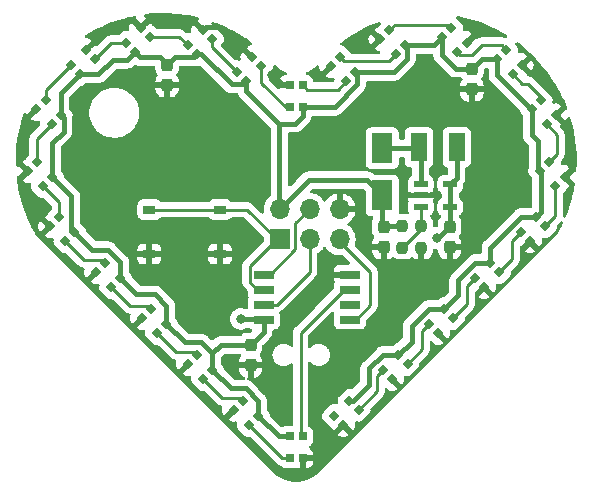
<source format=gtl>
G04 #@! TF.GenerationSoftware,KiCad,Pcbnew,(6.0.7)*
G04 #@! TF.CreationDate,2023-02-05T15:19:57+01:00*
G04 #@! TF.ProjectId,heart,68656172-742e-46b6-9963-61645f706362,v1.0.0*
G04 #@! TF.SameCoordinates,Original*
G04 #@! TF.FileFunction,Copper,L1,Top*
G04 #@! TF.FilePolarity,Positive*
%FSLAX46Y46*%
G04 Gerber Fmt 4.6, Leading zero omitted, Abs format (unit mm)*
G04 Created by KiCad (PCBNEW (6.0.7)) date 2023-02-05 15:19:57*
%MOMM*%
%LPD*%
G01*
G04 APERTURE LIST*
G04 Aperture macros list*
%AMRoundRect*
0 Rectangle with rounded corners*
0 $1 Rounding radius*
0 $2 $3 $4 $5 $6 $7 $8 $9 X,Y pos of 4 corners*
0 Add a 4 corners polygon primitive as box body*
4,1,4,$2,$3,$4,$5,$6,$7,$8,$9,$2,$3,0*
0 Add four circle primitives for the rounded corners*
1,1,$1+$1,$2,$3*
1,1,$1+$1,$4,$5*
1,1,$1+$1,$6,$7*
1,1,$1+$1,$8,$9*
0 Add four rect primitives between the rounded corners*
20,1,$1+$1,$2,$3,$4,$5,0*
20,1,$1+$1,$4,$5,$6,$7,0*
20,1,$1+$1,$6,$7,$8,$9,0*
20,1,$1+$1,$8,$9,$2,$3,0*%
%AMRotRect*
0 Rectangle, with rotation*
0 The origin of the aperture is its center*
0 $1 length*
0 $2 width*
0 $3 Rotation angle, in degrees counterclockwise*
0 Add horizontal line*
21,1,$1,$2,0,0,$3*%
G04 Aperture macros list end*
G04 #@! TA.AperFunction,SMDPad,CuDef*
%ADD10RoundRect,0.076500X-0.508500X0.178500X-0.508500X-0.178500X0.508500X-0.178500X0.508500X0.178500X0*%
G04 #@! TD*
G04 #@! TA.AperFunction,SMDPad,CuDef*
%ADD11R,1.000000X0.750000*%
G04 #@! TD*
G04 #@! TA.AperFunction,SMDPad,CuDef*
%ADD12R,1.800000X2.500000*%
G04 #@! TD*
G04 #@! TA.AperFunction,SMDPad,CuDef*
%ADD13RoundRect,0.237500X-0.237500X0.300000X-0.237500X-0.300000X0.237500X-0.300000X0.237500X0.300000X0*%
G04 #@! TD*
G04 #@! TA.AperFunction,SMDPad,CuDef*
%ADD14R,1.400000X2.400000*%
G04 #@! TD*
G04 #@! TA.AperFunction,SMDPad,CuDef*
%ADD15RotRect,0.700000X0.700000X315.000000*%
G04 #@! TD*
G04 #@! TA.AperFunction,SMDPad,CuDef*
%ADD16RotRect,0.700000X0.700000X135.000000*%
G04 #@! TD*
G04 #@! TA.AperFunction,SMDPad,CuDef*
%ADD17RotRect,0.700000X0.700000X45.000000*%
G04 #@! TD*
G04 #@! TA.AperFunction,SMDPad,CuDef*
%ADD18RotRect,0.700000X0.700000X225.000000*%
G04 #@! TD*
G04 #@! TA.AperFunction,SMDPad,CuDef*
%ADD19R,1.700000X0.650000*%
G04 #@! TD*
G04 #@! TA.AperFunction,SMDPad,CuDef*
%ADD20R,0.700000X0.700000*%
G04 #@! TD*
G04 #@! TA.AperFunction,SMDPad,CuDef*
%ADD21RoundRect,0.237500X-0.237500X0.250000X-0.237500X-0.250000X0.237500X-0.250000X0.237500X0.250000X0*%
G04 #@! TD*
G04 #@! TA.AperFunction,ComponentPad*
%ADD22R,1.700000X1.700000*%
G04 #@! TD*
G04 #@! TA.AperFunction,ComponentPad*
%ADD23O,1.700000X1.700000*%
G04 #@! TD*
G04 #@! TA.AperFunction,ViaPad*
%ADD24C,0.800000*%
G04 #@! TD*
G04 #@! TA.AperFunction,Conductor*
%ADD25C,0.450000*%
G04 #@! TD*
G04 #@! TA.AperFunction,Conductor*
%ADD26C,0.250000*%
G04 #@! TD*
G04 APERTURE END LIST*
D10*
X137050000Y-81650000D03*
X139550000Y-83550000D03*
X137050000Y-82600000D03*
X137050000Y-83550000D03*
X139550000Y-81650000D03*
D11*
X114070000Y-83805000D03*
X120070000Y-83805000D03*
X114070000Y-87555000D03*
X120070000Y-87555000D03*
D12*
X133800000Y-82600000D03*
X133800000Y-78600000D03*
D13*
X133900000Y-85237500D03*
X133900000Y-86962500D03*
D14*
X140100000Y-78500000D03*
X136900000Y-78500000D03*
D15*
X134401348Y-68568433D03*
X133623531Y-69346250D03*
D16*
X134917536Y-70640255D03*
X135695353Y-69862438D03*
D15*
X121986570Y-99972941D03*
X121208753Y-100750758D03*
D16*
X122502758Y-102044763D03*
X123280575Y-101266946D03*
X144818148Y-72334839D03*
X145595965Y-71557022D03*
D15*
X144301960Y-70263017D03*
X143524143Y-71040834D03*
D17*
X133858512Y-97377859D03*
X134636329Y-98155676D03*
D18*
X135930334Y-96861671D03*
X135152517Y-96083854D03*
D13*
X122640000Y-95257500D03*
X122640000Y-96982500D03*
D17*
X129718753Y-101266946D03*
X130496570Y-102044763D03*
D18*
X131790575Y-100750758D03*
X131012758Y-99972941D03*
D19*
X131050000Y-93105000D03*
X131050000Y-91835000D03*
X131050000Y-90565000D03*
X131050000Y-89295000D03*
X123750000Y-89295000D03*
X123750000Y-90565000D03*
X123750000Y-91835000D03*
X123750000Y-93105000D03*
D16*
X148447141Y-81820787D03*
X149224958Y-81042970D03*
D15*
X147930953Y-79748965D03*
X147153136Y-80526782D03*
D17*
X145525773Y-85710598D03*
X146303590Y-86488415D03*
D18*
X147597595Y-85194410D03*
X146819778Y-84416593D03*
D15*
X118097483Y-96083854D03*
X117319666Y-96861671D03*
D16*
X118613671Y-98155676D03*
X119391488Y-97377859D03*
X140148348Y-70457591D03*
X140926165Y-69679774D03*
D15*
X139632160Y-68385769D03*
X138854343Y-69163586D03*
D13*
X141380000Y-71877500D03*
X141380000Y-73602500D03*
D15*
X130216628Y-70878523D03*
X129438811Y-71656340D03*
D16*
X130732816Y-72950345D03*
X131510633Y-72172528D03*
D13*
X115570000Y-71527500D03*
X115570000Y-73252500D03*
D18*
X123561479Y-71655105D03*
X122783662Y-70877288D03*
D17*
X121489657Y-72171293D03*
X122267474Y-72949110D03*
X137747599Y-93488772D03*
X138525416Y-94266589D03*
D18*
X139819421Y-92972584D03*
X139041604Y-92194767D03*
D17*
X141636686Y-89599685D03*
X142414503Y-90377502D03*
D18*
X143708508Y-89083497D03*
X142930691Y-88305680D03*
D16*
X147721434Y-76590897D03*
X148499251Y-75813080D03*
D15*
X147205246Y-74519075D03*
X146427429Y-75296892D03*
D13*
X139500000Y-85237500D03*
X139500000Y-86962500D03*
D18*
X119376425Y-69346362D03*
X118598608Y-68568545D03*
D17*
X117304603Y-69862550D03*
X118082420Y-70640367D03*
D15*
X110319309Y-88305680D03*
X109541492Y-89083497D03*
D16*
X110835497Y-90377502D03*
X111613314Y-89599685D03*
D15*
X104549111Y-79748284D03*
X103771294Y-80526101D03*
D16*
X105065299Y-81820106D03*
X105843116Y-81042289D03*
D20*
X125950000Y-104828522D03*
X127050000Y-104828522D03*
X127050000Y-102998522D03*
X125950000Y-102998522D03*
D21*
X137100000Y-85187500D03*
X137100000Y-87012500D03*
X135500000Y-85187500D03*
X135500000Y-87012500D03*
D22*
X125100000Y-86300000D03*
D23*
X125100000Y-83760000D03*
X127640000Y-86300000D03*
X127640000Y-83760000D03*
X130180000Y-86300000D03*
X130180000Y-83760000D03*
D15*
X106430222Y-84416593D03*
X105652405Y-85194410D03*
D16*
X106946410Y-86488415D03*
X107724227Y-85710598D03*
D18*
X114145452Y-69160583D03*
X113367635Y-68382766D03*
D17*
X112073630Y-69676771D03*
X112851447Y-70454588D03*
D15*
X105278468Y-74519213D03*
X104500651Y-75297030D03*
D16*
X105794656Y-76591035D03*
X106572473Y-75813218D03*
D15*
X114208396Y-92194767D03*
X113430579Y-92972584D03*
D16*
X114724584Y-94266589D03*
X115502401Y-93488772D03*
D20*
X127050000Y-73285000D03*
X125950000Y-73285000D03*
X125950000Y-75115000D03*
X127050000Y-75115000D03*
D18*
X109477143Y-71041694D03*
X108699326Y-70263877D03*
D17*
X107405321Y-71557882D03*
X108183138Y-72335699D03*
D24*
X138400000Y-86200000D03*
X121810000Y-93060000D03*
X128270000Y-72390000D03*
X137040000Y-72200000D03*
X135820000Y-90700000D03*
X116760000Y-78140000D03*
X129450000Y-79640000D03*
X124460000Y-72390000D03*
X118590000Y-72810000D03*
X147210000Y-72370000D03*
X103690000Y-76840000D03*
X149760000Y-78500000D03*
X121060000Y-96880000D03*
X115940000Y-67890000D03*
X142240000Y-68580000D03*
X132080000Y-69850000D03*
X117760000Y-89770000D03*
X111180000Y-68530000D03*
D25*
X138537500Y-86200000D02*
X138400000Y-86200000D01*
X139550000Y-85187500D02*
X138537500Y-86200000D01*
X139550000Y-83550000D02*
X139550000Y-85187500D01*
X135500000Y-85187500D02*
X133950000Y-85187500D01*
X133800000Y-85137500D02*
X133800000Y-82600000D01*
D26*
X137100000Y-85412500D02*
X135500000Y-87012500D01*
X137050000Y-83550000D02*
X137050000Y-85137500D01*
D25*
X137050000Y-81650000D02*
X137050000Y-78650000D01*
X140100000Y-81100000D02*
X139550000Y-81650000D01*
X133800000Y-78600000D02*
X136800000Y-78600000D01*
X140100000Y-78500000D02*
X140100000Y-81100000D01*
X127560000Y-81300000D02*
X125100000Y-83760000D01*
X132500000Y-81300000D02*
X127560000Y-81300000D01*
X133800000Y-82600000D02*
X132500000Y-81300000D01*
X139550000Y-81650000D02*
X139550000Y-83550000D01*
D26*
X132764889Y-89092001D02*
X130180000Y-86507112D01*
X131575000Y-93105000D02*
X132764889Y-91915111D01*
X132764889Y-91915111D02*
X132764889Y-89092001D01*
X120070000Y-83805000D02*
X122350000Y-83805000D01*
X122350000Y-83805000D02*
X124845000Y-86300000D01*
X122575000Y-89915000D02*
X123225000Y-90565000D01*
X114070000Y-83805000D02*
X120070000Y-83805000D01*
X122575000Y-88575000D02*
X122575000Y-89915000D01*
X124850000Y-86300000D02*
X122575000Y-88575000D01*
D25*
X143524143Y-71040834D02*
X143524143Y-72424143D01*
X131317059Y-99972941D02*
X131012758Y-99972941D01*
X120105476Y-95257500D02*
X119391488Y-95971488D01*
X134752472Y-72172528D02*
X135890000Y-71035000D01*
X141380000Y-71877500D02*
X142216666Y-71040834D01*
X114930355Y-70887855D02*
X115570000Y-71527500D01*
X108183138Y-72335699D02*
X106572473Y-73946364D01*
X127050000Y-75115000D02*
X127050000Y-75915000D01*
X122640000Y-95257500D02*
X120105476Y-95257500D01*
X111613314Y-88243314D02*
X111613314Y-89599685D01*
X122267474Y-72949110D02*
X122019986Y-73196598D01*
X126440000Y-76525000D02*
X125075000Y-76525000D01*
X141380000Y-71877500D02*
X140027500Y-71877500D01*
X116209645Y-70887855D02*
X115570000Y-71527500D01*
X138155491Y-69862438D02*
X138854343Y-69163586D01*
X105843116Y-81042289D02*
X107470000Y-82669173D01*
X146819778Y-84416593D02*
X147200000Y-84036371D01*
X146960000Y-80333646D02*
X146960000Y-78030000D01*
X109243629Y-87230000D02*
X110600000Y-87230000D01*
X123280575Y-99980575D02*
X123280575Y-101266946D01*
X139041604Y-92194767D02*
X140200000Y-91036371D01*
X146960000Y-78030000D02*
X146427429Y-77497429D01*
X122267474Y-73717474D02*
X125075000Y-76525000D01*
X140200000Y-89790000D02*
X141684320Y-88305680D01*
X133846146Y-96083854D02*
X132680000Y-97250000D01*
X107470000Y-82669173D02*
X107470000Y-85456371D01*
X106819961Y-76060706D02*
X106819961Y-77190039D01*
X117053629Y-95040000D02*
X118460000Y-95040000D01*
X145543407Y-84416593D02*
X146819778Y-84416593D01*
X119391488Y-97377859D02*
X120953629Y-98940000D01*
X136270000Y-94966371D02*
X136270000Y-93660000D01*
X127050000Y-75115000D02*
X129760000Y-75115000D01*
X137735233Y-92194767D02*
X139041604Y-92194767D01*
X122267474Y-72949110D02*
X122267474Y-73717474D01*
X125012151Y-102998522D02*
X125950000Y-102998522D01*
X108183138Y-72335699D02*
X109754637Y-72335699D01*
X109754637Y-72335699D02*
X110970336Y-71120000D01*
X123280575Y-101266946D02*
X125012151Y-102998522D01*
X147200000Y-84036371D02*
X147200000Y-80573646D01*
X117834932Y-70887855D02*
X116209645Y-70887855D01*
X112973629Y-90960000D02*
X114540000Y-90960000D01*
X122640000Y-95257500D02*
X123750000Y-94147500D01*
X135890000Y-70057085D02*
X135695353Y-69862438D01*
X142216666Y-71040834D02*
X143524143Y-71040834D01*
X114540000Y-90960000D02*
X115502401Y-91922401D01*
X106819961Y-77190039D02*
X105843116Y-78166884D01*
X119391488Y-95971488D02*
X119391488Y-97377859D01*
X121810000Y-93060000D02*
X123705000Y-93060000D01*
X110600000Y-87230000D02*
X111613314Y-88243314D01*
X138854343Y-70704343D02*
X138854343Y-69163586D01*
X141684320Y-88305680D02*
X142930691Y-88305680D01*
X111613314Y-89599685D02*
X112973629Y-90960000D01*
X110970336Y-71120000D02*
X112186035Y-71120000D01*
X127050000Y-75915000D02*
X126440000Y-76525000D01*
X113284714Y-70887855D02*
X112851447Y-70454588D01*
X135695353Y-69862438D02*
X138155491Y-69862438D01*
X135152517Y-96083854D02*
X136270000Y-94966371D01*
X131675000Y-73200000D02*
X131675000Y-72336895D01*
X106572473Y-73946364D02*
X106572473Y-75813218D01*
X146427429Y-77497429D02*
X146427429Y-75296892D01*
X106572473Y-75813218D02*
X106819961Y-76060706D01*
X129760000Y-75115000D02*
X131675000Y-73200000D01*
X147153136Y-80526782D02*
X146960000Y-80333646D01*
X140027500Y-71877500D02*
X138854343Y-70704343D01*
X118480367Y-70640367D02*
X118082420Y-70640367D01*
X142930691Y-88305680D02*
X142930691Y-87029309D01*
X140200000Y-91036371D02*
X140200000Y-89790000D01*
X123750000Y-94147500D02*
X123750000Y-93105000D01*
X107470000Y-85456371D02*
X107724227Y-85710598D01*
X105843116Y-78166884D02*
X105843116Y-81042289D01*
X115502401Y-91922401D02*
X115502401Y-93488772D01*
X118460000Y-95040000D02*
X119391488Y-95971488D01*
X143524143Y-72424143D02*
X146418890Y-75318890D01*
X107724227Y-85710598D02*
X109243629Y-87230000D01*
X135152517Y-96083854D02*
X133846146Y-96083854D01*
X142930691Y-87029309D02*
X145543407Y-84416593D01*
X131510633Y-72172528D02*
X134752472Y-72172528D01*
X121036598Y-73196598D02*
X118480367Y-70640367D01*
X132680000Y-98610000D02*
X131317059Y-99972941D01*
X122019986Y-73196598D02*
X121036598Y-73196598D01*
X115502401Y-93488772D02*
X117053629Y-95040000D01*
X131675000Y-72336895D02*
X131510633Y-72172528D01*
X132680000Y-97250000D02*
X132680000Y-98610000D01*
X135890000Y-71035000D02*
X135890000Y-70057085D01*
X113284714Y-70887855D02*
X114930355Y-70887855D01*
X136270000Y-93660000D02*
X137735233Y-92194767D01*
X118082420Y-70640367D02*
X117834932Y-70887855D01*
X125075000Y-83735000D02*
X125075000Y-76525000D01*
X122240000Y-98940000D02*
X123280575Y-99980575D01*
X112186035Y-71120000D02*
X112851447Y-70454588D01*
X120953629Y-98940000D02*
X122240000Y-98940000D01*
D26*
X124850000Y-91835000D02*
X123750000Y-91835000D01*
X127640000Y-86300000D02*
X127640000Y-89045000D01*
X127640000Y-89045000D02*
X124850000Y-91835000D01*
X124275000Y-89295000D02*
X126430000Y-87140000D01*
X126430000Y-84970000D02*
X127640000Y-83760000D01*
X126430000Y-87140000D02*
X126430000Y-84970000D01*
D25*
X125355000Y-73285000D02*
X124460000Y-72390000D01*
X118598608Y-68568545D02*
X118846096Y-68321057D01*
X120161057Y-68321057D02*
X122717288Y-70877288D01*
X118846096Y-68321057D02*
X120161057Y-68321057D01*
X125950000Y-73285000D02*
X125355000Y-73285000D01*
D26*
X125950000Y-104828522D02*
X125286517Y-104828522D01*
X125286517Y-104828522D02*
X122502758Y-102044763D01*
X126875000Y-94215000D02*
X126875000Y-102823522D01*
X130525000Y-90565000D02*
X126875000Y-94215000D01*
X120183448Y-99725453D02*
X118613671Y-98155676D01*
X121986570Y-99972941D02*
X121739082Y-99725453D01*
X121739082Y-99725453D02*
X120183448Y-99725453D01*
X118097483Y-96083854D02*
X117849995Y-95836366D01*
X117849995Y-95836366D02*
X116294361Y-95836366D01*
X116294361Y-95836366D02*
X114724584Y-94266589D01*
X113960908Y-91947279D02*
X112405274Y-91947279D01*
X112405274Y-91947279D02*
X110835497Y-90377502D01*
X114208396Y-92194767D02*
X113960908Y-91947279D01*
X110319309Y-88305680D02*
X110071821Y-88058192D01*
X110071821Y-88058192D02*
X108516187Y-88058192D01*
X108516187Y-88058192D02*
X106946410Y-86488415D01*
X106430222Y-84416593D02*
X106430222Y-83185029D01*
X106430222Y-83185029D02*
X105065299Y-81820106D01*
X104549111Y-77836580D02*
X105794656Y-76591035D01*
X104549111Y-79748284D02*
X104549111Y-77836580D01*
X107405321Y-71557882D02*
X105278468Y-73684735D01*
X105278468Y-73684735D02*
X105278468Y-74519213D01*
X112073630Y-69676771D02*
X110842066Y-69676771D01*
X110842066Y-69676771D02*
X109477143Y-71041694D01*
X114145452Y-69160583D02*
X116602636Y-69160583D01*
X116602636Y-69160583D02*
X117304603Y-69862550D01*
X119376425Y-69346362D02*
X119376425Y-70058061D01*
X119376425Y-70058061D02*
X121489657Y-72171293D01*
X125600000Y-75115000D02*
X125950000Y-75115000D01*
X123561479Y-71655105D02*
X123561479Y-73076479D01*
X123561479Y-73076479D02*
X125600000Y-75115000D01*
X130023161Y-73660000D02*
X127425000Y-73660000D01*
X130732816Y-72950345D02*
X130023161Y-73660000D01*
X127425000Y-73660000D02*
X127050000Y-73285000D01*
X134332791Y-71225000D02*
X130563105Y-71225000D01*
X134917536Y-70640255D02*
X134332791Y-71225000D01*
X130563105Y-71225000D02*
X130216628Y-70878523D01*
X139384672Y-68138281D02*
X134831500Y-68138281D01*
X139632160Y-68385769D02*
X139384672Y-68138281D01*
X134831500Y-68138281D02*
X134401348Y-68568433D01*
X142240000Y-69850000D02*
X143888943Y-69850000D01*
X140148348Y-70457591D02*
X140395836Y-70705079D01*
X140395836Y-70705079D02*
X141384921Y-70705079D01*
X141384921Y-70705079D02*
X142240000Y-69850000D01*
X143888943Y-69850000D02*
X144301960Y-70263017D01*
X146127631Y-73150000D02*
X147518704Y-74541073D01*
X144818148Y-72334839D02*
X145633309Y-73150000D01*
X145633309Y-73150000D02*
X146127631Y-73150000D01*
X148590000Y-77459463D02*
X148590000Y-79089918D01*
X147721434Y-76590897D02*
X148590000Y-77459463D01*
X148590000Y-79089918D02*
X147930953Y-79748965D01*
X148447141Y-81820787D02*
X148447141Y-84344864D01*
X148447141Y-84344864D02*
X147597595Y-85194410D01*
X144780000Y-88012005D02*
X143708508Y-89083497D01*
X144780000Y-86456371D02*
X144780000Y-88012005D01*
X145525773Y-85710598D02*
X144780000Y-86456371D01*
X141636686Y-89599685D02*
X140970000Y-90266371D01*
X140970000Y-90266371D02*
X140970000Y-91822005D01*
X140970000Y-91822005D02*
X139819421Y-92972584D01*
X137160000Y-95632005D02*
X135930334Y-96861671D01*
X137160000Y-94076371D02*
X137160000Y-95632005D01*
X137747599Y-93488772D02*
X137160000Y-94076371D01*
X133350000Y-99191333D02*
X131790575Y-100750758D01*
X133350000Y-97886371D02*
X133350000Y-99191333D01*
X133858512Y-97377859D02*
X133350000Y-97886371D01*
G04 #@! TA.AperFunction,Conductor*
G36*
X138061533Y-70615940D02*
G01*
X138108026Y-70669596D01*
X138118996Y-70711719D01*
X138120430Y-70729343D01*
X138120843Y-70739537D01*
X138120843Y-70747169D01*
X138121265Y-70750788D01*
X138121266Y-70750807D01*
X138124018Y-70774412D01*
X138124451Y-70778787D01*
X138129566Y-70841666D01*
X138130166Y-70849047D01*
X138132424Y-70856016D01*
X138133527Y-70861536D01*
X138134809Y-70866961D01*
X138135657Y-70874233D01*
X138138154Y-70881112D01*
X138159725Y-70940539D01*
X138161153Y-70944699D01*
X138180623Y-71004801D01*
X138180625Y-71004805D01*
X138182879Y-71011763D01*
X138186673Y-71018015D01*
X138189015Y-71023131D01*
X138191519Y-71028132D01*
X138194016Y-71035010D01*
X138198026Y-71041127D01*
X138198029Y-71041132D01*
X138232690Y-71093997D01*
X138235038Y-71097719D01*
X138242854Y-71110599D01*
X138271610Y-71157988D01*
X138276798Y-71163863D01*
X138278772Y-71166098D01*
X138278755Y-71166113D01*
X138281689Y-71169423D01*
X138283785Y-71171930D01*
X138287797Y-71178049D01*
X138293109Y-71183081D01*
X138342119Y-71229509D01*
X138344561Y-71231887D01*
X139462755Y-72350081D01*
X139475141Y-72364493D01*
X139487400Y-72381151D01*
X139492983Y-72385894D01*
X139526213Y-72414125D01*
X139533729Y-72421055D01*
X139539120Y-72426446D01*
X139560624Y-72443459D01*
X139564010Y-72446236D01*
X139612167Y-72487149D01*
X139612172Y-72487153D01*
X139617751Y-72491892D01*
X139624273Y-72495222D01*
X139628939Y-72498334D01*
X139633701Y-72501275D01*
X139639443Y-72505818D01*
X139703368Y-72535694D01*
X139707269Y-72537602D01*
X139763563Y-72566348D01*
X139763569Y-72566350D01*
X139770082Y-72569676D01*
X139777185Y-72571414D01*
X139782444Y-72573370D01*
X139787766Y-72575140D01*
X139794396Y-72578239D01*
X139801561Y-72579729D01*
X139801560Y-72579729D01*
X139863462Y-72592605D01*
X139867751Y-72593576D01*
X139930767Y-72608996D01*
X139930773Y-72608997D01*
X139936221Y-72610330D01*
X139941820Y-72610677D01*
X139941824Y-72610678D01*
X139947020Y-72611000D01*
X139947019Y-72611024D01*
X139951416Y-72611288D01*
X139954690Y-72611580D01*
X139961853Y-72613070D01*
X140036661Y-72611046D01*
X140040069Y-72611000D01*
X140468669Y-72611000D01*
X140536790Y-72631002D01*
X140557685Y-72647826D01*
X140561112Y-72651246D01*
X140561141Y-72651275D01*
X140595220Y-72713558D01*
X140590217Y-72784378D01*
X140561292Y-72829470D01*
X140558636Y-72832131D01*
X140549625Y-72843540D01*
X140466088Y-72979063D01*
X140459944Y-72992241D01*
X140409685Y-73143766D01*
X140406819Y-73157132D01*
X140397328Y-73249770D01*
X140397000Y-73256185D01*
X140397000Y-73330385D01*
X140401475Y-73345624D01*
X140402865Y-73346829D01*
X140410548Y-73348500D01*
X142344885Y-73348500D01*
X142360124Y-73344025D01*
X142361329Y-73342635D01*
X142363000Y-73334952D01*
X142363000Y-73256234D01*
X142362663Y-73249718D01*
X142352925Y-73155868D01*
X142350032Y-73142472D01*
X142299512Y-72991047D01*
X142293347Y-72977885D01*
X142209574Y-72842508D01*
X142200536Y-72831106D01*
X142198861Y-72829433D01*
X142198081Y-72828007D01*
X142195993Y-72825373D01*
X142196444Y-72825016D01*
X142164781Y-72767151D01*
X142169784Y-72696331D01*
X142198701Y-72651246D01*
X142201756Y-72648185D01*
X142206929Y-72643003D01*
X142214327Y-72631002D01*
X142294369Y-72501150D01*
X142294370Y-72501148D01*
X142298209Y-72494920D01*
X142352974Y-72329809D01*
X142355018Y-72309864D01*
X142363172Y-72230271D01*
X142363500Y-72227072D01*
X142363500Y-71983516D01*
X142383502Y-71915395D01*
X142400405Y-71894421D01*
X142483587Y-71811239D01*
X142545899Y-71777213D01*
X142572682Y-71774334D01*
X142664643Y-71774334D01*
X142732764Y-71794336D01*
X142779257Y-71847992D01*
X142790643Y-71900334D01*
X142790643Y-72358977D01*
X142789210Y-72377926D01*
X142786100Y-72398370D01*
X142786693Y-72405662D01*
X142786693Y-72405665D01*
X142790228Y-72449122D01*
X142790643Y-72459337D01*
X142790643Y-72466969D01*
X142791065Y-72470588D01*
X142791066Y-72470607D01*
X142793818Y-72494212D01*
X142794250Y-72498578D01*
X142799966Y-72568847D01*
X142802224Y-72575816D01*
X142803327Y-72581336D01*
X142804609Y-72586761D01*
X142805457Y-72594033D01*
X142822057Y-72639764D01*
X142829525Y-72660339D01*
X142830953Y-72664499D01*
X142850423Y-72724601D01*
X142850425Y-72724605D01*
X142852679Y-72731563D01*
X142856473Y-72737815D01*
X142858815Y-72742931D01*
X142861319Y-72747932D01*
X142863816Y-72754810D01*
X142867826Y-72760927D01*
X142867829Y-72760932D01*
X142902490Y-72813797D01*
X142904838Y-72817519D01*
X142929529Y-72858209D01*
X142941410Y-72877788D01*
X142945122Y-72881991D01*
X142948572Y-72885898D01*
X142948555Y-72885913D01*
X142951489Y-72889223D01*
X142953585Y-72891730D01*
X142957597Y-72897849D01*
X142971782Y-72911287D01*
X143011919Y-72949309D01*
X143014361Y-72951687D01*
X145398933Y-75336259D01*
X145432959Y-75398571D01*
X145434565Y-75407490D01*
X145439375Y-75441078D01*
X145499662Y-75573674D01*
X145504609Y-75579827D01*
X145504611Y-75579830D01*
X145506512Y-75582194D01*
X145538855Y-75622420D01*
X145657024Y-75740589D01*
X145691050Y-75802901D01*
X145693929Y-75829684D01*
X145693929Y-77432263D01*
X145692496Y-77451213D01*
X145690968Y-77461259D01*
X145689386Y-77471656D01*
X145689979Y-77478948D01*
X145689979Y-77478951D01*
X145693514Y-77522408D01*
X145693929Y-77532623D01*
X145693929Y-77540255D01*
X145694351Y-77543874D01*
X145694352Y-77543893D01*
X145697104Y-77567498D01*
X145697536Y-77571864D01*
X145698898Y-77588605D01*
X145702300Y-77630425D01*
X145703252Y-77642133D01*
X145705510Y-77649102D01*
X145706613Y-77654622D01*
X145707895Y-77660047D01*
X145708743Y-77667319D01*
X145731546Y-77730139D01*
X145732811Y-77733625D01*
X145734239Y-77737785D01*
X145753709Y-77797887D01*
X145753711Y-77797891D01*
X145755965Y-77804849D01*
X145759759Y-77811101D01*
X145762101Y-77816217D01*
X145764605Y-77821218D01*
X145767102Y-77828096D01*
X145771112Y-77834213D01*
X145771115Y-77834218D01*
X145805776Y-77887083D01*
X145808124Y-77890805D01*
X145844696Y-77951074D01*
X145851858Y-77959184D01*
X145851841Y-77959199D01*
X145854774Y-77962508D01*
X145856871Y-77965016D01*
X145860883Y-77971135D01*
X145866196Y-77976168D01*
X145915169Y-78022561D01*
X145917611Y-78024937D01*
X146189595Y-78296920D01*
X146223620Y-78359233D01*
X146226500Y-78386016D01*
X146226500Y-80220213D01*
X146215201Y-80272363D01*
X146165082Y-80382596D01*
X146144433Y-80526782D01*
X146145706Y-80535671D01*
X146162021Y-80649591D01*
X146165082Y-80670968D01*
X146168796Y-80679136D01*
X146168796Y-80679137D01*
X146186133Y-80717267D01*
X146225369Y-80803564D01*
X146230316Y-80809717D01*
X146230318Y-80809720D01*
X146239132Y-80820682D01*
X146264562Y-80852310D01*
X146429595Y-81017343D01*
X146463621Y-81079655D01*
X146466500Y-81106438D01*
X146466500Y-83503579D01*
X146446498Y-83571700D01*
X146429595Y-83592674D01*
X146376081Y-83646188D01*
X146313769Y-83680214D01*
X146286986Y-83683093D01*
X145608573Y-83683093D01*
X145589623Y-83681660D01*
X145576414Y-83679650D01*
X145576410Y-83679650D01*
X145569180Y-83678550D01*
X145561888Y-83679143D01*
X145561884Y-83679143D01*
X145518426Y-83682678D01*
X145508212Y-83683093D01*
X145500581Y-83683093D01*
X145496947Y-83683517D01*
X145496941Y-83683517D01*
X145484446Y-83684974D01*
X145473349Y-83686268D01*
X145469001Y-83686698D01*
X145398702Y-83692416D01*
X145391738Y-83694672D01*
X145386242Y-83695770D01*
X145380789Y-83697059D01*
X145373517Y-83697907D01*
X145307205Y-83721977D01*
X145303074Y-83723395D01*
X145283301Y-83729801D01*
X145242945Y-83742874D01*
X145242941Y-83742876D01*
X145235986Y-83745129D01*
X145229736Y-83748921D01*
X145224619Y-83751264D01*
X145219612Y-83753771D01*
X145212740Y-83756266D01*
X145206627Y-83760274D01*
X145206623Y-83760276D01*
X145153744Y-83794946D01*
X145150023Y-83797293D01*
X145089762Y-83833860D01*
X145081652Y-83841023D01*
X145081636Y-83841005D01*
X145078332Y-83843935D01*
X145075821Y-83846034D01*
X145069701Y-83850047D01*
X145020929Y-83901531D01*
X145018223Y-83904388D01*
X145015845Y-83906830D01*
X142458114Y-86464561D01*
X142443702Y-86476948D01*
X142427040Y-86489209D01*
X142415772Y-86502472D01*
X142394060Y-86528029D01*
X142387130Y-86535545D01*
X142381746Y-86540929D01*
X142379483Y-86543790D01*
X142379478Y-86543795D01*
X142364759Y-86562400D01*
X142361970Y-86565802D01*
X142321038Y-86613981D01*
X142321035Y-86613985D01*
X142316299Y-86619560D01*
X142312970Y-86626081D01*
X142309849Y-86630760D01*
X142306913Y-86635514D01*
X142302373Y-86641252D01*
X142299276Y-86647879D01*
X142299275Y-86647880D01*
X142272502Y-86705163D01*
X142270592Y-86709070D01*
X142238515Y-86771891D01*
X142236775Y-86779003D01*
X142234809Y-86784289D01*
X142233051Y-86789574D01*
X142229952Y-86796204D01*
X142217264Y-86857205D01*
X142215586Y-86865272D01*
X142214616Y-86869556D01*
X142197861Y-86938030D01*
X142197191Y-86948829D01*
X142197167Y-86948828D01*
X142196903Y-86953243D01*
X142196613Y-86956493D01*
X142195122Y-86963661D01*
X142195320Y-86970978D01*
X142197145Y-87038432D01*
X142197191Y-87041840D01*
X142197191Y-87446180D01*
X142177189Y-87514301D01*
X142123533Y-87560794D01*
X142071191Y-87572180D01*
X141749486Y-87572180D01*
X141730536Y-87570747D01*
X141717327Y-87568737D01*
X141717323Y-87568737D01*
X141710093Y-87567637D01*
X141702801Y-87568230D01*
X141702797Y-87568230D01*
X141659339Y-87571765D01*
X141649125Y-87572180D01*
X141641494Y-87572180D01*
X141637860Y-87572604D01*
X141637854Y-87572604D01*
X141626285Y-87573953D01*
X141614262Y-87575355D01*
X141609914Y-87575785D01*
X141539615Y-87581503D01*
X141532651Y-87583759D01*
X141527155Y-87584857D01*
X141521702Y-87586146D01*
X141514430Y-87586994D01*
X141448118Y-87611064D01*
X141443987Y-87612482D01*
X141424214Y-87618888D01*
X141383858Y-87631961D01*
X141383854Y-87631963D01*
X141376899Y-87634216D01*
X141370649Y-87638008D01*
X141365532Y-87640351D01*
X141360525Y-87642858D01*
X141353653Y-87645353D01*
X141347540Y-87649361D01*
X141347536Y-87649363D01*
X141294657Y-87684033D01*
X141290936Y-87686380D01*
X141230675Y-87722947D01*
X141222565Y-87730110D01*
X141222549Y-87730092D01*
X141219245Y-87733022D01*
X141216734Y-87735121D01*
X141210614Y-87739134D01*
X141185608Y-87765531D01*
X141159136Y-87793475D01*
X141156758Y-87795917D01*
X139727423Y-89225252D01*
X139713011Y-89237639D01*
X139696349Y-89249900D01*
X139691606Y-89255483D01*
X139663369Y-89288720D01*
X139656439Y-89296236D01*
X139651055Y-89301620D01*
X139648792Y-89304481D01*
X139648787Y-89304486D01*
X139634068Y-89323091D01*
X139631279Y-89326493D01*
X139590347Y-89374672D01*
X139590344Y-89374676D01*
X139585608Y-89380251D01*
X139582279Y-89386772D01*
X139579158Y-89391451D01*
X139576222Y-89396205D01*
X139571682Y-89401943D01*
X139568585Y-89408570D01*
X139568584Y-89408571D01*
X139541811Y-89465854D01*
X139539901Y-89469761D01*
X139507824Y-89532582D01*
X139506084Y-89539694D01*
X139504118Y-89544980D01*
X139502360Y-89550265D01*
X139499261Y-89556895D01*
X139491136Y-89595959D01*
X139484895Y-89625963D01*
X139483925Y-89630247D01*
X139467170Y-89698721D01*
X139466500Y-89709520D01*
X139466476Y-89709519D01*
X139466212Y-89713934D01*
X139465922Y-89717184D01*
X139464431Y-89724352D01*
X139464629Y-89731669D01*
X139466454Y-89799123D01*
X139466500Y-89802531D01*
X139466500Y-90680355D01*
X139446498Y-90748476D01*
X139429595Y-90769450D01*
X139037878Y-91161167D01*
X138975566Y-91195193D01*
X138966678Y-91196794D01*
X138897418Y-91206713D01*
X138764822Y-91267000D01*
X138758669Y-91271947D01*
X138758666Y-91271949D01*
X138732812Y-91292737D01*
X138716076Y-91306193D01*
X138597907Y-91424362D01*
X138535595Y-91458388D01*
X138508812Y-91461267D01*
X137800399Y-91461267D01*
X137781449Y-91459834D01*
X137768240Y-91457824D01*
X137768236Y-91457824D01*
X137761006Y-91456724D01*
X137753714Y-91457317D01*
X137753710Y-91457317D01*
X137710252Y-91460852D01*
X137700038Y-91461267D01*
X137692407Y-91461267D01*
X137688773Y-91461691D01*
X137688767Y-91461691D01*
X137676272Y-91463148D01*
X137665175Y-91464442D01*
X137660827Y-91464872D01*
X137590528Y-91470590D01*
X137583564Y-91472846D01*
X137578068Y-91473944D01*
X137572615Y-91475233D01*
X137565343Y-91476081D01*
X137499031Y-91500151D01*
X137494900Y-91501569D01*
X137475127Y-91507975D01*
X137434771Y-91521048D01*
X137434767Y-91521050D01*
X137427812Y-91523303D01*
X137421562Y-91527095D01*
X137416445Y-91529438D01*
X137411438Y-91531945D01*
X137404566Y-91534440D01*
X137398453Y-91538448D01*
X137398449Y-91538450D01*
X137345570Y-91573120D01*
X137341849Y-91575467D01*
X137281588Y-91612034D01*
X137273478Y-91619196D01*
X137273463Y-91619179D01*
X137270154Y-91622112D01*
X137267646Y-91624209D01*
X137261527Y-91628221D01*
X137256494Y-91633534D01*
X137210084Y-91682525D01*
X137207707Y-91684967D01*
X135797423Y-93095252D01*
X135783011Y-93107639D01*
X135766349Y-93119900D01*
X135761606Y-93125483D01*
X135733369Y-93158720D01*
X135726439Y-93166236D01*
X135721055Y-93171620D01*
X135718792Y-93174481D01*
X135718787Y-93174486D01*
X135704068Y-93193091D01*
X135701279Y-93196493D01*
X135660347Y-93244672D01*
X135660344Y-93244676D01*
X135655608Y-93250251D01*
X135652279Y-93256772D01*
X135649158Y-93261451D01*
X135646222Y-93266205D01*
X135641682Y-93271943D01*
X135638585Y-93278570D01*
X135638584Y-93278571D01*
X135611811Y-93335854D01*
X135609901Y-93339761D01*
X135577824Y-93402582D01*
X135576084Y-93409694D01*
X135574118Y-93414980D01*
X135572360Y-93420265D01*
X135569261Y-93426895D01*
X135556391Y-93488772D01*
X135554895Y-93495963D01*
X135553925Y-93500247D01*
X135537170Y-93568721D01*
X135536500Y-93579520D01*
X135536476Y-93579519D01*
X135536212Y-93583934D01*
X135535922Y-93587184D01*
X135534431Y-93594352D01*
X135534629Y-93601669D01*
X135536454Y-93669123D01*
X135536500Y-93672531D01*
X135536500Y-94610355D01*
X135516498Y-94678476D01*
X135499595Y-94699450D01*
X135148791Y-95050254D01*
X135086479Y-95084280D01*
X135077591Y-95085881D01*
X135008331Y-95095800D01*
X134875735Y-95156087D01*
X134869582Y-95161034D01*
X134869579Y-95161036D01*
X134862356Y-95166844D01*
X134826989Y-95195280D01*
X134708820Y-95313449D01*
X134646508Y-95347475D01*
X134619725Y-95350354D01*
X133911312Y-95350354D01*
X133892362Y-95348921D01*
X133879153Y-95346911D01*
X133879149Y-95346911D01*
X133871919Y-95345811D01*
X133864627Y-95346404D01*
X133864623Y-95346404D01*
X133821165Y-95349939D01*
X133810951Y-95350354D01*
X133803320Y-95350354D01*
X133799686Y-95350778D01*
X133799680Y-95350778D01*
X133787185Y-95352235D01*
X133776088Y-95353529D01*
X133771740Y-95353959D01*
X133701441Y-95359677D01*
X133694477Y-95361933D01*
X133688981Y-95363031D01*
X133683528Y-95364320D01*
X133676256Y-95365168D01*
X133609944Y-95389238D01*
X133605813Y-95390656D01*
X133597214Y-95393442D01*
X133545684Y-95410135D01*
X133545680Y-95410137D01*
X133538725Y-95412390D01*
X133532475Y-95416182D01*
X133527358Y-95418525D01*
X133522351Y-95421032D01*
X133515479Y-95423527D01*
X133509366Y-95427535D01*
X133509362Y-95427537D01*
X133456483Y-95462207D01*
X133452762Y-95464554D01*
X133397303Y-95498207D01*
X133392501Y-95501121D01*
X133384391Y-95508284D01*
X133384375Y-95508266D01*
X133381071Y-95511196D01*
X133378560Y-95513295D01*
X133372440Y-95517308D01*
X133367408Y-95522620D01*
X133320962Y-95571649D01*
X133318584Y-95574091D01*
X132207423Y-96685252D01*
X132193011Y-96697639D01*
X132176349Y-96709900D01*
X132165530Y-96722635D01*
X132143369Y-96748720D01*
X132136439Y-96756236D01*
X132131055Y-96761620D01*
X132128792Y-96764481D01*
X132128787Y-96764486D01*
X132114068Y-96783091D01*
X132111279Y-96786493D01*
X132070347Y-96834672D01*
X132070344Y-96834676D01*
X132065608Y-96840251D01*
X132062279Y-96846772D01*
X132059158Y-96851451D01*
X132056222Y-96856205D01*
X132051682Y-96861943D01*
X132048585Y-96868570D01*
X132048584Y-96868571D01*
X132021811Y-96925854D01*
X132019901Y-96929761D01*
X131987824Y-96992582D01*
X131986084Y-96999694D01*
X131984118Y-97004980D01*
X131982360Y-97010265D01*
X131979261Y-97016895D01*
X131971337Y-97054993D01*
X131964895Y-97085963D01*
X131963925Y-97090247D01*
X131947170Y-97158721D01*
X131946500Y-97169520D01*
X131946476Y-97169519D01*
X131946212Y-97173934D01*
X131945922Y-97177184D01*
X131944431Y-97184352D01*
X131944629Y-97191669D01*
X131946454Y-97259123D01*
X131946500Y-97262531D01*
X131946500Y-98253983D01*
X131926498Y-98322104D01*
X131909596Y-98343078D01*
X131294479Y-98958196D01*
X131232166Y-98992221D01*
X131170020Y-98990037D01*
X131165120Y-98988604D01*
X131156944Y-98984887D01*
X131012758Y-98964238D01*
X131003869Y-98965511D01*
X130877458Y-98983614D01*
X130877455Y-98983615D01*
X130868572Y-98984887D01*
X130860404Y-98988601D01*
X130860403Y-98988601D01*
X130796599Y-99017611D01*
X130735976Y-99045174D01*
X130729823Y-99050121D01*
X130729820Y-99050123D01*
X130703966Y-99070911D01*
X130687230Y-99084367D01*
X130124184Y-99647413D01*
X130122044Y-99650075D01*
X130089940Y-99690003D01*
X130089938Y-99690006D01*
X130084991Y-99696159D01*
X130024704Y-99828755D01*
X130004055Y-99972941D01*
X130024704Y-100117127D01*
X130028419Y-100125298D01*
X130028837Y-100126727D01*
X130028757Y-100197724D01*
X129990306Y-100257407D01*
X129925692Y-100286827D01*
X129872539Y-100283025D01*
X129871110Y-100282607D01*
X129862939Y-100278892D01*
X129854052Y-100277619D01*
X129854051Y-100277619D01*
X129727642Y-100259516D01*
X129718753Y-100258243D01*
X129709864Y-100259516D01*
X129583453Y-100277619D01*
X129583450Y-100277620D01*
X129574567Y-100278892D01*
X129566399Y-100282606D01*
X129566398Y-100282606D01*
X129532873Y-100297849D01*
X129441971Y-100339179D01*
X129435818Y-100344126D01*
X129435815Y-100344128D01*
X129411507Y-100363673D01*
X129393225Y-100378372D01*
X128830179Y-100941418D01*
X128828039Y-100944080D01*
X128795935Y-100984008D01*
X128795933Y-100984011D01*
X128790986Y-100990164D01*
X128787718Y-100997352D01*
X128753040Y-101073624D01*
X128730699Y-101122760D01*
X128729427Y-101131643D01*
X128729426Y-101131646D01*
X128723554Y-101172652D01*
X128710050Y-101266946D01*
X128730699Y-101411132D01*
X128790986Y-101543728D01*
X128795933Y-101549881D01*
X128795935Y-101549884D01*
X128816723Y-101575738D01*
X128830179Y-101592474D01*
X129393225Y-102155520D01*
X129395887Y-102157660D01*
X129435815Y-102189764D01*
X129435818Y-102189766D01*
X129441971Y-102194713D01*
X129449163Y-102197983D01*
X129486854Y-102215121D01*
X129540587Y-102261524D01*
X129549403Y-102277670D01*
X129565958Y-102314082D01*
X129574180Y-102327433D01*
X129606246Y-102367314D01*
X129610789Y-102372377D01*
X129697460Y-102459047D01*
X129711396Y-102466657D01*
X129713233Y-102466526D01*
X129719849Y-102462274D01*
X129966956Y-102215167D01*
X129989193Y-102197597D01*
X129995535Y-102194713D01*
X130001693Y-102189762D01*
X130001696Y-102189760D01*
X130041619Y-102157660D01*
X130044281Y-102155520D01*
X130416314Y-101783487D01*
X130478626Y-101749461D01*
X130549441Y-101754526D01*
X130594504Y-101783487D01*
X131270060Y-102459043D01*
X131284004Y-102466657D01*
X131285837Y-102466526D01*
X131292452Y-102462275D01*
X131382338Y-102372389D01*
X131386900Y-102367305D01*
X131418961Y-102327432D01*
X131427182Y-102314081D01*
X131480422Y-102196982D01*
X131485412Y-102179919D01*
X131503496Y-102053651D01*
X131503496Y-102035875D01*
X131485412Y-101909606D01*
X131479916Y-101890812D01*
X131479994Y-101819816D01*
X131518443Y-101760132D01*
X131583056Y-101730710D01*
X131636211Y-101734510D01*
X131638217Y-101735097D01*
X131646389Y-101738812D01*
X131790575Y-101759461D01*
X131799464Y-101758188D01*
X131925875Y-101740085D01*
X131925878Y-101740084D01*
X131934761Y-101738812D01*
X131944945Y-101734182D01*
X132060169Y-101681793D01*
X132067357Y-101678525D01*
X132073510Y-101673578D01*
X132073513Y-101673576D01*
X132113441Y-101641472D01*
X132116103Y-101639332D01*
X132679149Y-101076286D01*
X132692605Y-101059550D01*
X132713393Y-101033696D01*
X132713395Y-101033693D01*
X132718342Y-101027540D01*
X132748598Y-100960995D01*
X132774915Y-100903113D01*
X132774915Y-100903112D01*
X132778629Y-100894944D01*
X132779923Y-100885914D01*
X132798005Y-100759645D01*
X132799278Y-100750758D01*
X132798006Y-100741876D01*
X132798006Y-100741871D01*
X132794083Y-100714477D01*
X132804227Y-100644209D01*
X132829716Y-100607522D01*
X133742253Y-99694985D01*
X133750539Y-99687445D01*
X133757018Y-99683333D01*
X133803644Y-99633681D01*
X133806398Y-99630840D01*
X133826135Y-99611103D01*
X133828615Y-99607906D01*
X133836320Y-99598884D01*
X133845519Y-99589088D01*
X133866586Y-99566654D01*
X133870405Y-99559708D01*
X133870407Y-99559705D01*
X133876348Y-99548899D01*
X133887199Y-99532380D01*
X133894758Y-99522634D01*
X133899614Y-99516374D01*
X133902759Y-99509105D01*
X133902762Y-99509101D01*
X133917174Y-99475796D01*
X133922391Y-99465146D01*
X133943695Y-99426393D01*
X133948733Y-99406770D01*
X133955137Y-99388067D01*
X133960033Y-99376753D01*
X133960033Y-99376752D01*
X133963181Y-99369478D01*
X133964420Y-99361655D01*
X133964423Y-99361645D01*
X133970099Y-99325809D01*
X133972505Y-99314189D01*
X133981528Y-99279044D01*
X133981528Y-99279043D01*
X133983500Y-99271363D01*
X133983500Y-99251109D01*
X133985051Y-99231398D01*
X133986980Y-99219219D01*
X133988220Y-99211390D01*
X133984059Y-99167371D01*
X133983500Y-99155514D01*
X133983500Y-99020432D01*
X134003502Y-98952311D01*
X134057158Y-98905818D01*
X134127432Y-98895714D01*
X134192012Y-98925208D01*
X134198595Y-98931337D01*
X134308704Y-99041446D01*
X134313780Y-99046000D01*
X134353660Y-99078067D01*
X134367011Y-99086288D01*
X134484110Y-99139528D01*
X134501173Y-99144518D01*
X134627441Y-99162602D01*
X134645217Y-99162602D01*
X134771485Y-99144518D01*
X134788548Y-99139528D01*
X134905645Y-99086289D01*
X134918999Y-99078066D01*
X134958880Y-99046000D01*
X134963943Y-99041457D01*
X135050613Y-98954786D01*
X135058223Y-98940850D01*
X135058092Y-98939013D01*
X135053840Y-98932397D01*
X134375053Y-98253610D01*
X134341027Y-98191298D01*
X134346092Y-98120483D01*
X134375053Y-98075420D01*
X134556073Y-97894400D01*
X134618385Y-97860374D01*
X134689200Y-97865439D01*
X134734263Y-97894400D01*
X135409819Y-98569956D01*
X135423763Y-98577570D01*
X135425596Y-98577439D01*
X135432211Y-98573188D01*
X135522097Y-98483302D01*
X135526659Y-98478218D01*
X135558720Y-98438345D01*
X135566941Y-98424994D01*
X135620181Y-98307895D01*
X135625171Y-98290832D01*
X135643255Y-98164564D01*
X135643255Y-98146788D01*
X135625171Y-98020519D01*
X135619675Y-98001725D01*
X135619753Y-97930729D01*
X135658202Y-97871045D01*
X135722815Y-97841623D01*
X135775970Y-97845423D01*
X135777976Y-97846010D01*
X135786148Y-97849725D01*
X135930334Y-97870374D01*
X135939223Y-97869101D01*
X136065634Y-97850998D01*
X136065637Y-97850997D01*
X136074520Y-97849725D01*
X136084704Y-97845095D01*
X136199928Y-97792706D01*
X136207116Y-97789438D01*
X136213269Y-97784491D01*
X136213272Y-97784489D01*
X136239126Y-97763701D01*
X136255862Y-97750245D01*
X136818908Y-97187199D01*
X136833123Y-97169519D01*
X136853152Y-97144609D01*
X136853154Y-97144606D01*
X136858101Y-97138453D01*
X136888357Y-97071908D01*
X136914674Y-97014026D01*
X136914674Y-97014025D01*
X136918388Y-97005857D01*
X136919682Y-96996827D01*
X136937764Y-96870558D01*
X136939037Y-96861671D01*
X136937765Y-96852789D01*
X136937765Y-96852784D01*
X136933842Y-96825389D01*
X136943986Y-96755121D01*
X136969475Y-96718434D01*
X137552247Y-96135662D01*
X137560537Y-96128118D01*
X137567018Y-96124005D01*
X137613659Y-96074337D01*
X137616413Y-96071496D01*
X137636134Y-96051775D01*
X137638612Y-96048580D01*
X137646318Y-96039558D01*
X137654096Y-96031275D01*
X137676586Y-96007326D01*
X137683127Y-95995428D01*
X137686346Y-95989573D01*
X137697199Y-95973050D01*
X137704753Y-95963311D01*
X137709613Y-95957046D01*
X137727176Y-95916462D01*
X137732383Y-95905832D01*
X137753695Y-95867065D01*
X137755666Y-95859388D01*
X137755668Y-95859383D01*
X137758732Y-95847447D01*
X137765138Y-95828735D01*
X137770034Y-95817422D01*
X137773181Y-95810150D01*
X137780097Y-95766486D01*
X137782504Y-95754865D01*
X137791528Y-95719716D01*
X137791528Y-95719715D01*
X137793500Y-95712035D01*
X137793500Y-95691774D01*
X137795051Y-95672063D01*
X137796979Y-95659890D01*
X137798219Y-95652062D01*
X137794059Y-95608051D01*
X137793500Y-95596194D01*
X137793500Y-95052258D01*
X137813502Y-94984137D01*
X137867158Y-94937644D01*
X137937432Y-94927540D01*
X138002012Y-94957034D01*
X138008595Y-94963163D01*
X138197791Y-95152359D01*
X138202867Y-95156913D01*
X138242747Y-95188980D01*
X138256098Y-95197201D01*
X138373197Y-95250441D01*
X138390260Y-95255431D01*
X138516528Y-95273515D01*
X138534304Y-95273515D01*
X138660572Y-95255431D01*
X138677635Y-95250441D01*
X138794732Y-95197202D01*
X138808086Y-95188979D01*
X138847967Y-95156913D01*
X138853030Y-95152370D01*
X138939700Y-95065699D01*
X138947310Y-95051763D01*
X138947179Y-95049926D01*
X138942927Y-95043310D01*
X138264140Y-94364523D01*
X138230114Y-94302211D01*
X138235179Y-94231396D01*
X138264140Y-94186333D01*
X138445160Y-94005313D01*
X138507472Y-93971287D01*
X138578287Y-93976352D01*
X138623350Y-94005313D01*
X139298906Y-94680869D01*
X139312850Y-94688483D01*
X139314683Y-94688352D01*
X139321298Y-94684101D01*
X139411184Y-94594215D01*
X139415746Y-94589131D01*
X139447807Y-94549258D01*
X139456028Y-94535907D01*
X139509268Y-94418808D01*
X139514258Y-94401745D01*
X139532342Y-94275477D01*
X139532342Y-94257701D01*
X139514258Y-94131432D01*
X139508762Y-94112638D01*
X139508840Y-94041642D01*
X139547289Y-93981958D01*
X139611902Y-93952536D01*
X139665057Y-93956336D01*
X139667063Y-93956923D01*
X139675235Y-93960638D01*
X139819421Y-93981287D01*
X139828310Y-93980014D01*
X139954721Y-93961911D01*
X139954724Y-93961910D01*
X139963607Y-93960638D01*
X139973791Y-93956008D01*
X140089015Y-93903619D01*
X140096203Y-93900351D01*
X140102356Y-93895404D01*
X140102359Y-93895402D01*
X140142287Y-93863298D01*
X140144949Y-93861158D01*
X140707995Y-93298112D01*
X140721451Y-93281376D01*
X140742239Y-93255522D01*
X140742241Y-93255519D01*
X140747188Y-93249366D01*
X140784453Y-93167404D01*
X140803761Y-93124939D01*
X140803761Y-93124938D01*
X140807475Y-93116770D01*
X140808769Y-93107740D01*
X140826851Y-92981471D01*
X140828124Y-92972584D01*
X140826852Y-92963702D01*
X140826852Y-92963697D01*
X140822929Y-92936302D01*
X140833073Y-92866034D01*
X140858562Y-92829347D01*
X141362247Y-92325662D01*
X141370537Y-92318118D01*
X141377018Y-92314005D01*
X141423659Y-92264337D01*
X141426413Y-92261496D01*
X141446134Y-92241775D01*
X141448612Y-92238580D01*
X141456318Y-92229558D01*
X141458775Y-92226942D01*
X141486586Y-92197326D01*
X141496346Y-92179573D01*
X141507199Y-92163050D01*
X141514753Y-92153311D01*
X141519613Y-92147046D01*
X141537176Y-92106462D01*
X141542383Y-92095832D01*
X141563695Y-92057065D01*
X141565666Y-92049388D01*
X141565668Y-92049383D01*
X141568732Y-92037447D01*
X141575138Y-92018735D01*
X141580034Y-92007422D01*
X141583181Y-92000150D01*
X141586683Y-91978043D01*
X141590097Y-91956486D01*
X141592504Y-91944865D01*
X141601528Y-91909716D01*
X141601528Y-91909715D01*
X141603500Y-91902035D01*
X141603500Y-91881774D01*
X141605051Y-91862063D01*
X141606979Y-91849890D01*
X141608219Y-91842062D01*
X141604059Y-91798051D01*
X141603500Y-91786194D01*
X141603500Y-91164936D01*
X141992609Y-91164936D01*
X141992740Y-91166769D01*
X141996991Y-91173384D01*
X142086877Y-91263270D01*
X142091961Y-91267832D01*
X142131834Y-91299893D01*
X142145185Y-91308114D01*
X142262284Y-91361354D01*
X142279347Y-91366344D01*
X142405615Y-91384428D01*
X142423391Y-91384428D01*
X142549659Y-91366344D01*
X142566722Y-91361354D01*
X142683819Y-91308115D01*
X142697173Y-91299892D01*
X142737054Y-91267826D01*
X142742117Y-91263283D01*
X142828787Y-91176612D01*
X142836397Y-91162676D01*
X142836266Y-91160839D01*
X142832014Y-91154223D01*
X142427315Y-90749524D01*
X142413371Y-90741910D01*
X142411538Y-90742041D01*
X142404923Y-90746292D01*
X142000223Y-91150992D01*
X141992609Y-91164936D01*
X141603500Y-91164936D01*
X141603500Y-90881485D01*
X141623502Y-90813364D01*
X141640405Y-90792390D01*
X141884889Y-90547906D01*
X141907126Y-90530336D01*
X141913468Y-90527452D01*
X141919626Y-90522501D01*
X141919629Y-90522499D01*
X141959552Y-90490399D01*
X141962214Y-90488259D01*
X142334247Y-90116226D01*
X142396559Y-90082200D01*
X142467374Y-90087265D01*
X142512437Y-90116226D01*
X143187993Y-90791782D01*
X143201937Y-90799396D01*
X143203770Y-90799265D01*
X143210385Y-90795014D01*
X143300271Y-90705128D01*
X143304833Y-90700044D01*
X143336894Y-90660171D01*
X143345115Y-90646820D01*
X143398355Y-90529721D01*
X143403345Y-90512658D01*
X143421429Y-90386390D01*
X143421429Y-90368614D01*
X143403345Y-90242345D01*
X143397849Y-90223551D01*
X143397927Y-90152555D01*
X143436376Y-90092871D01*
X143500989Y-90063449D01*
X143554144Y-90067249D01*
X143556150Y-90067836D01*
X143564322Y-90071551D01*
X143708508Y-90092200D01*
X143717397Y-90090927D01*
X143843808Y-90072824D01*
X143843811Y-90072823D01*
X143852694Y-90071551D01*
X143862878Y-90066921D01*
X143924667Y-90038827D01*
X143985290Y-90011264D01*
X143991443Y-90006317D01*
X143991446Y-90006315D01*
X144031374Y-89974211D01*
X144034036Y-89972071D01*
X144597082Y-89409025D01*
X144624703Y-89374672D01*
X144631326Y-89366435D01*
X144631328Y-89366432D01*
X144636275Y-89360279D01*
X144672748Y-89280060D01*
X144692848Y-89235852D01*
X144692848Y-89235851D01*
X144696562Y-89227683D01*
X144697856Y-89218653D01*
X144712115Y-89119083D01*
X144717211Y-89083497D01*
X144715939Y-89074615D01*
X144715939Y-89074610D01*
X144712016Y-89047215D01*
X144722160Y-88976947D01*
X144747649Y-88940260D01*
X145172247Y-88515662D01*
X145180537Y-88508118D01*
X145187018Y-88504005D01*
X145233659Y-88454337D01*
X145236413Y-88451496D01*
X145256135Y-88431774D01*
X145258612Y-88428581D01*
X145266317Y-88419560D01*
X145291159Y-88393105D01*
X145296586Y-88387326D01*
X145303480Y-88374786D01*
X145306346Y-88369573D01*
X145317202Y-88353046D01*
X145324757Y-88343307D01*
X145324758Y-88343305D01*
X145329614Y-88337045D01*
X145347174Y-88296465D01*
X145352391Y-88285817D01*
X145369875Y-88254014D01*
X145369876Y-88254012D01*
X145373695Y-88247065D01*
X145378733Y-88227442D01*
X145385137Y-88208739D01*
X145390033Y-88197425D01*
X145390033Y-88197424D01*
X145393181Y-88190150D01*
X145394420Y-88182327D01*
X145394423Y-88182317D01*
X145400099Y-88146481D01*
X145402505Y-88134861D01*
X145411528Y-88099716D01*
X145411528Y-88099715D01*
X145413500Y-88092035D01*
X145413500Y-88071781D01*
X145415051Y-88052070D01*
X145416980Y-88039891D01*
X145418220Y-88032062D01*
X145414059Y-87988043D01*
X145413500Y-87976186D01*
X145413500Y-87275849D01*
X145881696Y-87275849D01*
X145881827Y-87277682D01*
X145886078Y-87284297D01*
X145975964Y-87374183D01*
X145981048Y-87378745D01*
X146020921Y-87410806D01*
X146034272Y-87419027D01*
X146151371Y-87472267D01*
X146168434Y-87477257D01*
X146294702Y-87495341D01*
X146312478Y-87495341D01*
X146438746Y-87477257D01*
X146455809Y-87472267D01*
X146572906Y-87419028D01*
X146586260Y-87410805D01*
X146626141Y-87378739D01*
X146631204Y-87374196D01*
X146717874Y-87287525D01*
X146725484Y-87273589D01*
X146725353Y-87271752D01*
X146721101Y-87265136D01*
X146316402Y-86860437D01*
X146302458Y-86852823D01*
X146300625Y-86852954D01*
X146294010Y-86857205D01*
X145889310Y-87261905D01*
X145881696Y-87275849D01*
X145413500Y-87275849D01*
X145413500Y-87035123D01*
X145433502Y-86967002D01*
X145487158Y-86920509D01*
X145515390Y-86913303D01*
X145526869Y-86905926D01*
X145773976Y-86658819D01*
X145796213Y-86641249D01*
X145802555Y-86638365D01*
X145808713Y-86633414D01*
X145808716Y-86633412D01*
X145848639Y-86601312D01*
X145851301Y-86599172D01*
X146223334Y-86227139D01*
X146285646Y-86193113D01*
X146356461Y-86198178D01*
X146401524Y-86227139D01*
X147077080Y-86902695D01*
X147091024Y-86910309D01*
X147092857Y-86910178D01*
X147099472Y-86905927D01*
X147189358Y-86816041D01*
X147193920Y-86810957D01*
X147225981Y-86771084D01*
X147234202Y-86757733D01*
X147287442Y-86640634D01*
X147292432Y-86623571D01*
X147310516Y-86497303D01*
X147310516Y-86479527D01*
X147292432Y-86353258D01*
X147286936Y-86334464D01*
X147287014Y-86263468D01*
X147325463Y-86203784D01*
X147390076Y-86174362D01*
X147443231Y-86178162D01*
X147445237Y-86178749D01*
X147453409Y-86182464D01*
X147597595Y-86203113D01*
X147606484Y-86201840D01*
X147732895Y-86183737D01*
X147732898Y-86183736D01*
X147741781Y-86182464D01*
X147751965Y-86177834D01*
X147813754Y-86149740D01*
X147874377Y-86122177D01*
X147880530Y-86117230D01*
X147880533Y-86117228D01*
X147920461Y-86085124D01*
X147923123Y-86082984D01*
X148486169Y-85519938D01*
X148513093Y-85486452D01*
X148520413Y-85477348D01*
X148520415Y-85477345D01*
X148525362Y-85471192D01*
X148557396Y-85400735D01*
X148581935Y-85346765D01*
X148581935Y-85346764D01*
X148585649Y-85338596D01*
X148586943Y-85329566D01*
X148605025Y-85203297D01*
X148606298Y-85194410D01*
X148605026Y-85185528D01*
X148605026Y-85185523D01*
X148601103Y-85158128D01*
X148611247Y-85087860D01*
X148636736Y-85051173D01*
X148839388Y-84848521D01*
X148847678Y-84840977D01*
X148854159Y-84836864D01*
X148869401Y-84820633D01*
X148930614Y-84784667D01*
X149001554Y-84787506D01*
X149059698Y-84828246D01*
X149086586Y-84893954D01*
X149075270Y-84960509D01*
X148969444Y-85185523D01*
X148925543Y-85278868D01*
X148922366Y-85285162D01*
X148655517Y-85778768D01*
X148628945Y-85827919D01*
X148607238Y-85857056D01*
X135331478Y-99143730D01*
X128476252Y-106004591D01*
X128461008Y-106017594D01*
X128442811Y-106030766D01*
X128437309Y-106037859D01*
X128431653Y-106045150D01*
X128415674Y-106062212D01*
X128217069Y-106238255D01*
X128206050Y-106246975D01*
X127966056Y-106416025D01*
X127954155Y-106423452D01*
X127696821Y-106564735D01*
X127684156Y-106570795D01*
X127496636Y-106647989D01*
X127412701Y-106682542D01*
X127399433Y-106687157D01*
X127117217Y-106767986D01*
X127103527Y-106771091D01*
X127004746Y-106787780D01*
X126814084Y-106819991D01*
X126800121Y-106821556D01*
X126714427Y-106826342D01*
X126507019Y-106837925D01*
X126492981Y-106837925D01*
X126285573Y-106826342D01*
X126199879Y-106821556D01*
X126185916Y-106819991D01*
X125995254Y-106787780D01*
X125896473Y-106771091D01*
X125882783Y-106767986D01*
X125600567Y-106687157D01*
X125587299Y-106682542D01*
X125503364Y-106647989D01*
X125315844Y-106570795D01*
X125303179Y-106564735D01*
X125045845Y-106423452D01*
X125033944Y-106416025D01*
X124893688Y-106317230D01*
X124793945Y-106246971D01*
X124782927Y-106238251D01*
X124589791Y-106067057D01*
X124571950Y-106047534D01*
X124571432Y-106046831D01*
X124571432Y-106046830D01*
X124566103Y-106039603D01*
X124547598Y-106025506D01*
X124542055Y-106021283D01*
X124529258Y-106010093D01*
X116180696Y-97650938D01*
X104401774Y-85857070D01*
X104380089Y-85827956D01*
X104353497Y-85778768D01*
X104088508Y-85288621D01*
X104086473Y-85284857D01*
X104083293Y-85278559D01*
X104047897Y-85203298D01*
X104645479Y-85203298D01*
X104663563Y-85329566D01*
X104668553Y-85346629D01*
X104721792Y-85463726D01*
X104730015Y-85477080D01*
X104762081Y-85516961D01*
X104766624Y-85522024D01*
X104853295Y-85608694D01*
X104867231Y-85616304D01*
X104869068Y-85616173D01*
X104875684Y-85611921D01*
X105280383Y-85207222D01*
X105287997Y-85193278D01*
X105287866Y-85191445D01*
X105283615Y-85184830D01*
X104878915Y-84780130D01*
X104864971Y-84772516D01*
X104863138Y-84772647D01*
X104856523Y-84776898D01*
X104766637Y-84866784D01*
X104762075Y-84871868D01*
X104730014Y-84911741D01*
X104721793Y-84925092D01*
X104668553Y-85042191D01*
X104663563Y-85059254D01*
X104645479Y-85185522D01*
X104645479Y-85203298D01*
X104047897Y-85203298D01*
X103788507Y-84651773D01*
X103785684Y-84645307D01*
X103526434Y-84002984D01*
X103523978Y-83996370D01*
X103301097Y-83340572D01*
X103299014Y-83333831D01*
X103113184Y-82666561D01*
X103111482Y-82659714D01*
X103048513Y-82372207D01*
X102963284Y-81983061D01*
X102961972Y-81976144D01*
X102961471Y-81973028D01*
X102851888Y-81292300D01*
X102850964Y-81285318D01*
X102840604Y-81185674D01*
X102830449Y-81088015D01*
X102843298Y-81018191D01*
X102891858Y-80966398D01*
X102949312Y-80951948D01*
X102949218Y-80950635D01*
X102956643Y-80950104D01*
X102960710Y-80949081D01*
X102962815Y-80949662D01*
X102987957Y-80947864D01*
X102994573Y-80943612D01*
X103399272Y-80538913D01*
X103406886Y-80524969D01*
X103406755Y-80523136D01*
X103402504Y-80516521D01*
X102997804Y-80111821D01*
X102983860Y-80104207D01*
X102982027Y-80104338D01*
X102975412Y-80108589D01*
X102967274Y-80116727D01*
X102904962Y-80150753D01*
X102834147Y-80145688D01*
X102777311Y-80103141D01*
X102752322Y-80033628D01*
X102745836Y-79897479D01*
X102745697Y-79890425D01*
X102749689Y-79414959D01*
X102751514Y-79197762D01*
X102751770Y-79190725D01*
X102753622Y-79162019D01*
X102796346Y-78499508D01*
X102796997Y-78492483D01*
X102880192Y-77804846D01*
X102881235Y-77797868D01*
X103002793Y-77115940D01*
X103004219Y-77109059D01*
X103163762Y-76434979D01*
X103165567Y-76428208D01*
X103170262Y-76412385D01*
X103342740Y-75831024D01*
X103362579Y-75764154D01*
X103364774Y-75757449D01*
X103398916Y-75662269D01*
X103440744Y-75604902D01*
X103506947Y-75579256D01*
X103576506Y-75593473D01*
X103611301Y-75620666D01*
X103614872Y-75624646D01*
X103701541Y-75711314D01*
X103715477Y-75718924D01*
X103717314Y-75718793D01*
X103723930Y-75714541D01*
X104402717Y-75035754D01*
X104465029Y-75001728D01*
X104535844Y-75006793D01*
X104580907Y-75035754D01*
X104761927Y-75216774D01*
X104795953Y-75279086D01*
X104790888Y-75349901D01*
X104761927Y-75394964D01*
X104086371Y-76070520D01*
X104078757Y-76084464D01*
X104078888Y-76086297D01*
X104083139Y-76092912D01*
X104173025Y-76182798D01*
X104178109Y-76187360D01*
X104217982Y-76219421D01*
X104231333Y-76227642D01*
X104348432Y-76280882D01*
X104365495Y-76285872D01*
X104491763Y-76303956D01*
X104509539Y-76303956D01*
X104635808Y-76285872D01*
X104654602Y-76280376D01*
X104725598Y-76280454D01*
X104785282Y-76318903D01*
X104814704Y-76383516D01*
X104810904Y-76436671D01*
X104810317Y-76438677D01*
X104806602Y-76446849D01*
X104785953Y-76591035D01*
X104787225Y-76599917D01*
X104787225Y-76599922D01*
X104791148Y-76627316D01*
X104781004Y-76697584D01*
X104755515Y-76734271D01*
X104156858Y-77332928D01*
X104148572Y-77340468D01*
X104142093Y-77344580D01*
X104136668Y-77350357D01*
X104095468Y-77394231D01*
X104092713Y-77397073D01*
X104072976Y-77416810D01*
X104070496Y-77420007D01*
X104062793Y-77429027D01*
X104032525Y-77461259D01*
X104028706Y-77468205D01*
X104028704Y-77468208D01*
X104022763Y-77479014D01*
X104011912Y-77495533D01*
X103999497Y-77511539D01*
X103996352Y-77518808D01*
X103996349Y-77518812D01*
X103981937Y-77552117D01*
X103976720Y-77562767D01*
X103955416Y-77601520D01*
X103953445Y-77609195D01*
X103953445Y-77609196D01*
X103950378Y-77621142D01*
X103943974Y-77639846D01*
X103935930Y-77658435D01*
X103934691Y-77666258D01*
X103934688Y-77666268D01*
X103929012Y-77702104D01*
X103926606Y-77713724D01*
X103923825Y-77724556D01*
X103915611Y-77756550D01*
X103915611Y-77776804D01*
X103914060Y-77796514D01*
X103910891Y-77816523D01*
X103913725Y-77846498D01*
X103915052Y-77860541D01*
X103915611Y-77872399D01*
X103915611Y-79115492D01*
X103895609Y-79183613D01*
X103878706Y-79204587D01*
X103660537Y-79422756D01*
X103647640Y-79438796D01*
X103626293Y-79465346D01*
X103626291Y-79465349D01*
X103621344Y-79471502D01*
X103618074Y-79478694D01*
X103600936Y-79516385D01*
X103554533Y-79570118D01*
X103538387Y-79578934D01*
X103501975Y-79595489D01*
X103488624Y-79603711D01*
X103448743Y-79635777D01*
X103443680Y-79640320D01*
X103357010Y-79726991D01*
X103349400Y-79740927D01*
X103349531Y-79742764D01*
X103353783Y-79749380D01*
X103600890Y-79996487D01*
X103618460Y-80018724D01*
X103621344Y-80025066D01*
X103626295Y-80031224D01*
X103626297Y-80031227D01*
X103646281Y-80056081D01*
X103660537Y-80073812D01*
X104032570Y-80445845D01*
X104066596Y-80508157D01*
X104061531Y-80578972D01*
X104032570Y-80624035D01*
X103357014Y-81299591D01*
X103349400Y-81313535D01*
X103349531Y-81315368D01*
X103353782Y-81321983D01*
X103443668Y-81411869D01*
X103448752Y-81416431D01*
X103488625Y-81448492D01*
X103501976Y-81456713D01*
X103619075Y-81509953D01*
X103636138Y-81514943D01*
X103762406Y-81533027D01*
X103780182Y-81533027D01*
X103906451Y-81514943D01*
X103925245Y-81509447D01*
X103996241Y-81509525D01*
X104055925Y-81547974D01*
X104085347Y-81612587D01*
X104081547Y-81665742D01*
X104080960Y-81667748D01*
X104077245Y-81675920D01*
X104056596Y-81820106D01*
X104057869Y-81828995D01*
X104072806Y-81933294D01*
X104077245Y-81964292D01*
X104080959Y-81972460D01*
X104080959Y-81972461D01*
X104084225Y-81979645D01*
X104137532Y-82096888D01*
X104142479Y-82103041D01*
X104142481Y-82103044D01*
X104142672Y-82103281D01*
X104176725Y-82145634D01*
X104739771Y-82708680D01*
X104756507Y-82722136D01*
X104782361Y-82742924D01*
X104782364Y-82742926D01*
X104788517Y-82747873D01*
X104921113Y-82808160D01*
X104929996Y-82809432D01*
X104929999Y-82809433D01*
X105005892Y-82820301D01*
X105065299Y-82828809D01*
X105074181Y-82827537D01*
X105074186Y-82827537D01*
X105101581Y-82823614D01*
X105171849Y-82833758D01*
X105208536Y-82859247D01*
X105759817Y-83410528D01*
X105793843Y-83472840D01*
X105796722Y-83499623D01*
X105796722Y-83783801D01*
X105776720Y-83851922D01*
X105759817Y-83872896D01*
X105541648Y-84091065D01*
X105531336Y-84103891D01*
X105507404Y-84133655D01*
X105507402Y-84133658D01*
X105502455Y-84139811D01*
X105499185Y-84147003D01*
X105482047Y-84184694D01*
X105435644Y-84238427D01*
X105419498Y-84247243D01*
X105383086Y-84263798D01*
X105369735Y-84272020D01*
X105329854Y-84304086D01*
X105324791Y-84308629D01*
X105238121Y-84395300D01*
X105230511Y-84409236D01*
X105230642Y-84411073D01*
X105234894Y-84417689D01*
X105482001Y-84664796D01*
X105499571Y-84687033D01*
X105502455Y-84693375D01*
X105507406Y-84699533D01*
X105507408Y-84699536D01*
X105524011Y-84720185D01*
X105541648Y-84742121D01*
X105913681Y-85114154D01*
X105947707Y-85176466D01*
X105942642Y-85247281D01*
X105913681Y-85292344D01*
X105238125Y-85967900D01*
X105230511Y-85981844D01*
X105230642Y-85983677D01*
X105234893Y-85990292D01*
X105324779Y-86080178D01*
X105329863Y-86084740D01*
X105369736Y-86116801D01*
X105383087Y-86125022D01*
X105500186Y-86178262D01*
X105517249Y-86183252D01*
X105643517Y-86201336D01*
X105661293Y-86201336D01*
X105787562Y-86183252D01*
X105806356Y-86177756D01*
X105877352Y-86177834D01*
X105937036Y-86216283D01*
X105966458Y-86280896D01*
X105962658Y-86334051D01*
X105962071Y-86336057D01*
X105958356Y-86344229D01*
X105937707Y-86488415D01*
X105938980Y-86497303D01*
X105938980Y-86497304D01*
X105957063Y-86623571D01*
X105958356Y-86632601D01*
X106018643Y-86765197D01*
X106023590Y-86771350D01*
X106023592Y-86771353D01*
X106036720Y-86787680D01*
X106057836Y-86813943D01*
X106620882Y-87376989D01*
X106623544Y-87379129D01*
X106663472Y-87411233D01*
X106663475Y-87411235D01*
X106669628Y-87416182D01*
X106730251Y-87443745D01*
X106789967Y-87470896D01*
X106802224Y-87476469D01*
X106811107Y-87477741D01*
X106811110Y-87477742D01*
X106887003Y-87488610D01*
X106946410Y-87497118D01*
X106955292Y-87495846D01*
X106955297Y-87495846D01*
X106982691Y-87491923D01*
X107052959Y-87502067D01*
X107089646Y-87527556D01*
X108012535Y-88450445D01*
X108020075Y-88458731D01*
X108024187Y-88465210D01*
X108029964Y-88470635D01*
X108073838Y-88511835D01*
X108076680Y-88514590D01*
X108096417Y-88534327D01*
X108099614Y-88536807D01*
X108108634Y-88544510D01*
X108140866Y-88574778D01*
X108147812Y-88578597D01*
X108147815Y-88578599D01*
X108158621Y-88584540D01*
X108175140Y-88595391D01*
X108191146Y-88607806D01*
X108198415Y-88610951D01*
X108198419Y-88610954D01*
X108231724Y-88625366D01*
X108242374Y-88630583D01*
X108281127Y-88651887D01*
X108288802Y-88653858D01*
X108288803Y-88653858D01*
X108300749Y-88656925D01*
X108319454Y-88663329D01*
X108338042Y-88671373D01*
X108345865Y-88672612D01*
X108345875Y-88672615D01*
X108381711Y-88678291D01*
X108393331Y-88680697D01*
X108428476Y-88689720D01*
X108436157Y-88691692D01*
X108456411Y-88691692D01*
X108476118Y-88693243D01*
X108489607Y-88695379D01*
X108553761Y-88725789D01*
X108591290Y-88786056D01*
X108590278Y-88857045D01*
X108584601Y-88871978D01*
X108557639Y-88931278D01*
X108552650Y-88948341D01*
X108534566Y-89074609D01*
X108534566Y-89092385D01*
X108552650Y-89218653D01*
X108557640Y-89235716D01*
X108610879Y-89352813D01*
X108619102Y-89366167D01*
X108651168Y-89406048D01*
X108655711Y-89411111D01*
X108742382Y-89497781D01*
X108756318Y-89505391D01*
X108758155Y-89505260D01*
X108764771Y-89501008D01*
X109443558Y-88822221D01*
X109505870Y-88788195D01*
X109576685Y-88793260D01*
X109621748Y-88822221D01*
X109802768Y-89003241D01*
X109836794Y-89065553D01*
X109831729Y-89136368D01*
X109802768Y-89181431D01*
X109127212Y-89856987D01*
X109119598Y-89870931D01*
X109119729Y-89872764D01*
X109123980Y-89879379D01*
X109213866Y-89969265D01*
X109218950Y-89973827D01*
X109258823Y-90005888D01*
X109272174Y-90014109D01*
X109389273Y-90067349D01*
X109406336Y-90072339D01*
X109532604Y-90090423D01*
X109550380Y-90090423D01*
X109676649Y-90072339D01*
X109695443Y-90066843D01*
X109766439Y-90066921D01*
X109826123Y-90105370D01*
X109855545Y-90169983D01*
X109851745Y-90223138D01*
X109851158Y-90225144D01*
X109847443Y-90233316D01*
X109826794Y-90377502D01*
X109828067Y-90386390D01*
X109828067Y-90386391D01*
X109846150Y-90512658D01*
X109847443Y-90521688D01*
X109907730Y-90654284D01*
X109912677Y-90660437D01*
X109912679Y-90660440D01*
X109928080Y-90679594D01*
X109946923Y-90703030D01*
X110509969Y-91266076D01*
X110526705Y-91279532D01*
X110552559Y-91300320D01*
X110552562Y-91300322D01*
X110558715Y-91305269D01*
X110691311Y-91365556D01*
X110700194Y-91366828D01*
X110700197Y-91366829D01*
X110776090Y-91377697D01*
X110835497Y-91386205D01*
X110844379Y-91384933D01*
X110844384Y-91384933D01*
X110871778Y-91381010D01*
X110942046Y-91391154D01*
X110978733Y-91416643D01*
X111901622Y-92339532D01*
X111909162Y-92347818D01*
X111913274Y-92354297D01*
X111919051Y-92359722D01*
X111962925Y-92400922D01*
X111965767Y-92403677D01*
X111985504Y-92423414D01*
X111988701Y-92425894D01*
X111997721Y-92433597D01*
X112029953Y-92463865D01*
X112036899Y-92467684D01*
X112036902Y-92467686D01*
X112047708Y-92473627D01*
X112064227Y-92484478D01*
X112080233Y-92496893D01*
X112087502Y-92500038D01*
X112087506Y-92500041D01*
X112120811Y-92514453D01*
X112131461Y-92519670D01*
X112170214Y-92540974D01*
X112177889Y-92542945D01*
X112177890Y-92542945D01*
X112189836Y-92546012D01*
X112208541Y-92552416D01*
X112227129Y-92560460D01*
X112234952Y-92561699D01*
X112234962Y-92561702D01*
X112270798Y-92567378D01*
X112282418Y-92569784D01*
X112317563Y-92578807D01*
X112325244Y-92580779D01*
X112345498Y-92580779D01*
X112365205Y-92582330D01*
X112378694Y-92584466D01*
X112442848Y-92614876D01*
X112480377Y-92675143D01*
X112479365Y-92746132D01*
X112473688Y-92761065D01*
X112446726Y-92820365D01*
X112441737Y-92837428D01*
X112423653Y-92963696D01*
X112423653Y-92981472D01*
X112441737Y-93107740D01*
X112446727Y-93124803D01*
X112499966Y-93241900D01*
X112508189Y-93255254D01*
X112540255Y-93295135D01*
X112544798Y-93300198D01*
X112631469Y-93386868D01*
X112645405Y-93394478D01*
X112647242Y-93394347D01*
X112653858Y-93390095D01*
X113332645Y-92711308D01*
X113394957Y-92677282D01*
X113465772Y-92682347D01*
X113510835Y-92711308D01*
X113691855Y-92892328D01*
X113725881Y-92954640D01*
X113720816Y-93025455D01*
X113691855Y-93070518D01*
X113016299Y-93746074D01*
X113008685Y-93760018D01*
X113008816Y-93761851D01*
X113013067Y-93768466D01*
X113102953Y-93858352D01*
X113108037Y-93862914D01*
X113147910Y-93894975D01*
X113161261Y-93903196D01*
X113278360Y-93956436D01*
X113295423Y-93961426D01*
X113421691Y-93979510D01*
X113439467Y-93979510D01*
X113565736Y-93961426D01*
X113584530Y-93955930D01*
X113655526Y-93956008D01*
X113715210Y-93994457D01*
X113744632Y-94059070D01*
X113740832Y-94112225D01*
X113740245Y-94114231D01*
X113736530Y-94122403D01*
X113715881Y-94266589D01*
X113717154Y-94275477D01*
X113717154Y-94275478D01*
X113735237Y-94401745D01*
X113736530Y-94410775D01*
X113740244Y-94418943D01*
X113740244Y-94418944D01*
X113759581Y-94461473D01*
X113796817Y-94543371D01*
X113801764Y-94549524D01*
X113801766Y-94549527D01*
X113807975Y-94557249D01*
X113836010Y-94592117D01*
X114399056Y-95155163D01*
X114413156Y-95166500D01*
X114441646Y-95189407D01*
X114441649Y-95189409D01*
X114447802Y-95194356D01*
X114580398Y-95254643D01*
X114589281Y-95255915D01*
X114589284Y-95255916D01*
X114665177Y-95266784D01*
X114724584Y-95275292D01*
X114733466Y-95274020D01*
X114733471Y-95274020D01*
X114760865Y-95270097D01*
X114831133Y-95280241D01*
X114867820Y-95305730D01*
X115790709Y-96228619D01*
X115798249Y-96236905D01*
X115802361Y-96243384D01*
X115808138Y-96248809D01*
X115852012Y-96290009D01*
X115854854Y-96292764D01*
X115874591Y-96312501D01*
X115877788Y-96314981D01*
X115886808Y-96322684D01*
X115919040Y-96352952D01*
X115925986Y-96356771D01*
X115925989Y-96356773D01*
X115936795Y-96362714D01*
X115953314Y-96373565D01*
X115969320Y-96385980D01*
X115976589Y-96389125D01*
X115976593Y-96389128D01*
X116009898Y-96403540D01*
X116020548Y-96408757D01*
X116059301Y-96430061D01*
X116066976Y-96432032D01*
X116066977Y-96432032D01*
X116078923Y-96435099D01*
X116097628Y-96441503D01*
X116116216Y-96449547D01*
X116124039Y-96450786D01*
X116124049Y-96450789D01*
X116159885Y-96456465D01*
X116171505Y-96458871D01*
X116206650Y-96467894D01*
X116214331Y-96469866D01*
X116234585Y-96469866D01*
X116254292Y-96471417D01*
X116267781Y-96473553D01*
X116331935Y-96503963D01*
X116369464Y-96564230D01*
X116368452Y-96635219D01*
X116362775Y-96650152D01*
X116335813Y-96709452D01*
X116330824Y-96726515D01*
X116312740Y-96852783D01*
X116312740Y-96870559D01*
X116330824Y-96996827D01*
X116335814Y-97013890D01*
X116389053Y-97130987D01*
X116397276Y-97144341D01*
X116429342Y-97184222D01*
X116433885Y-97189285D01*
X116520556Y-97275955D01*
X116534492Y-97283565D01*
X116536329Y-97283434D01*
X116542945Y-97279182D01*
X117221732Y-96600395D01*
X117284044Y-96566369D01*
X117354859Y-96571434D01*
X117399922Y-96600395D01*
X117580942Y-96781415D01*
X117614968Y-96843727D01*
X117609903Y-96914542D01*
X117580942Y-96959605D01*
X116905386Y-97635161D01*
X116897772Y-97649105D01*
X116897903Y-97650938D01*
X116902154Y-97657553D01*
X116992040Y-97747439D01*
X116997124Y-97752001D01*
X117036997Y-97784062D01*
X117050348Y-97792283D01*
X117167447Y-97845523D01*
X117184510Y-97850513D01*
X117310778Y-97868597D01*
X117328554Y-97868597D01*
X117454823Y-97850513D01*
X117473617Y-97845017D01*
X117544613Y-97845095D01*
X117604297Y-97883544D01*
X117633719Y-97948157D01*
X117629919Y-98001312D01*
X117629332Y-98003318D01*
X117625617Y-98011490D01*
X117604968Y-98155676D01*
X117606241Y-98164564D01*
X117606241Y-98164565D01*
X117624324Y-98290832D01*
X117625617Y-98299862D01*
X117629331Y-98308030D01*
X117629331Y-98308031D01*
X117645266Y-98343078D01*
X117685904Y-98432458D01*
X117690851Y-98438611D01*
X117690853Y-98438614D01*
X117693775Y-98442248D01*
X117725097Y-98481204D01*
X118288143Y-99044250D01*
X118304879Y-99057706D01*
X118330733Y-99078494D01*
X118330736Y-99078496D01*
X118336889Y-99083443D01*
X118469485Y-99143730D01*
X118478368Y-99145002D01*
X118478371Y-99145003D01*
X118551769Y-99155514D01*
X118613671Y-99164379D01*
X118622553Y-99163107D01*
X118622558Y-99163107D01*
X118649952Y-99159184D01*
X118720220Y-99169328D01*
X118756907Y-99194817D01*
X119679796Y-100117706D01*
X119687336Y-100125992D01*
X119691448Y-100132471D01*
X119697225Y-100137896D01*
X119741099Y-100179096D01*
X119743941Y-100181851D01*
X119763678Y-100201588D01*
X119766875Y-100204068D01*
X119775895Y-100211771D01*
X119808127Y-100242039D01*
X119815073Y-100245858D01*
X119815076Y-100245860D01*
X119825882Y-100251801D01*
X119842401Y-100262652D01*
X119858407Y-100275067D01*
X119865676Y-100278212D01*
X119865680Y-100278215D01*
X119898985Y-100292627D01*
X119909635Y-100297844D01*
X119948388Y-100319148D01*
X119956063Y-100321119D01*
X119956064Y-100321119D01*
X119968010Y-100324186D01*
X119986715Y-100330590D01*
X120005303Y-100338634D01*
X120013126Y-100339873D01*
X120013136Y-100339876D01*
X120048972Y-100345552D01*
X120060592Y-100347958D01*
X120095737Y-100356981D01*
X120103418Y-100358953D01*
X120123672Y-100358953D01*
X120143379Y-100360504D01*
X120156868Y-100362640D01*
X120221022Y-100393050D01*
X120258551Y-100453317D01*
X120257539Y-100524306D01*
X120251862Y-100539239D01*
X120224900Y-100598539D01*
X120219911Y-100615602D01*
X120201827Y-100741870D01*
X120201827Y-100759646D01*
X120219911Y-100885914D01*
X120224901Y-100902977D01*
X120278140Y-101020074D01*
X120286363Y-101033428D01*
X120318429Y-101073309D01*
X120322972Y-101078372D01*
X120409643Y-101165042D01*
X120423579Y-101172652D01*
X120425416Y-101172521D01*
X120432032Y-101168269D01*
X121110819Y-100489482D01*
X121173131Y-100455456D01*
X121243946Y-100460521D01*
X121289009Y-100489482D01*
X121470029Y-100670502D01*
X121504055Y-100732814D01*
X121498990Y-100803629D01*
X121470029Y-100848692D01*
X120794473Y-101524248D01*
X120786859Y-101538192D01*
X120786990Y-101540025D01*
X120791241Y-101546640D01*
X120881127Y-101636526D01*
X120886211Y-101641088D01*
X120926084Y-101673149D01*
X120939435Y-101681370D01*
X121056534Y-101734610D01*
X121073597Y-101739600D01*
X121199865Y-101757684D01*
X121217641Y-101757684D01*
X121343910Y-101739600D01*
X121362704Y-101734104D01*
X121433700Y-101734182D01*
X121493384Y-101772631D01*
X121522806Y-101837244D01*
X121519006Y-101890399D01*
X121518419Y-101892405D01*
X121514704Y-101900577D01*
X121494055Y-102044763D01*
X121495328Y-102053651D01*
X121495328Y-102053652D01*
X121513411Y-102179919D01*
X121514704Y-102188949D01*
X121518418Y-102197117D01*
X121518418Y-102197118D01*
X121526624Y-102215167D01*
X121574991Y-102321545D01*
X121579938Y-102327698D01*
X121579940Y-102327701D01*
X121600728Y-102353555D01*
X121614184Y-102370291D01*
X122177230Y-102933337D01*
X122179892Y-102935477D01*
X122219820Y-102967581D01*
X122219823Y-102967583D01*
X122225976Y-102972530D01*
X122358572Y-103032817D01*
X122367455Y-103034089D01*
X122367458Y-103034090D01*
X122443351Y-103044958D01*
X122502758Y-103053466D01*
X122511640Y-103052194D01*
X122511645Y-103052194D01*
X122539039Y-103048271D01*
X122609307Y-103058415D01*
X122645994Y-103083904D01*
X124782865Y-105220775D01*
X124790405Y-105229061D01*
X124794517Y-105235540D01*
X124800294Y-105240965D01*
X124844168Y-105282165D01*
X124847010Y-105284920D01*
X124866747Y-105304657D01*
X124869944Y-105307137D01*
X124878964Y-105314840D01*
X124911196Y-105345108D01*
X124918142Y-105348927D01*
X124918145Y-105348929D01*
X124928951Y-105354870D01*
X124945470Y-105365721D01*
X124961476Y-105378136D01*
X124968745Y-105381281D01*
X124968749Y-105381284D01*
X125002054Y-105395696D01*
X125012704Y-105400913D01*
X125051457Y-105422217D01*
X125059132Y-105424188D01*
X125059133Y-105424188D01*
X125071079Y-105427255D01*
X125089784Y-105433659D01*
X125108372Y-105441703D01*
X125116196Y-105442942D01*
X125116202Y-105442944D01*
X125118457Y-105443301D01*
X125120080Y-105444070D01*
X125123816Y-105445156D01*
X125123641Y-105445759D01*
X125182608Y-105473716D01*
X125199564Y-105492181D01*
X125236739Y-105541783D01*
X125353295Y-105629137D01*
X125489684Y-105680267D01*
X125551866Y-105687022D01*
X126348134Y-105687022D01*
X126410316Y-105680267D01*
X126456482Y-105662960D01*
X126527289Y-105657777D01*
X126544942Y-105662960D01*
X126582394Y-105677000D01*
X126597649Y-105680627D01*
X126648514Y-105686153D01*
X126655328Y-105686522D01*
X126777885Y-105686522D01*
X126793124Y-105682047D01*
X126794329Y-105680657D01*
X126796000Y-105672974D01*
X126796000Y-105668406D01*
X127304000Y-105668406D01*
X127308475Y-105683645D01*
X127309865Y-105684850D01*
X127317548Y-105686521D01*
X127444669Y-105686521D01*
X127451490Y-105686151D01*
X127502352Y-105680627D01*
X127517604Y-105677001D01*
X127638054Y-105631846D01*
X127653649Y-105623308D01*
X127755724Y-105546807D01*
X127768285Y-105534246D01*
X127844786Y-105432171D01*
X127853324Y-105416576D01*
X127898478Y-105296128D01*
X127902105Y-105280873D01*
X127907631Y-105230008D01*
X127908000Y-105223194D01*
X127908000Y-105100637D01*
X127903525Y-105085398D01*
X127902135Y-105084193D01*
X127894452Y-105082522D01*
X127322115Y-105082522D01*
X127306876Y-105086997D01*
X127305671Y-105088387D01*
X127304000Y-105096070D01*
X127304000Y-105668406D01*
X126796000Y-105668406D01*
X126796000Y-105323508D01*
X126799301Y-105295357D01*
X126801745Y-105288838D01*
X126808500Y-105226656D01*
X126808500Y-104700522D01*
X126828502Y-104632401D01*
X126882158Y-104585908D01*
X126934500Y-104574522D01*
X127889884Y-104574522D01*
X127905123Y-104570047D01*
X127906328Y-104568657D01*
X127907999Y-104560974D01*
X127907999Y-104433853D01*
X127907629Y-104427032D01*
X127902105Y-104376170D01*
X127898479Y-104360918D01*
X127853324Y-104240468D01*
X127844786Y-104224873D01*
X127768285Y-104122798D01*
X127755724Y-104110237D01*
X127653643Y-104033732D01*
X127636469Y-104024329D01*
X127586323Y-103974070D01*
X127571310Y-103904679D01*
X127596196Y-103838187D01*
X127636469Y-103803291D01*
X127638304Y-103802287D01*
X127646705Y-103799137D01*
X127763261Y-103711783D01*
X127850615Y-103595227D01*
X127901745Y-103458838D01*
X127908500Y-103396656D01*
X127908500Y-102832197D01*
X130074676Y-102832197D01*
X130074807Y-102834030D01*
X130079058Y-102840645D01*
X130168944Y-102930531D01*
X130174028Y-102935093D01*
X130213901Y-102967154D01*
X130227252Y-102975375D01*
X130344351Y-103028615D01*
X130361414Y-103033605D01*
X130487682Y-103051689D01*
X130505458Y-103051689D01*
X130631726Y-103033605D01*
X130648789Y-103028615D01*
X130765886Y-102975376D01*
X130779240Y-102967153D01*
X130819121Y-102935087D01*
X130824184Y-102930544D01*
X130910854Y-102843873D01*
X130918464Y-102829937D01*
X130918333Y-102828100D01*
X130914081Y-102821484D01*
X130509382Y-102416785D01*
X130495438Y-102409171D01*
X130493605Y-102409302D01*
X130486990Y-102413553D01*
X130082290Y-102818253D01*
X130074676Y-102832197D01*
X127908500Y-102832197D01*
X127908500Y-102600388D01*
X127901745Y-102538206D01*
X127850615Y-102401817D01*
X127763261Y-102285261D01*
X127646705Y-102197907D01*
X127622810Y-102188949D01*
X127590270Y-102176750D01*
X127533505Y-102134108D01*
X127508806Y-102067546D01*
X127508500Y-102058768D01*
X127508500Y-96806558D01*
X127528502Y-96738437D01*
X127582158Y-96691944D01*
X127652432Y-96681840D01*
X127717012Y-96711334D01*
X127728136Y-96722247D01*
X127728568Y-96722727D01*
X127732453Y-96728074D01*
X127737364Y-96732496D01*
X127737365Y-96732497D01*
X127870958Y-96852784D01*
X127878280Y-96859377D01*
X128048220Y-96957492D01*
X128125941Y-96982745D01*
X128228566Y-97016090D01*
X128228567Y-97016090D01*
X128234845Y-97018130D01*
X128241408Y-97018820D01*
X128241409Y-97018820D01*
X128264405Y-97021237D01*
X128381078Y-97033500D01*
X128478922Y-97033500D01*
X128595595Y-97021237D01*
X128618591Y-97018820D01*
X128618592Y-97018820D01*
X128625155Y-97018130D01*
X128631433Y-97016090D01*
X128631434Y-97016090D01*
X128734059Y-96982745D01*
X128811780Y-96957492D01*
X128981720Y-96859377D01*
X128989044Y-96852783D01*
X129122636Y-96732496D01*
X129122637Y-96732495D01*
X129127547Y-96728074D01*
X129139710Y-96711334D01*
X129239007Y-96574663D01*
X129239008Y-96574662D01*
X129242888Y-96569321D01*
X129257220Y-96537132D01*
X129320017Y-96396087D01*
X129320017Y-96396086D01*
X129322702Y-96390056D01*
X129343682Y-96291350D01*
X129362128Y-96204572D01*
X129362128Y-96204568D01*
X129363500Y-96198115D01*
X129363500Y-96001885D01*
X129361799Y-95993879D01*
X129336513Y-95874920D01*
X129322702Y-95809944D01*
X129275074Y-95702970D01*
X129245573Y-95636709D01*
X129245572Y-95636707D01*
X129242888Y-95630679D01*
X129226448Y-95608051D01*
X129131430Y-95477270D01*
X129131428Y-95477268D01*
X129127547Y-95471926D01*
X129078248Y-95427537D01*
X128986628Y-95345042D01*
X128986627Y-95345041D01*
X128981720Y-95340623D01*
X128877135Y-95280241D01*
X128817503Y-95245812D01*
X128817502Y-95245811D01*
X128811780Y-95242508D01*
X128648352Y-95189407D01*
X128631434Y-95183910D01*
X128631433Y-95183910D01*
X128625155Y-95181870D01*
X128618592Y-95181180D01*
X128618591Y-95181180D01*
X128595595Y-95178763D01*
X128478922Y-95166500D01*
X128381078Y-95166500D01*
X128264405Y-95178763D01*
X128241409Y-95181180D01*
X128241408Y-95181180D01*
X128234845Y-95181870D01*
X128228567Y-95183910D01*
X128228566Y-95183910D01*
X128211648Y-95189407D01*
X128048220Y-95242508D01*
X128042498Y-95245811D01*
X128042497Y-95245812D01*
X127982865Y-95280241D01*
X127878280Y-95340623D01*
X127873373Y-95345041D01*
X127873372Y-95345042D01*
X127786206Y-95423527D01*
X127732453Y-95471926D01*
X127728568Y-95477273D01*
X127728136Y-95477753D01*
X127667690Y-95514992D01*
X127596706Y-95513640D01*
X127537722Y-95474126D01*
X127509464Y-95408996D01*
X127508500Y-95393442D01*
X127508500Y-94529594D01*
X127528502Y-94461473D01*
X127545405Y-94440499D01*
X129516145Y-92469759D01*
X129578457Y-92435733D01*
X129649272Y-92440798D01*
X129706108Y-92483345D01*
X129730919Y-92549865D01*
X129723222Y-92603083D01*
X129701029Y-92662282D01*
X129701027Y-92662288D01*
X129698255Y-92669684D01*
X129691500Y-92731866D01*
X129691500Y-93478134D01*
X129698255Y-93540316D01*
X129749385Y-93676705D01*
X129836739Y-93793261D01*
X129953295Y-93880615D01*
X130089684Y-93931745D01*
X130151866Y-93938500D01*
X131948134Y-93938500D01*
X132010316Y-93931745D01*
X132146705Y-93880615D01*
X132263261Y-93793261D01*
X132350615Y-93676705D01*
X132401745Y-93540316D01*
X132408500Y-93478134D01*
X132408500Y-93219594D01*
X132428502Y-93151473D01*
X132445405Y-93130499D01*
X133157136Y-92418768D01*
X133165426Y-92411224D01*
X133171907Y-92407111D01*
X133188079Y-92389890D01*
X133218547Y-92357444D01*
X133221302Y-92354602D01*
X133241023Y-92334881D01*
X133243501Y-92331686D01*
X133251207Y-92322664D01*
X133276047Y-92296212D01*
X133281475Y-92290432D01*
X133291235Y-92272679D01*
X133302088Y-92256156D01*
X133309642Y-92246417D01*
X133314502Y-92240152D01*
X133332065Y-92199568D01*
X133337272Y-92188938D01*
X133358584Y-92150171D01*
X133360555Y-92142494D01*
X133360557Y-92142489D01*
X133363621Y-92130553D01*
X133370027Y-92111841D01*
X133374922Y-92100530D01*
X133378070Y-92093256D01*
X133379310Y-92085428D01*
X133379312Y-92085421D01*
X133384988Y-92049587D01*
X133387394Y-92037967D01*
X133396417Y-92002822D01*
X133396417Y-92002821D01*
X133398389Y-91995141D01*
X133398389Y-91974887D01*
X133399940Y-91955176D01*
X133401869Y-91942997D01*
X133403109Y-91935168D01*
X133398948Y-91891149D01*
X133398389Y-91879292D01*
X133398389Y-89170768D01*
X133398916Y-89159585D01*
X133400591Y-89152092D01*
X133398451Y-89084015D01*
X133398389Y-89080056D01*
X133398389Y-89052145D01*
X133397884Y-89048145D01*
X133396951Y-89036302D01*
X133396286Y-89015125D01*
X133395562Y-88992112D01*
X133389910Y-88972658D01*
X133385902Y-88953301D01*
X133384357Y-88941071D01*
X133384357Y-88941070D01*
X133383363Y-88933204D01*
X133377547Y-88918514D01*
X133367085Y-88892089D01*
X133363240Y-88880859D01*
X133353118Y-88846018D01*
X133353118Y-88846017D01*
X133350907Y-88838408D01*
X133346874Y-88831589D01*
X133346872Y-88831584D01*
X133340596Y-88820973D01*
X133331901Y-88803225D01*
X133324441Y-88784384D01*
X133298453Y-88748614D01*
X133291937Y-88738694D01*
X133273469Y-88707466D01*
X133273467Y-88707463D01*
X133269431Y-88700639D01*
X133255110Y-88686318D01*
X133242269Y-88671284D01*
X133230361Y-88654894D01*
X133196284Y-88626703D01*
X133187505Y-88618713D01*
X131877559Y-87308766D01*
X132917000Y-87308766D01*
X132917337Y-87315282D01*
X132927075Y-87409132D01*
X132929968Y-87422528D01*
X132980488Y-87573953D01*
X132986653Y-87587115D01*
X133070426Y-87722492D01*
X133079460Y-87733890D01*
X133192129Y-87846363D01*
X133203540Y-87855375D01*
X133339063Y-87938912D01*
X133352241Y-87945056D01*
X133503766Y-87995315D01*
X133517132Y-87998181D01*
X133609770Y-88007672D01*
X133616185Y-88008000D01*
X133627885Y-88008000D01*
X133643124Y-88003525D01*
X133644329Y-88002135D01*
X133646000Y-87994452D01*
X133646000Y-87234615D01*
X133641525Y-87219376D01*
X133640135Y-87218171D01*
X133632452Y-87216500D01*
X132935115Y-87216500D01*
X132919876Y-87220975D01*
X132918671Y-87222365D01*
X132917000Y-87230048D01*
X132917000Y-87308766D01*
X131877559Y-87308766D01*
X131482956Y-86914163D01*
X131448930Y-86851851D01*
X131451492Y-86788440D01*
X131452700Y-86784467D01*
X131512370Y-86588069D01*
X131541529Y-86366590D01*
X131541909Y-86351047D01*
X131543074Y-86303365D01*
X131543074Y-86303361D01*
X131543156Y-86300000D01*
X131524852Y-86077361D01*
X131470431Y-85860702D01*
X131381354Y-85655840D01*
X131338968Y-85590322D01*
X131262822Y-85472617D01*
X131262820Y-85472614D01*
X131260014Y-85468277D01*
X131109670Y-85303051D01*
X131105619Y-85299852D01*
X131105615Y-85299848D01*
X130938414Y-85167800D01*
X130938410Y-85167798D01*
X130934359Y-85164598D01*
X130892569Y-85141529D01*
X130842598Y-85091097D01*
X130827826Y-85021654D01*
X130852942Y-84955248D01*
X130880294Y-84928641D01*
X131055328Y-84803792D01*
X131063200Y-84797139D01*
X131214052Y-84646812D01*
X131220730Y-84638965D01*
X131345003Y-84466020D01*
X131350313Y-84457183D01*
X131444670Y-84266267D01*
X131448469Y-84256672D01*
X131510377Y-84052910D01*
X131512555Y-84042837D01*
X131513986Y-84031962D01*
X131511775Y-84017778D01*
X131498617Y-84014000D01*
X130052000Y-84014000D01*
X129983879Y-83993998D01*
X129937386Y-83940342D01*
X129926000Y-83888000D01*
X129926000Y-83487885D01*
X130434000Y-83487885D01*
X130438475Y-83503124D01*
X130439865Y-83504329D01*
X130447548Y-83506000D01*
X131498344Y-83506000D01*
X131511875Y-83502027D01*
X131513180Y-83492947D01*
X131471214Y-83325875D01*
X131467894Y-83316124D01*
X131382972Y-83120814D01*
X131378105Y-83111739D01*
X131262426Y-82932926D01*
X131256136Y-82924757D01*
X131112806Y-82767240D01*
X131105273Y-82760215D01*
X130938139Y-82628222D01*
X130929552Y-82622517D01*
X130743117Y-82519599D01*
X130733705Y-82515369D01*
X130532959Y-82444280D01*
X130522988Y-82441646D01*
X130451837Y-82428972D01*
X130438540Y-82430432D01*
X130434000Y-82444989D01*
X130434000Y-83487885D01*
X129926000Y-83487885D01*
X129926000Y-82443102D01*
X129922082Y-82429758D01*
X129907806Y-82427771D01*
X129869324Y-82433660D01*
X129859288Y-82436051D01*
X129656868Y-82502212D01*
X129647359Y-82506209D01*
X129458463Y-82604542D01*
X129449738Y-82610036D01*
X129279433Y-82737905D01*
X129271726Y-82744748D01*
X129124590Y-82898717D01*
X129118109Y-82906722D01*
X129013498Y-83060074D01*
X128958587Y-83105076D01*
X128888062Y-83113247D01*
X128824315Y-83081993D01*
X128803618Y-83057509D01*
X128722822Y-82932617D01*
X128722820Y-82932614D01*
X128720014Y-82928277D01*
X128569670Y-82763051D01*
X128565619Y-82759852D01*
X128565615Y-82759848D01*
X128398414Y-82627800D01*
X128398410Y-82627798D01*
X128394359Y-82624598D01*
X128358028Y-82604542D01*
X128340300Y-82594756D01*
X128198789Y-82516638D01*
X128193920Y-82514914D01*
X128193916Y-82514912D01*
X127993087Y-82443795D01*
X127993083Y-82443794D01*
X127988212Y-82442069D01*
X127983119Y-82441162D01*
X127983116Y-82441161D01*
X127827826Y-82413500D01*
X127773621Y-82403845D01*
X127710065Y-82372207D01*
X127673701Y-82311230D01*
X127676078Y-82240273D01*
X127706623Y-82190703D01*
X127826921Y-82070405D01*
X127889233Y-82036379D01*
X127916016Y-82033500D01*
X132143984Y-82033500D01*
X132212105Y-82053502D01*
X132233079Y-82070405D01*
X132354595Y-82191921D01*
X132388621Y-82254233D01*
X132391500Y-82281016D01*
X132391500Y-83898134D01*
X132398255Y-83960316D01*
X132449385Y-84096705D01*
X132536739Y-84213261D01*
X132653295Y-84300615D01*
X132789684Y-84351745D01*
X132851866Y-84358500D01*
X132917349Y-84358500D01*
X132985470Y-84378502D01*
X133031963Y-84432158D01*
X133042067Y-84502432D01*
X133024609Y-84550616D01*
X132985631Y-84613850D01*
X132981791Y-84620080D01*
X132927026Y-84785191D01*
X132926326Y-84792027D01*
X132926325Y-84792030D01*
X132925120Y-84803792D01*
X132916500Y-84887928D01*
X132916500Y-85587072D01*
X132916837Y-85590318D01*
X132916837Y-85590322D01*
X132925851Y-85677192D01*
X132927293Y-85691093D01*
X132929474Y-85697629D01*
X132929474Y-85697631D01*
X132956544Y-85778768D01*
X132982346Y-85856107D01*
X133073884Y-86004031D01*
X133079065Y-86009203D01*
X133081139Y-86011273D01*
X133082105Y-86013038D01*
X133083613Y-86014941D01*
X133083287Y-86015199D01*
X133115219Y-86073554D01*
X133110218Y-86144375D01*
X133081292Y-86189470D01*
X133078636Y-86192131D01*
X133069625Y-86203540D01*
X132986088Y-86339063D01*
X132979944Y-86352241D01*
X132929685Y-86503766D01*
X132926819Y-86517132D01*
X132917328Y-86609770D01*
X132917000Y-86616185D01*
X132917000Y-86690385D01*
X132921475Y-86705624D01*
X132922865Y-86706829D01*
X132930548Y-86708500D01*
X134028000Y-86708500D01*
X134096121Y-86728502D01*
X134142614Y-86782158D01*
X134154000Y-86834500D01*
X134154000Y-87989885D01*
X134158475Y-88005124D01*
X134159865Y-88006329D01*
X134167548Y-88008000D01*
X134183766Y-88008000D01*
X134190282Y-88007663D01*
X134284132Y-87997925D01*
X134297528Y-87995032D01*
X134448953Y-87944512D01*
X134462115Y-87938347D01*
X134597492Y-87854574D01*
X134608894Y-87845536D01*
X134610567Y-87843861D01*
X134611993Y-87843081D01*
X134614627Y-87840993D01*
X134614984Y-87841444D01*
X134672849Y-87809781D01*
X134743669Y-87814784D01*
X134788754Y-87843701D01*
X134791421Y-87846363D01*
X134796997Y-87851929D01*
X134803227Y-87855769D01*
X134803228Y-87855770D01*
X134915253Y-87924823D01*
X134945080Y-87943209D01*
X135110191Y-87997974D01*
X135117027Y-87998674D01*
X135117030Y-87998675D01*
X135158924Y-88002967D01*
X135212928Y-88008500D01*
X135787072Y-88008500D01*
X135790318Y-88008163D01*
X135790322Y-88008163D01*
X135884235Y-87998419D01*
X135884239Y-87998418D01*
X135891093Y-87997707D01*
X135897629Y-87995526D01*
X135897631Y-87995526D01*
X136030395Y-87951232D01*
X136056107Y-87942654D01*
X136204031Y-87851116D01*
X136211274Y-87843861D01*
X136213038Y-87842895D01*
X136214941Y-87841387D01*
X136215199Y-87841713D01*
X136273554Y-87809781D01*
X136344375Y-87814782D01*
X136389470Y-87843708D01*
X136392131Y-87846364D01*
X136403540Y-87855375D01*
X136539063Y-87938912D01*
X136552241Y-87945056D01*
X136703766Y-87995315D01*
X136717132Y-87998181D01*
X136809770Y-88007672D01*
X136816185Y-88008000D01*
X136827885Y-88008000D01*
X136843124Y-88003525D01*
X136844329Y-88002135D01*
X136846000Y-87994452D01*
X136846000Y-86884500D01*
X136866002Y-86816379D01*
X136919658Y-86769886D01*
X136972000Y-86758500D01*
X137228000Y-86758500D01*
X137296121Y-86778502D01*
X137342614Y-86832158D01*
X137354000Y-86884500D01*
X137354000Y-87989885D01*
X137358475Y-88005124D01*
X137359865Y-88006329D01*
X137367548Y-88008000D01*
X137383766Y-88008000D01*
X137390282Y-88007663D01*
X137484132Y-87997925D01*
X137497528Y-87995032D01*
X137648953Y-87944512D01*
X137662115Y-87938347D01*
X137797492Y-87854574D01*
X137808890Y-87845540D01*
X137921363Y-87732871D01*
X137930375Y-87721460D01*
X138013912Y-87585937D01*
X138020056Y-87572759D01*
X138070315Y-87421234D01*
X138073181Y-87407868D01*
X138082672Y-87315230D01*
X138083000Y-87308815D01*
X138083000Y-87217013D01*
X138103002Y-87148892D01*
X138156658Y-87102399D01*
X138226932Y-87092295D01*
X138235198Y-87093767D01*
X138298049Y-87107127D01*
X138298058Y-87107128D01*
X138304513Y-87108500D01*
X138391000Y-87108500D01*
X138459121Y-87128502D01*
X138505614Y-87182158D01*
X138517000Y-87234500D01*
X138517000Y-87308766D01*
X138517337Y-87315282D01*
X138527075Y-87409132D01*
X138529968Y-87422528D01*
X138580488Y-87573953D01*
X138586653Y-87587115D01*
X138670426Y-87722492D01*
X138679460Y-87733890D01*
X138792129Y-87846363D01*
X138803540Y-87855375D01*
X138939063Y-87938912D01*
X138952241Y-87945056D01*
X139103766Y-87995315D01*
X139117132Y-87998181D01*
X139209770Y-88007672D01*
X139216185Y-88008000D01*
X139227885Y-88008000D01*
X139243124Y-88003525D01*
X139244329Y-88002135D01*
X139246000Y-87994452D01*
X139246000Y-87989885D01*
X139754000Y-87989885D01*
X139758475Y-88005124D01*
X139759865Y-88006329D01*
X139767548Y-88008000D01*
X139783766Y-88008000D01*
X139790282Y-88007663D01*
X139884132Y-87997925D01*
X139897528Y-87995032D01*
X140048953Y-87944512D01*
X140062115Y-87938347D01*
X140197492Y-87854574D01*
X140208890Y-87845540D01*
X140321363Y-87732871D01*
X140330375Y-87721460D01*
X140413912Y-87585937D01*
X140420056Y-87572759D01*
X140470315Y-87421234D01*
X140473181Y-87407868D01*
X140482672Y-87315230D01*
X140483000Y-87308815D01*
X140483000Y-87234615D01*
X140478525Y-87219376D01*
X140477135Y-87218171D01*
X140469452Y-87216500D01*
X139772115Y-87216500D01*
X139756876Y-87220975D01*
X139755671Y-87222365D01*
X139754000Y-87230048D01*
X139754000Y-87989885D01*
X139246000Y-87989885D01*
X139246000Y-86834500D01*
X139266002Y-86766379D01*
X139319658Y-86719886D01*
X139372000Y-86708500D01*
X140464885Y-86708500D01*
X140480124Y-86704025D01*
X140481329Y-86702635D01*
X140483000Y-86694952D01*
X140483000Y-86616234D01*
X140482663Y-86609718D01*
X140472925Y-86515868D01*
X140470032Y-86502472D01*
X140419512Y-86351047D01*
X140413347Y-86337885D01*
X140329574Y-86202508D01*
X140320536Y-86191106D01*
X140318861Y-86189433D01*
X140318081Y-86188007D01*
X140315993Y-86185373D01*
X140316444Y-86185016D01*
X140284781Y-86127151D01*
X140289784Y-86056331D01*
X140318701Y-86011246D01*
X140321756Y-86008185D01*
X140326929Y-86003003D01*
X140411552Y-85865720D01*
X140414369Y-85861150D01*
X140414370Y-85861148D01*
X140418209Y-85854920D01*
X140472974Y-85689809D01*
X140483500Y-85587072D01*
X140483500Y-84887928D01*
X140482029Y-84873749D01*
X140473419Y-84790765D01*
X140473418Y-84790761D01*
X140472707Y-84783907D01*
X140468951Y-84772647D01*
X140419972Y-84625841D01*
X140417654Y-84618893D01*
X140326116Y-84470969D01*
X140320484Y-84465347D01*
X140320274Y-84464964D01*
X140316387Y-84460059D01*
X140317226Y-84459394D01*
X140286403Y-84403065D01*
X140283500Y-84376172D01*
X140283500Y-84351427D01*
X140303502Y-84283306D01*
X140346314Y-84242483D01*
X140353524Y-84239497D01*
X140475727Y-84145727D01*
X140569497Y-84023524D01*
X140628443Y-83881216D01*
X140635635Y-83826590D01*
X140642962Y-83770931D01*
X140642962Y-83770930D01*
X140643500Y-83766844D01*
X140643500Y-83333156D01*
X140642610Y-83326392D01*
X140629521Y-83226972D01*
X140628443Y-83218784D01*
X140569497Y-83076476D01*
X140475727Y-82954273D01*
X140353524Y-82860503D01*
X140346341Y-82857528D01*
X140297505Y-82806307D01*
X140283500Y-82748573D01*
X140283500Y-82451427D01*
X140303502Y-82383306D01*
X140346314Y-82342483D01*
X140353524Y-82339497D01*
X140475727Y-82245727D01*
X140569497Y-82123524D01*
X140628443Y-81981216D01*
X140643500Y-81866844D01*
X140643500Y-81639492D01*
X140663502Y-81571371D01*
X140673475Y-81557913D01*
X140709652Y-81515329D01*
X140709654Y-81515326D01*
X140714392Y-81509749D01*
X140717720Y-81503232D01*
X140720832Y-81498566D01*
X140723774Y-81493801D01*
X140728318Y-81488058D01*
X140758174Y-81424177D01*
X140760102Y-81420231D01*
X140788847Y-81363937D01*
X140792176Y-81357418D01*
X140793916Y-81350307D01*
X140795869Y-81345055D01*
X140797638Y-81339737D01*
X140800738Y-81333105D01*
X140815102Y-81264049D01*
X140816072Y-81259764D01*
X140819063Y-81247540D01*
X140832830Y-81191279D01*
X140833500Y-81180480D01*
X140833524Y-81180481D01*
X140833788Y-81176066D01*
X140834078Y-81172816D01*
X140835569Y-81165648D01*
X140833546Y-81090877D01*
X140833500Y-81087469D01*
X140833500Y-80317870D01*
X140853502Y-80249749D01*
X140907158Y-80203256D01*
X140915270Y-80199888D01*
X141038297Y-80153767D01*
X141046705Y-80150615D01*
X141163261Y-80063261D01*
X141250615Y-79946705D01*
X141301745Y-79810316D01*
X141308500Y-79748134D01*
X141308500Y-77251866D01*
X141301745Y-77189684D01*
X141250615Y-77053295D01*
X141163261Y-76936739D01*
X141046705Y-76849385D01*
X140910316Y-76798255D01*
X140854440Y-76792185D01*
X140851531Y-76791869D01*
X140848134Y-76791500D01*
X139351866Y-76791500D01*
X139348469Y-76791869D01*
X139345560Y-76792185D01*
X139289684Y-76798255D01*
X139153295Y-76849385D01*
X139036739Y-76936739D01*
X138949385Y-77053295D01*
X138898255Y-77189684D01*
X138891500Y-77251866D01*
X138891500Y-79748134D01*
X138898255Y-79810316D01*
X138949385Y-79946705D01*
X139036739Y-80063261D01*
X139153295Y-80150615D01*
X139161703Y-80153767D01*
X139284730Y-80199888D01*
X139341494Y-80242530D01*
X139366194Y-80309091D01*
X139366500Y-80317870D01*
X139366500Y-80743985D01*
X139346498Y-80812106D01*
X139329595Y-80833080D01*
X139313080Y-80849595D01*
X139250768Y-80883621D01*
X139223985Y-80886500D01*
X139003156Y-80886500D01*
X138999070Y-80887038D01*
X138999069Y-80887038D01*
X138929225Y-80896233D01*
X138888784Y-80901557D01*
X138881155Y-80904717D01*
X138875687Y-80906982D01*
X138746476Y-80960503D01*
X138624273Y-81054273D01*
X138530503Y-81176476D01*
X138471557Y-81318784D01*
X138456500Y-81433156D01*
X138456500Y-81866844D01*
X138471557Y-81981216D01*
X138530503Y-82123524D01*
X138624273Y-82245727D01*
X138746476Y-82339497D01*
X138753659Y-82342472D01*
X138802495Y-82393693D01*
X138816500Y-82451427D01*
X138816500Y-82748573D01*
X138796498Y-82816694D01*
X138753686Y-82857517D01*
X138746476Y-82860503D01*
X138624273Y-82954273D01*
X138530503Y-83076476D01*
X138471557Y-83218784D01*
X138470479Y-83226972D01*
X138457390Y-83326392D01*
X138456500Y-83333156D01*
X138456500Y-83766844D01*
X138457038Y-83770930D01*
X138457038Y-83770931D01*
X138464366Y-83826590D01*
X138471557Y-83881216D01*
X138530503Y-84023524D01*
X138624273Y-84145727D01*
X138719298Y-84218642D01*
X138722450Y-84221061D01*
X138764317Y-84278399D01*
X138768539Y-84349270D01*
X138734919Y-84410041D01*
X138673071Y-84471997D01*
X138669231Y-84478227D01*
X138669230Y-84478228D01*
X138586364Y-84612662D01*
X138581791Y-84620080D01*
X138527026Y-84785191D01*
X138526326Y-84792027D01*
X138526325Y-84792030D01*
X138525120Y-84803792D01*
X138516500Y-84887928D01*
X138516500Y-85131485D01*
X138496498Y-85199606D01*
X138479595Y-85220580D01*
X138445580Y-85254595D01*
X138383268Y-85288621D01*
X138356485Y-85291500D01*
X138304513Y-85291500D01*
X138298053Y-85292873D01*
X138298054Y-85292873D01*
X138235696Y-85306127D01*
X138164906Y-85300725D01*
X138108273Y-85257908D01*
X138083780Y-85191270D01*
X138083500Y-85182880D01*
X138083500Y-84887928D01*
X138082029Y-84873749D01*
X138073419Y-84790765D01*
X138073418Y-84790761D01*
X138072707Y-84783907D01*
X138068951Y-84772647D01*
X138019972Y-84625841D01*
X138017654Y-84618893D01*
X137926116Y-84470969D01*
X137920101Y-84464964D01*
X137893590Y-84438500D01*
X137865236Y-84410195D01*
X137831157Y-84347915D01*
X137836160Y-84277094D01*
X137877550Y-84221061D01*
X137880703Y-84218642D01*
X137975727Y-84145727D01*
X138069497Y-84023524D01*
X138128443Y-83881216D01*
X138135635Y-83826590D01*
X138142962Y-83770931D01*
X138142962Y-83770930D01*
X138143500Y-83766844D01*
X138143500Y-83333156D01*
X138142610Y-83326392D01*
X138129521Y-83226972D01*
X138128443Y-83218784D01*
X138123259Y-83206267D01*
X138088588Y-83122565D01*
X138080999Y-83051975D01*
X138088588Y-83026129D01*
X138124796Y-82938715D01*
X138129034Y-82922897D01*
X138135739Y-82871961D01*
X138133528Y-82857779D01*
X138120370Y-82854000D01*
X137862887Y-82854000D01*
X137814670Y-82844409D01*
X137727157Y-82808160D01*
X137718845Y-82804717D01*
X137711216Y-82801557D01*
X137596844Y-82786500D01*
X136503156Y-82786500D01*
X136388784Y-82801557D01*
X136381155Y-82804717D01*
X136372843Y-82808160D01*
X136285330Y-82844409D01*
X136237113Y-82854000D01*
X135980011Y-82854000D01*
X135966240Y-82858044D01*
X135964211Y-82871583D01*
X135970966Y-82922897D01*
X135975204Y-82938715D01*
X136011412Y-83026129D01*
X136019001Y-83096719D01*
X136011412Y-83122565D01*
X135976742Y-83206267D01*
X135971557Y-83218784D01*
X135970479Y-83226972D01*
X135957390Y-83326392D01*
X135956500Y-83333156D01*
X135956500Y-83766844D01*
X135957038Y-83770930D01*
X135957038Y-83770931D01*
X135964366Y-83826590D01*
X135971557Y-83881216D01*
X135974717Y-83888845D01*
X136027343Y-84015894D01*
X136030503Y-84023524D01*
X136029703Y-84023855D01*
X136044823Y-84086172D01*
X136021605Y-84153264D01*
X135965799Y-84197153D01*
X135893618Y-84203289D01*
X135889809Y-84202026D01*
X135787072Y-84191500D01*
X135296876Y-84191500D01*
X135228755Y-84171498D01*
X135182262Y-84117842D01*
X135172158Y-84047568D01*
X135178894Y-84021270D01*
X135180203Y-84017778D01*
X135201745Y-83960316D01*
X135208500Y-83898134D01*
X135208500Y-81301866D01*
X135201745Y-81239684D01*
X135150615Y-81103295D01*
X135063261Y-80986739D01*
X134946705Y-80899385D01*
X134810316Y-80848255D01*
X134748134Y-80841500D01*
X133135831Y-80841500D01*
X133067710Y-80821498D01*
X133044095Y-80801778D01*
X133040100Y-80796349D01*
X133001280Y-80763369D01*
X132993764Y-80756439D01*
X132988380Y-80751055D01*
X132985519Y-80748792D01*
X132985514Y-80748787D01*
X132966908Y-80734067D01*
X132963507Y-80731278D01*
X132915332Y-80690351D01*
X132915331Y-80690350D01*
X132909749Y-80685608D01*
X132903226Y-80682277D01*
X132898549Y-80679158D01*
X132893795Y-80676222D01*
X132888057Y-80671682D01*
X132824147Y-80641811D01*
X132820239Y-80639901D01*
X132757418Y-80607824D01*
X132750306Y-80606084D01*
X132745020Y-80604118D01*
X132739735Y-80602360D01*
X132733105Y-80599261D01*
X132664032Y-80584894D01*
X132659748Y-80583924D01*
X132591279Y-80567170D01*
X132585677Y-80566822D01*
X132585674Y-80566822D01*
X132580480Y-80566500D01*
X132580481Y-80566476D01*
X132576066Y-80566212D01*
X132572816Y-80565922D01*
X132565648Y-80564431D01*
X132504516Y-80566085D01*
X132490877Y-80566454D01*
X132487469Y-80566500D01*
X127625166Y-80566500D01*
X127606216Y-80565067D01*
X127593007Y-80563057D01*
X127593003Y-80563057D01*
X127585773Y-80561957D01*
X127578481Y-80562550D01*
X127578477Y-80562550D01*
X127535019Y-80566085D01*
X127524805Y-80566500D01*
X127517174Y-80566500D01*
X127513540Y-80566924D01*
X127513534Y-80566924D01*
X127501039Y-80568381D01*
X127489942Y-80569675D01*
X127485594Y-80570105D01*
X127415295Y-80575823D01*
X127408331Y-80578079D01*
X127402835Y-80579177D01*
X127397382Y-80580466D01*
X127390110Y-80581314D01*
X127323798Y-80605384D01*
X127319667Y-80606802D01*
X127306237Y-80611153D01*
X127259538Y-80626281D01*
X127259534Y-80626283D01*
X127252579Y-80628536D01*
X127246329Y-80632328D01*
X127241212Y-80634671D01*
X127236205Y-80637178D01*
X127229333Y-80639673D01*
X127223220Y-80643681D01*
X127223216Y-80643683D01*
X127170337Y-80678353D01*
X127166616Y-80680700D01*
X127106355Y-80717267D01*
X127098245Y-80724429D01*
X127098230Y-80724412D01*
X127094921Y-80727345D01*
X127092413Y-80729442D01*
X127086294Y-80733454D01*
X127081261Y-80738767D01*
X127034851Y-80787758D01*
X127032474Y-80790200D01*
X126458738Y-81363937D01*
X126023595Y-81799080D01*
X125961283Y-81833105D01*
X125890468Y-81828041D01*
X125833632Y-81785494D01*
X125808821Y-81718974D01*
X125808500Y-81709985D01*
X125808500Y-79898134D01*
X132391500Y-79898134D01*
X132398255Y-79960316D01*
X132449385Y-80096705D01*
X132536739Y-80213261D01*
X132653295Y-80300615D01*
X132789684Y-80351745D01*
X132851866Y-80358500D01*
X134748134Y-80358500D01*
X134810316Y-80351745D01*
X134946705Y-80300615D01*
X135063261Y-80213261D01*
X135150615Y-80096705D01*
X135201745Y-79960316D01*
X135208500Y-79898134D01*
X135208500Y-79459500D01*
X135228502Y-79391379D01*
X135282158Y-79344886D01*
X135334500Y-79333500D01*
X135565500Y-79333500D01*
X135633621Y-79353502D01*
X135680114Y-79407158D01*
X135691500Y-79459500D01*
X135691500Y-79748134D01*
X135698255Y-79810316D01*
X135749385Y-79946705D01*
X135836739Y-80063261D01*
X135953295Y-80150615D01*
X136089684Y-80201745D01*
X136151866Y-80208500D01*
X136190500Y-80208500D01*
X136258621Y-80228502D01*
X136305114Y-80282158D01*
X136316500Y-80334500D01*
X136316500Y-80848573D01*
X136296498Y-80916694D01*
X136253686Y-80957517D01*
X136246476Y-80960503D01*
X136124273Y-81054273D01*
X136030503Y-81176476D01*
X135971557Y-81318784D01*
X135956500Y-81433156D01*
X135956500Y-81866844D01*
X135971557Y-81981216D01*
X135974716Y-81988843D01*
X135974717Y-81988846D01*
X136011412Y-82077435D01*
X136019001Y-82148025D01*
X136011412Y-82173871D01*
X135975204Y-82261285D01*
X135970966Y-82277103D01*
X135964261Y-82328039D01*
X135966472Y-82342221D01*
X135979630Y-82346000D01*
X136237113Y-82346000D01*
X136285330Y-82355591D01*
X136369579Y-82390488D01*
X136377317Y-82393693D01*
X136388784Y-82398443D01*
X136396972Y-82399521D01*
X136482571Y-82410790D01*
X136503156Y-82413500D01*
X137596844Y-82413500D01*
X137617429Y-82410790D01*
X137703028Y-82399521D01*
X137711216Y-82398443D01*
X137722684Y-82393693D01*
X137730421Y-82390488D01*
X137814670Y-82355591D01*
X137862887Y-82346000D01*
X138119989Y-82346000D01*
X138133760Y-82341956D01*
X138135789Y-82328417D01*
X138129034Y-82277103D01*
X138124796Y-82261285D01*
X138088588Y-82173871D01*
X138080999Y-82103281D01*
X138088588Y-82077435D01*
X138125283Y-81988846D01*
X138125284Y-81988843D01*
X138128443Y-81981216D01*
X138143500Y-81866844D01*
X138143500Y-81433156D01*
X138128443Y-81318784D01*
X138069497Y-81176476D01*
X137975727Y-81054273D01*
X137853524Y-80960503D01*
X137846341Y-80957528D01*
X137797505Y-80906307D01*
X137783500Y-80848573D01*
X137783500Y-80258433D01*
X137803502Y-80190312D01*
X137845678Y-80151000D01*
X137846705Y-80150615D01*
X137963261Y-80063261D01*
X138050615Y-79946705D01*
X138101745Y-79810316D01*
X138108500Y-79748134D01*
X138108500Y-77251866D01*
X138101745Y-77189684D01*
X138050615Y-77053295D01*
X137963261Y-76936739D01*
X137846705Y-76849385D01*
X137710316Y-76798255D01*
X137654440Y-76792185D01*
X137651531Y-76791869D01*
X137648134Y-76791500D01*
X136151866Y-76791500D01*
X136148469Y-76791869D01*
X136145560Y-76792185D01*
X136089684Y-76798255D01*
X135953295Y-76849385D01*
X135836739Y-76936739D01*
X135749385Y-77053295D01*
X135698255Y-77189684D01*
X135691500Y-77251866D01*
X135691500Y-77740500D01*
X135671498Y-77808621D01*
X135617842Y-77855114D01*
X135565500Y-77866500D01*
X135334500Y-77866500D01*
X135266379Y-77846498D01*
X135219886Y-77792842D01*
X135208500Y-77740500D01*
X135208500Y-77301866D01*
X135201745Y-77239684D01*
X135150615Y-77103295D01*
X135063261Y-76986739D01*
X134946705Y-76899385D01*
X134810316Y-76848255D01*
X134748134Y-76841500D01*
X132851866Y-76841500D01*
X132789684Y-76848255D01*
X132653295Y-76899385D01*
X132536739Y-76986739D01*
X132449385Y-77103295D01*
X132398255Y-77239684D01*
X132391500Y-77301866D01*
X132391500Y-79898134D01*
X125808500Y-79898134D01*
X125808500Y-77384500D01*
X125828502Y-77316379D01*
X125882158Y-77269886D01*
X125934500Y-77258500D01*
X126374834Y-77258500D01*
X126393784Y-77259933D01*
X126406993Y-77261943D01*
X126406997Y-77261943D01*
X126414227Y-77263043D01*
X126421519Y-77262450D01*
X126421522Y-77262450D01*
X126464979Y-77258915D01*
X126475194Y-77258500D01*
X126482826Y-77258500D01*
X126486445Y-77258078D01*
X126486464Y-77258077D01*
X126510069Y-77255325D01*
X126514435Y-77254893D01*
X126541754Y-77252671D01*
X126577404Y-77249771D01*
X126577406Y-77249771D01*
X126584704Y-77249177D01*
X126591673Y-77246919D01*
X126597193Y-77245816D01*
X126602618Y-77244534D01*
X126609890Y-77243686D01*
X126676210Y-77219613D01*
X126680356Y-77218190D01*
X126740458Y-77198720D01*
X126740462Y-77198718D01*
X126747420Y-77196464D01*
X126753672Y-77192670D01*
X126758788Y-77190328D01*
X126763789Y-77187824D01*
X126770667Y-77185327D01*
X126776784Y-77181317D01*
X126776789Y-77181314D01*
X126829654Y-77146653D01*
X126833376Y-77144305D01*
X126888848Y-77110644D01*
X126888849Y-77110643D01*
X126893645Y-77107733D01*
X126901755Y-77100571D01*
X126901770Y-77100588D01*
X126905079Y-77097655D01*
X126907587Y-77095558D01*
X126913706Y-77091546D01*
X126965132Y-77037260D01*
X126967508Y-77034818D01*
X127522580Y-76479745D01*
X127536994Y-76467358D01*
X127547752Y-76459441D01*
X127553651Y-76455100D01*
X127586631Y-76416280D01*
X127593561Y-76408764D01*
X127598945Y-76403380D01*
X127601224Y-76400500D01*
X127615945Y-76381894D01*
X127618716Y-76378514D01*
X127664392Y-76324749D01*
X127667722Y-76318228D01*
X127670826Y-76313573D01*
X127673771Y-76308805D01*
X127678318Y-76303058D01*
X127708174Y-76239177D01*
X127710102Y-76235231D01*
X127734546Y-76187360D01*
X127742176Y-76172418D01*
X127743916Y-76165307D01*
X127745869Y-76160055D01*
X127747638Y-76154737D01*
X127750738Y-76148105D01*
X127765102Y-76079049D01*
X127766072Y-76074764D01*
X127782830Y-76006279D01*
X127783500Y-75995480D01*
X127783524Y-75995481D01*
X127783788Y-75991066D01*
X127784078Y-75987816D01*
X127785569Y-75980648D01*
X127785371Y-75973331D01*
X127786022Y-75966038D01*
X127788573Y-75966266D01*
X127803651Y-75909266D01*
X127856032Y-75861341D01*
X127911449Y-75848500D01*
X129694834Y-75848500D01*
X129713784Y-75849933D01*
X129726993Y-75851943D01*
X129726997Y-75851943D01*
X129734227Y-75853043D01*
X129741519Y-75852450D01*
X129741522Y-75852450D01*
X129784979Y-75848915D01*
X129795194Y-75848500D01*
X129802826Y-75848500D01*
X129806445Y-75848078D01*
X129806464Y-75848077D01*
X129830069Y-75845325D01*
X129834435Y-75844893D01*
X129861754Y-75842671D01*
X129897404Y-75839771D01*
X129897406Y-75839771D01*
X129904704Y-75839177D01*
X129911673Y-75836919D01*
X129917193Y-75835816D01*
X129922618Y-75834534D01*
X129929890Y-75833686D01*
X129996210Y-75809613D01*
X130000356Y-75808190D01*
X130060458Y-75788720D01*
X130060462Y-75788718D01*
X130067420Y-75786464D01*
X130073672Y-75782670D01*
X130078788Y-75780328D01*
X130083789Y-75777824D01*
X130090667Y-75775327D01*
X130096784Y-75771317D01*
X130096789Y-75771314D01*
X130146118Y-75738971D01*
X130149656Y-75736652D01*
X130153376Y-75734305D01*
X130208848Y-75700644D01*
X130208849Y-75700643D01*
X130213645Y-75697733D01*
X130221755Y-75690571D01*
X130221770Y-75690588D01*
X130225079Y-75687655D01*
X130227587Y-75685558D01*
X130233706Y-75681546D01*
X130285149Y-75627242D01*
X130287526Y-75624800D01*
X131963559Y-73948766D01*
X140397000Y-73948766D01*
X140397337Y-73955282D01*
X140407075Y-74049132D01*
X140409968Y-74062528D01*
X140460488Y-74213953D01*
X140466653Y-74227115D01*
X140550426Y-74362492D01*
X140559460Y-74373890D01*
X140672129Y-74486363D01*
X140683540Y-74495375D01*
X140819063Y-74578912D01*
X140832241Y-74585056D01*
X140983766Y-74635315D01*
X140997132Y-74638181D01*
X141089770Y-74647672D01*
X141096185Y-74648000D01*
X141107885Y-74648000D01*
X141123124Y-74643525D01*
X141124329Y-74642135D01*
X141126000Y-74634452D01*
X141126000Y-74629885D01*
X141634000Y-74629885D01*
X141638475Y-74645124D01*
X141639865Y-74646329D01*
X141647548Y-74648000D01*
X141663766Y-74648000D01*
X141670282Y-74647663D01*
X141764132Y-74637925D01*
X141777528Y-74635032D01*
X141928953Y-74584512D01*
X141942115Y-74578347D01*
X142077492Y-74494574D01*
X142088890Y-74485540D01*
X142201363Y-74372871D01*
X142210375Y-74361460D01*
X142293912Y-74225937D01*
X142300056Y-74212759D01*
X142350315Y-74061234D01*
X142353181Y-74047868D01*
X142362672Y-73955230D01*
X142363000Y-73948815D01*
X142363000Y-73874615D01*
X142358525Y-73859376D01*
X142357135Y-73858171D01*
X142349452Y-73856500D01*
X141652115Y-73856500D01*
X141636876Y-73860975D01*
X141635671Y-73862365D01*
X141634000Y-73870048D01*
X141634000Y-74629885D01*
X141126000Y-74629885D01*
X141126000Y-73874615D01*
X141121525Y-73859376D01*
X141120135Y-73858171D01*
X141112452Y-73856500D01*
X140415115Y-73856500D01*
X140399876Y-73860975D01*
X140398671Y-73862365D01*
X140397000Y-73870048D01*
X140397000Y-73948766D01*
X131963559Y-73948766D01*
X132147577Y-73764748D01*
X132161990Y-73752361D01*
X132172752Y-73744441D01*
X132178651Y-73740100D01*
X132211631Y-73701280D01*
X132218561Y-73693764D01*
X132223945Y-73688380D01*
X132226208Y-73685519D01*
X132226213Y-73685514D01*
X132240932Y-73666909D01*
X132243721Y-73663507D01*
X132284653Y-73615328D01*
X132284656Y-73615324D01*
X132289392Y-73609749D01*
X132292721Y-73603228D01*
X132295842Y-73598549D01*
X132298778Y-73593795D01*
X132303318Y-73588057D01*
X132313695Y-73565856D01*
X132333189Y-73524146D01*
X132335099Y-73520239D01*
X132367176Y-73457418D01*
X132368916Y-73450306D01*
X132370882Y-73445020D01*
X132372640Y-73439735D01*
X132375739Y-73433105D01*
X132390106Y-73364032D01*
X132391076Y-73359748D01*
X132394923Y-73344025D01*
X132407830Y-73291279D01*
X132408500Y-73280480D01*
X132408524Y-73280481D01*
X132408788Y-73276066D01*
X132409078Y-73272816D01*
X132410569Y-73265648D01*
X132408546Y-73190877D01*
X132408500Y-73187469D01*
X132408500Y-73032028D01*
X132428502Y-72963907D01*
X132482158Y-72917414D01*
X132534500Y-72906028D01*
X134687306Y-72906028D01*
X134706256Y-72907461D01*
X134719465Y-72909471D01*
X134719469Y-72909471D01*
X134726699Y-72910571D01*
X134733991Y-72909978D01*
X134733994Y-72909978D01*
X134777451Y-72906443D01*
X134787666Y-72906028D01*
X134795298Y-72906028D01*
X134798917Y-72905606D01*
X134798936Y-72905605D01*
X134822541Y-72902853D01*
X134826907Y-72902421D01*
X134859496Y-72899770D01*
X134889876Y-72897299D01*
X134889878Y-72897299D01*
X134897176Y-72896705D01*
X134904145Y-72894447D01*
X134909665Y-72893344D01*
X134915090Y-72892062D01*
X134922362Y-72891214D01*
X134988682Y-72867141D01*
X134992828Y-72865718D01*
X135052930Y-72846248D01*
X135052934Y-72846246D01*
X135059892Y-72843992D01*
X135066144Y-72840198D01*
X135071260Y-72837856D01*
X135076261Y-72835352D01*
X135083139Y-72832855D01*
X135089256Y-72828845D01*
X135089261Y-72828842D01*
X135142126Y-72794181D01*
X135145848Y-72791833D01*
X135201320Y-72758172D01*
X135201321Y-72758171D01*
X135206117Y-72755261D01*
X135214227Y-72748099D01*
X135214242Y-72748116D01*
X135217552Y-72745182D01*
X135220059Y-72743086D01*
X135226178Y-72739074D01*
X135277638Y-72684752D01*
X135280016Y-72682310D01*
X136362581Y-71599745D01*
X136376994Y-71587358D01*
X136393651Y-71575100D01*
X136426625Y-71536287D01*
X136433555Y-71528771D01*
X136438946Y-71523380D01*
X136455959Y-71501876D01*
X136458736Y-71498490D01*
X136499649Y-71450333D01*
X136499653Y-71450328D01*
X136504392Y-71444749D01*
X136507722Y-71438227D01*
X136510834Y-71433561D01*
X136513775Y-71428799D01*
X136518318Y-71423057D01*
X136548194Y-71359132D01*
X136550102Y-71355231D01*
X136578848Y-71298937D01*
X136578850Y-71298931D01*
X136582176Y-71292418D01*
X136583914Y-71285315D01*
X136585870Y-71280056D01*
X136587640Y-71274734D01*
X136590739Y-71268104D01*
X136598576Y-71230426D01*
X136605105Y-71199038D01*
X136606076Y-71194749D01*
X136621496Y-71131733D01*
X136621497Y-71131727D01*
X136622830Y-71126279D01*
X136623500Y-71115480D01*
X136623524Y-71115481D01*
X136623788Y-71111084D01*
X136624080Y-71107810D01*
X136625570Y-71100647D01*
X136623546Y-71025839D01*
X136623500Y-71022431D01*
X136623500Y-70721938D01*
X136643502Y-70653817D01*
X136697158Y-70607324D01*
X136749500Y-70595938D01*
X137993412Y-70595938D01*
X138061533Y-70615940D01*
G37*
G04 #@! TD.AperFunction*
G04 #@! TA.AperFunction,Conductor*
G36*
X128992026Y-86975144D02*
G01*
X129019875Y-87006994D01*
X129079987Y-87105088D01*
X129226250Y-87273938D01*
X129373610Y-87396279D01*
X129391109Y-87410806D01*
X129398126Y-87416632D01*
X129591000Y-87529338D01*
X129799692Y-87609030D01*
X129804760Y-87610061D01*
X129804763Y-87610062D01*
X129912379Y-87631957D01*
X130018597Y-87653567D01*
X130023772Y-87653757D01*
X130023774Y-87653757D01*
X130236673Y-87661564D01*
X130236677Y-87661564D01*
X130241837Y-87661753D01*
X130246957Y-87661097D01*
X130246959Y-87661097D01*
X130272221Y-87657861D01*
X130355019Y-87647254D01*
X130425127Y-87658438D01*
X130460122Y-87683138D01*
X131023889Y-88246905D01*
X131057915Y-88309217D01*
X131052850Y-88380032D01*
X131010303Y-88436868D01*
X130943783Y-88461679D01*
X130934794Y-88462000D01*
X130155331Y-88462001D01*
X130148510Y-88462371D01*
X130097648Y-88467895D01*
X130082396Y-88471521D01*
X129961946Y-88516676D01*
X129946351Y-88525214D01*
X129844276Y-88601715D01*
X129831715Y-88614276D01*
X129755214Y-88716351D01*
X129746676Y-88731946D01*
X129701522Y-88852394D01*
X129697895Y-88867649D01*
X129692369Y-88918514D01*
X129692000Y-88925328D01*
X129692000Y-89022885D01*
X129696475Y-89038124D01*
X129697865Y-89039329D01*
X129705548Y-89041000D01*
X131178000Y-89041000D01*
X131246121Y-89061002D01*
X131292614Y-89114658D01*
X131304000Y-89167000D01*
X131304000Y-89423000D01*
X131283998Y-89491121D01*
X131230342Y-89537614D01*
X131178000Y-89549000D01*
X129710116Y-89549000D01*
X129694877Y-89553475D01*
X129693672Y-89554865D01*
X129692001Y-89562548D01*
X129692001Y-89664669D01*
X129692371Y-89671490D01*
X129697895Y-89722352D01*
X129701521Y-89737604D01*
X129746677Y-89858058D01*
X129752649Y-89868965D01*
X129767818Y-89938322D01*
X129753153Y-89988268D01*
X129749385Y-89993295D01*
X129746236Y-90001696D01*
X129746234Y-90001699D01*
X129727387Y-90051974D01*
X129698255Y-90129684D01*
X129691500Y-90191866D01*
X129691500Y-90450406D01*
X129671498Y-90518527D01*
X129654595Y-90539501D01*
X128063695Y-92130400D01*
X126482747Y-93711348D01*
X126474461Y-93718888D01*
X126467982Y-93723000D01*
X126462557Y-93728777D01*
X126421357Y-93772651D01*
X126418602Y-93775493D01*
X126398865Y-93795230D01*
X126396385Y-93798427D01*
X126388682Y-93807447D01*
X126358414Y-93839679D01*
X126354595Y-93846625D01*
X126354593Y-93846628D01*
X126348652Y-93857434D01*
X126337801Y-93873953D01*
X126325386Y-93889959D01*
X126322241Y-93897228D01*
X126322238Y-93897232D01*
X126307826Y-93930537D01*
X126302609Y-93941187D01*
X126281305Y-93979940D01*
X126279334Y-93987615D01*
X126279334Y-93987616D01*
X126276267Y-93999562D01*
X126269863Y-94018266D01*
X126261819Y-94036855D01*
X126260580Y-94044678D01*
X126260577Y-94044688D01*
X126254901Y-94080524D01*
X126252495Y-94092144D01*
X126243472Y-94127289D01*
X126241500Y-94134970D01*
X126241500Y-94155224D01*
X126239949Y-94174934D01*
X126236780Y-94194943D01*
X126237526Y-94202835D01*
X126240941Y-94238961D01*
X126241500Y-94250819D01*
X126241500Y-95291530D01*
X126221498Y-95359651D01*
X126167842Y-95406144D01*
X126097568Y-95416248D01*
X126031190Y-95385166D01*
X125986628Y-95345042D01*
X125986627Y-95345041D01*
X125981720Y-95340623D01*
X125877135Y-95280241D01*
X125817503Y-95245812D01*
X125817502Y-95245811D01*
X125811780Y-95242508D01*
X125648352Y-95189407D01*
X125631434Y-95183910D01*
X125631433Y-95183910D01*
X125625155Y-95181870D01*
X125618592Y-95181180D01*
X125618591Y-95181180D01*
X125595595Y-95178763D01*
X125478922Y-95166500D01*
X125381078Y-95166500D01*
X125264405Y-95178763D01*
X125241409Y-95181180D01*
X125241408Y-95181180D01*
X125234845Y-95181870D01*
X125228567Y-95183910D01*
X125228566Y-95183910D01*
X125211648Y-95189407D01*
X125048220Y-95242508D01*
X125042498Y-95245811D01*
X125042497Y-95245812D01*
X124982865Y-95280241D01*
X124878280Y-95340623D01*
X124873373Y-95345041D01*
X124873372Y-95345042D01*
X124781752Y-95427537D01*
X124732453Y-95471926D01*
X124728572Y-95477268D01*
X124728570Y-95477270D01*
X124633552Y-95608051D01*
X124617112Y-95630679D01*
X124614428Y-95636707D01*
X124614427Y-95636709D01*
X124584926Y-95702970D01*
X124537298Y-95809944D01*
X124523487Y-95874920D01*
X124498202Y-95993879D01*
X124496500Y-96001885D01*
X124496500Y-96198115D01*
X124497872Y-96204568D01*
X124497872Y-96204572D01*
X124516318Y-96291350D01*
X124537298Y-96390056D01*
X124539983Y-96396086D01*
X124539983Y-96396087D01*
X124602781Y-96537132D01*
X124617112Y-96569321D01*
X124620992Y-96574662D01*
X124620993Y-96574663D01*
X124720291Y-96711334D01*
X124732453Y-96728074D01*
X124737363Y-96732495D01*
X124737364Y-96732496D01*
X124870957Y-96852783D01*
X124878280Y-96859377D01*
X125048220Y-96957492D01*
X125125941Y-96982745D01*
X125228566Y-97016090D01*
X125228567Y-97016090D01*
X125234845Y-97018130D01*
X125241408Y-97018820D01*
X125241409Y-97018820D01*
X125264405Y-97021237D01*
X125381078Y-97033500D01*
X125478922Y-97033500D01*
X125595595Y-97021237D01*
X125618591Y-97018820D01*
X125618592Y-97018820D01*
X125625155Y-97018130D01*
X125631433Y-97016090D01*
X125631434Y-97016090D01*
X125734059Y-96982745D01*
X125811780Y-96957492D01*
X125981720Y-96859377D01*
X125989044Y-96852783D01*
X126031190Y-96814834D01*
X126095197Y-96784117D01*
X126165651Y-96792881D01*
X126220182Y-96838344D01*
X126241500Y-96908470D01*
X126241500Y-102014022D01*
X126221498Y-102082143D01*
X126167842Y-102128636D01*
X126115500Y-102140022D01*
X125551866Y-102140022D01*
X125489684Y-102146777D01*
X125355400Y-102197118D01*
X125353298Y-102197906D01*
X125282490Y-102203089D01*
X125219973Y-102169019D01*
X124314175Y-101263221D01*
X124280149Y-101200909D01*
X124278548Y-101192022D01*
X124268629Y-101122760D01*
X124246289Y-101073624D01*
X124211610Y-100997352D01*
X124208342Y-100990164D01*
X124203395Y-100984011D01*
X124203393Y-100984008D01*
X124171289Y-100944080D01*
X124169149Y-100941418D01*
X124050980Y-100823249D01*
X124016954Y-100760937D01*
X124014075Y-100734154D01*
X124014075Y-100045741D01*
X124015508Y-100026791D01*
X124017518Y-100013582D01*
X124017518Y-100013578D01*
X124018618Y-100006348D01*
X124014490Y-99955594D01*
X124014075Y-99945380D01*
X124014075Y-99937749D01*
X124010900Y-99910517D01*
X124010469Y-99906158D01*
X124005345Y-99843166D01*
X124004752Y-99835870D01*
X124002496Y-99828906D01*
X124001398Y-99823410D01*
X124000109Y-99817957D01*
X123999261Y-99810685D01*
X123975191Y-99744373D01*
X123973768Y-99740228D01*
X123954294Y-99680113D01*
X123954292Y-99680109D01*
X123952039Y-99673154D01*
X123948247Y-99666904D01*
X123945904Y-99661787D01*
X123943397Y-99656780D01*
X123940902Y-99649908D01*
X123936894Y-99643795D01*
X123936892Y-99643791D01*
X123902222Y-99590912D01*
X123899875Y-99587191D01*
X123866216Y-99531723D01*
X123863308Y-99526930D01*
X123856146Y-99518820D01*
X123856163Y-99518805D01*
X123853230Y-99515496D01*
X123851133Y-99512988D01*
X123847121Y-99506869D01*
X123792817Y-99455426D01*
X123790375Y-99453049D01*
X123301564Y-98964238D01*
X122804748Y-98467423D01*
X122792361Y-98453010D01*
X122784441Y-98442248D01*
X122780100Y-98436349D01*
X122741280Y-98403369D01*
X122733764Y-98396439D01*
X122728380Y-98391055D01*
X122725519Y-98388792D01*
X122725514Y-98388787D01*
X122706909Y-98374068D01*
X122703507Y-98371279D01*
X122655328Y-98330347D01*
X122655324Y-98330344D01*
X122649749Y-98325608D01*
X122643228Y-98322279D01*
X122638549Y-98319158D01*
X122633795Y-98316222D01*
X122628057Y-98311682D01*
X122620246Y-98308031D01*
X122564146Y-98281811D01*
X122560239Y-98279901D01*
X122497418Y-98247824D01*
X122490306Y-98246084D01*
X122485020Y-98244118D01*
X122479734Y-98242360D01*
X122473105Y-98239261D01*
X122465940Y-98237771D01*
X122465938Y-98237770D01*
X122448567Y-98234157D01*
X122385947Y-98200702D01*
X122351354Y-98138703D01*
X122355772Y-98067844D01*
X122379000Y-98028285D01*
X122384329Y-98022135D01*
X122386000Y-98014452D01*
X122386000Y-98009885D01*
X122894000Y-98009885D01*
X122898475Y-98025124D01*
X122899865Y-98026329D01*
X122907548Y-98028000D01*
X122923766Y-98028000D01*
X122930282Y-98027663D01*
X123024132Y-98017925D01*
X123037528Y-98015032D01*
X123188953Y-97964512D01*
X123202115Y-97958347D01*
X123337492Y-97874574D01*
X123348890Y-97865540D01*
X123461363Y-97752871D01*
X123470375Y-97741460D01*
X123553912Y-97605937D01*
X123560056Y-97592759D01*
X123610315Y-97441234D01*
X123613181Y-97427868D01*
X123622672Y-97335230D01*
X123623000Y-97328815D01*
X123623000Y-97254615D01*
X123618525Y-97239376D01*
X123617135Y-97238171D01*
X123609452Y-97236500D01*
X122912115Y-97236500D01*
X122896876Y-97240975D01*
X122895671Y-97242365D01*
X122894000Y-97250048D01*
X122894000Y-98009885D01*
X122386000Y-98009885D01*
X122386000Y-97254615D01*
X122381525Y-97239376D01*
X122380135Y-97238171D01*
X122372452Y-97236500D01*
X121675115Y-97236500D01*
X121659876Y-97240975D01*
X121658671Y-97242365D01*
X121657000Y-97250048D01*
X121657000Y-97328766D01*
X121657337Y-97335282D01*
X121667075Y-97429132D01*
X121669968Y-97442528D01*
X121720488Y-97593953D01*
X121726653Y-97607115D01*
X121810426Y-97742492D01*
X121819460Y-97753890D01*
X121932129Y-97866363D01*
X121943540Y-97875375D01*
X122079063Y-97958912D01*
X122094918Y-97966305D01*
X122148204Y-98013222D01*
X122167665Y-98081499D01*
X122147124Y-98149459D01*
X122093101Y-98195525D01*
X122041669Y-98206500D01*
X121309646Y-98206500D01*
X121241525Y-98186498D01*
X121220551Y-98169596D01*
X120425088Y-97374134D01*
X120391063Y-97311821D01*
X120389456Y-97302900D01*
X120380815Y-97242559D01*
X120380814Y-97242556D01*
X120379542Y-97233673D01*
X120357202Y-97184537D01*
X120322523Y-97108265D01*
X120319255Y-97101077D01*
X120314308Y-97094924D01*
X120314306Y-97094921D01*
X120282202Y-97054993D01*
X120280062Y-97052331D01*
X120161893Y-96934162D01*
X120127867Y-96871850D01*
X120124988Y-96845067D01*
X120124988Y-96327504D01*
X120144990Y-96259383D01*
X120161893Y-96238409D01*
X120372397Y-96027905D01*
X120434709Y-95993879D01*
X120461492Y-95991000D01*
X121728669Y-95991000D01*
X121796790Y-96011002D01*
X121817685Y-96027826D01*
X121821112Y-96031246D01*
X121821141Y-96031275D01*
X121855220Y-96093558D01*
X121850217Y-96164378D01*
X121821292Y-96209470D01*
X121818636Y-96212131D01*
X121809625Y-96223540D01*
X121726088Y-96359063D01*
X121719944Y-96372241D01*
X121669685Y-96523766D01*
X121666819Y-96537132D01*
X121657328Y-96629770D01*
X121657000Y-96636185D01*
X121657000Y-96710385D01*
X121661475Y-96725624D01*
X121662865Y-96726829D01*
X121670548Y-96728500D01*
X123604885Y-96728500D01*
X123620124Y-96724025D01*
X123621329Y-96722635D01*
X123623000Y-96714952D01*
X123623000Y-96636234D01*
X123622663Y-96629718D01*
X123612925Y-96535868D01*
X123610032Y-96522472D01*
X123559512Y-96371047D01*
X123553347Y-96357885D01*
X123469574Y-96222508D01*
X123460536Y-96211106D01*
X123458861Y-96209433D01*
X123458081Y-96208007D01*
X123455993Y-96205373D01*
X123456444Y-96205016D01*
X123424781Y-96147151D01*
X123429784Y-96076331D01*
X123458701Y-96031246D01*
X123461756Y-96028185D01*
X123466929Y-96023003D01*
X123475876Y-96008488D01*
X123554369Y-95881150D01*
X123554370Y-95881148D01*
X123558209Y-95874920D01*
X123612974Y-95709809D01*
X123618089Y-95659890D01*
X123619699Y-95644170D01*
X123623500Y-95607072D01*
X123623500Y-95363517D01*
X123643502Y-95295396D01*
X123660404Y-95274422D01*
X124222580Y-94712245D01*
X124236994Y-94699858D01*
X124253651Y-94687600D01*
X124286631Y-94648780D01*
X124293561Y-94641264D01*
X124298945Y-94635880D01*
X124301208Y-94633019D01*
X124301213Y-94633014D01*
X124315932Y-94614409D01*
X124318721Y-94611007D01*
X124359653Y-94562828D01*
X124359656Y-94562824D01*
X124364392Y-94557249D01*
X124367721Y-94550728D01*
X124370842Y-94546049D01*
X124373778Y-94541295D01*
X124378318Y-94535557D01*
X124383522Y-94524424D01*
X124408189Y-94471646D01*
X124410099Y-94467739D01*
X124442176Y-94404918D01*
X124443916Y-94397806D01*
X124445882Y-94392520D01*
X124447640Y-94387235D01*
X124450739Y-94380605D01*
X124465106Y-94311532D01*
X124466076Y-94307248D01*
X124466270Y-94306454D01*
X124482830Y-94238779D01*
X124483500Y-94227980D01*
X124483524Y-94227981D01*
X124483788Y-94223566D01*
X124484078Y-94220316D01*
X124485569Y-94213148D01*
X124483546Y-94138377D01*
X124483500Y-94134969D01*
X124483500Y-94064500D01*
X124503502Y-93996379D01*
X124557158Y-93949886D01*
X124609500Y-93938500D01*
X124648134Y-93938500D01*
X124710316Y-93931745D01*
X124846705Y-93880615D01*
X124963261Y-93793261D01*
X125050615Y-93676705D01*
X125101745Y-93540316D01*
X125108500Y-93478134D01*
X125108500Y-92731866D01*
X125101745Y-92669684D01*
X125098973Y-92662288D01*
X125098971Y-92662282D01*
X125062857Y-92565949D01*
X125057674Y-92495142D01*
X125091595Y-92432773D01*
X125116693Y-92413270D01*
X125121030Y-92410706D01*
X125138776Y-92402012D01*
X125157617Y-92394552D01*
X125193387Y-92368564D01*
X125203307Y-92362048D01*
X125234535Y-92343580D01*
X125234538Y-92343578D01*
X125241362Y-92339542D01*
X125255683Y-92325221D01*
X125270717Y-92312380D01*
X125280694Y-92305131D01*
X125287107Y-92300472D01*
X125315298Y-92266395D01*
X125323288Y-92257616D01*
X128032253Y-89548652D01*
X128040539Y-89541112D01*
X128047018Y-89537000D01*
X128093644Y-89487348D01*
X128096398Y-89484507D01*
X128116135Y-89464770D01*
X128118615Y-89461573D01*
X128126320Y-89452551D01*
X128156586Y-89420321D01*
X128160405Y-89413375D01*
X128160407Y-89413372D01*
X128166348Y-89402566D01*
X128177199Y-89386047D01*
X128177559Y-89385583D01*
X128189614Y-89370041D01*
X128192759Y-89362772D01*
X128192762Y-89362768D01*
X128207174Y-89329463D01*
X128212391Y-89318813D01*
X128233695Y-89280060D01*
X128238733Y-89260437D01*
X128245137Y-89241734D01*
X128250033Y-89230420D01*
X128250033Y-89230419D01*
X128253181Y-89223145D01*
X128254420Y-89215322D01*
X128254423Y-89215312D01*
X128260099Y-89179476D01*
X128262505Y-89167856D01*
X128271528Y-89132711D01*
X128271528Y-89132710D01*
X128273500Y-89125030D01*
X128273500Y-89104776D01*
X128275051Y-89085065D01*
X128276980Y-89072886D01*
X128278220Y-89065057D01*
X128274059Y-89021038D01*
X128273500Y-89009181D01*
X128273500Y-87580427D01*
X128293502Y-87512306D01*
X128334618Y-87472550D01*
X128337994Y-87470896D01*
X128519860Y-87341173D01*
X128552381Y-87308766D01*
X128642083Y-87219376D01*
X128678096Y-87183489D01*
X128742568Y-87093767D01*
X128808453Y-87002077D01*
X128809776Y-87003028D01*
X128856645Y-86959857D01*
X128926580Y-86947625D01*
X128992026Y-86975144D01*
G37*
G04 #@! TD.AperFunction*
G04 #@! TA.AperFunction,Conductor*
G36*
X112919997Y-71527530D02*
G01*
X112929312Y-71531437D01*
X112960565Y-71546043D01*
X112964475Y-71547954D01*
X113027296Y-71580031D01*
X113034408Y-71581771D01*
X113039694Y-71583737D01*
X113044979Y-71585495D01*
X113051609Y-71588594D01*
X113117018Y-71602199D01*
X113120677Y-71602960D01*
X113124961Y-71603930D01*
X113193435Y-71620685D01*
X113199037Y-71621033D01*
X113199040Y-71621033D01*
X113204234Y-71621355D01*
X113204233Y-71621379D01*
X113208648Y-71621643D01*
X113211898Y-71621933D01*
X113219066Y-71623424D01*
X113293837Y-71621401D01*
X113297245Y-71621355D01*
X114460500Y-71621355D01*
X114528621Y-71641357D01*
X114575114Y-71695013D01*
X114586500Y-71747355D01*
X114586500Y-71877072D01*
X114586837Y-71880318D01*
X114586837Y-71880322D01*
X114592927Y-71939010D01*
X114597293Y-71981093D01*
X114599474Y-71987629D01*
X114599474Y-71987631D01*
X114629658Y-72078103D01*
X114652346Y-72146107D01*
X114743884Y-72294031D01*
X114749065Y-72299203D01*
X114751139Y-72301273D01*
X114752105Y-72303038D01*
X114753613Y-72304941D01*
X114753287Y-72305199D01*
X114785219Y-72363554D01*
X114780218Y-72434375D01*
X114751292Y-72479470D01*
X114748636Y-72482131D01*
X114739625Y-72493540D01*
X114656088Y-72629063D01*
X114649944Y-72642241D01*
X114599685Y-72793766D01*
X114596819Y-72807132D01*
X114587328Y-72899770D01*
X114587000Y-72906185D01*
X114587000Y-72980385D01*
X114591475Y-72995624D01*
X114592865Y-72996829D01*
X114600548Y-72998500D01*
X116534885Y-72998500D01*
X116550124Y-72994025D01*
X116551329Y-72992635D01*
X116553000Y-72984952D01*
X116553000Y-72906234D01*
X116552663Y-72899718D01*
X116542925Y-72805868D01*
X116540032Y-72792472D01*
X116489512Y-72641047D01*
X116483347Y-72627885D01*
X116399574Y-72492508D01*
X116390536Y-72481106D01*
X116388861Y-72479433D01*
X116388081Y-72478007D01*
X116385993Y-72475373D01*
X116386444Y-72475016D01*
X116354781Y-72417151D01*
X116359784Y-72346331D01*
X116388701Y-72301246D01*
X116391756Y-72298185D01*
X116396929Y-72293003D01*
X116464673Y-72183103D01*
X116484369Y-72151150D01*
X116484370Y-72151148D01*
X116488209Y-72144920D01*
X116542974Y-71979809D01*
X116553500Y-71877072D01*
X116553500Y-71747355D01*
X116573502Y-71679234D01*
X116627158Y-71632741D01*
X116679500Y-71621355D01*
X117769766Y-71621355D01*
X117788716Y-71622788D01*
X117801925Y-71624798D01*
X117801929Y-71624798D01*
X117809159Y-71625898D01*
X117816451Y-71625305D01*
X117816454Y-71625305D01*
X117859911Y-71621770D01*
X117870126Y-71621355D01*
X117877758Y-71621355D01*
X117881377Y-71620933D01*
X117881396Y-71620932D01*
X117881566Y-71620912D01*
X117881636Y-71620918D01*
X117885044Y-71620720D01*
X117885072Y-71621208D01*
X117930876Y-71625075D01*
X117938234Y-71628421D01*
X118082420Y-71649070D01*
X118091309Y-71647797D01*
X118217720Y-71629694D01*
X118217723Y-71629693D01*
X118226606Y-71628421D01*
X118234773Y-71624708D01*
X118234779Y-71624706D01*
X118287686Y-71600651D01*
X118357977Y-71590665D01*
X118422508Y-71620266D01*
X118428931Y-71626257D01*
X120471853Y-73669179D01*
X120484239Y-73683591D01*
X120496498Y-73700249D01*
X120502081Y-73704992D01*
X120535311Y-73733223D01*
X120542827Y-73740153D01*
X120548218Y-73745544D01*
X120569722Y-73762557D01*
X120573108Y-73765334D01*
X120621265Y-73806247D01*
X120621270Y-73806251D01*
X120626849Y-73810990D01*
X120633371Y-73814320D01*
X120638049Y-73817440D01*
X120642803Y-73820376D01*
X120648541Y-73824916D01*
X120655168Y-73828013D01*
X120655169Y-73828014D01*
X120712452Y-73854787D01*
X120716359Y-73856697D01*
X120779180Y-73888774D01*
X120786292Y-73890514D01*
X120791578Y-73892480D01*
X120796863Y-73894238D01*
X120803493Y-73897337D01*
X120872570Y-73911705D01*
X120876854Y-73912675D01*
X120945319Y-73929428D01*
X120950921Y-73929776D01*
X120950924Y-73929776D01*
X120956118Y-73930098D01*
X120956117Y-73930122D01*
X120960514Y-73930386D01*
X120963788Y-73930678D01*
X120970951Y-73932168D01*
X121045759Y-73930144D01*
X121049167Y-73930098D01*
X121473672Y-73930098D01*
X121541793Y-73950100D01*
X121588286Y-74003756D01*
X121593537Y-74017260D01*
X121596010Y-74024894D01*
X121599804Y-74031147D01*
X121602146Y-74036262D01*
X121604650Y-74041263D01*
X121607147Y-74048141D01*
X121611157Y-74054258D01*
X121611160Y-74054263D01*
X121645821Y-74107128D01*
X121648169Y-74110850D01*
X121673904Y-74153260D01*
X121684741Y-74171119D01*
X121688453Y-74175322D01*
X121691903Y-74179229D01*
X121691886Y-74179244D01*
X121694820Y-74182554D01*
X121696916Y-74185061D01*
X121700928Y-74191180D01*
X121741414Y-74229533D01*
X121755250Y-74242640D01*
X121757692Y-74245018D01*
X124304595Y-76791921D01*
X124338621Y-76854233D01*
X124341500Y-76881016D01*
X124341500Y-82567655D01*
X124321498Y-82635776D01*
X124291153Y-82668415D01*
X124199100Y-82737530D01*
X124194965Y-82740635D01*
X124191393Y-82744373D01*
X124083104Y-82857691D01*
X124040629Y-82902138D01*
X123914743Y-83086680D01*
X123898899Y-83120814D01*
X123834179Y-83260242D01*
X123820688Y-83289305D01*
X123760989Y-83504570D01*
X123737251Y-83726695D01*
X123737548Y-83731848D01*
X123737548Y-83731851D01*
X123747637Y-83906830D01*
X123750110Y-83949715D01*
X123754167Y-83967715D01*
X123759037Y-83989325D01*
X123754499Y-84060177D01*
X123712377Y-84117328D01*
X123646044Y-84142634D01*
X123576559Y-84128059D01*
X123547028Y-84106124D01*
X122853641Y-83412736D01*
X122846112Y-83404462D01*
X122842000Y-83397982D01*
X122792348Y-83351356D01*
X122789507Y-83348602D01*
X122769770Y-83328865D01*
X122766573Y-83326385D01*
X122757551Y-83318680D01*
X122731100Y-83293841D01*
X122725321Y-83288414D01*
X122718375Y-83284595D01*
X122718372Y-83284593D01*
X122707566Y-83278652D01*
X122691047Y-83267801D01*
X122690583Y-83267441D01*
X122675041Y-83255386D01*
X122667772Y-83252241D01*
X122667768Y-83252238D01*
X122634463Y-83237826D01*
X122623813Y-83232609D01*
X122585060Y-83211305D01*
X122565437Y-83206267D01*
X122546734Y-83199863D01*
X122535420Y-83194967D01*
X122535419Y-83194967D01*
X122528145Y-83191819D01*
X122520322Y-83190580D01*
X122520312Y-83190577D01*
X122484476Y-83184901D01*
X122472856Y-83182495D01*
X122437711Y-83173472D01*
X122437710Y-83173472D01*
X122430030Y-83171500D01*
X122409776Y-83171500D01*
X122390065Y-83169949D01*
X122377886Y-83168020D01*
X122370057Y-83166780D01*
X122362165Y-83167526D01*
X122326039Y-83170941D01*
X122314181Y-83171500D01*
X121074802Y-83171500D01*
X121006681Y-83151498D01*
X120973976Y-83121065D01*
X120938642Y-83073919D01*
X120933261Y-83066739D01*
X120816705Y-82979385D01*
X120680316Y-82928255D01*
X120618134Y-82921500D01*
X119521866Y-82921500D01*
X119459684Y-82928255D01*
X119323295Y-82979385D01*
X119206739Y-83066739D01*
X119201358Y-83073919D01*
X119166024Y-83121065D01*
X119109165Y-83163580D01*
X119065198Y-83171500D01*
X115074802Y-83171500D01*
X115006681Y-83151498D01*
X114973976Y-83121065D01*
X114938642Y-83073919D01*
X114933261Y-83066739D01*
X114816705Y-82979385D01*
X114680316Y-82928255D01*
X114618134Y-82921500D01*
X113521866Y-82921500D01*
X113459684Y-82928255D01*
X113323295Y-82979385D01*
X113206739Y-83066739D01*
X113119385Y-83183295D01*
X113068255Y-83319684D01*
X113061500Y-83381866D01*
X113061500Y-84228134D01*
X113068255Y-84290316D01*
X113119385Y-84426705D01*
X113206739Y-84543261D01*
X113323295Y-84630615D01*
X113459684Y-84681745D01*
X113521866Y-84688500D01*
X114618134Y-84688500D01*
X114680316Y-84681745D01*
X114816705Y-84630615D01*
X114933261Y-84543261D01*
X114973976Y-84488935D01*
X115030835Y-84446420D01*
X115074802Y-84438500D01*
X119065198Y-84438500D01*
X119133319Y-84458502D01*
X119166024Y-84488935D01*
X119206739Y-84543261D01*
X119323295Y-84630615D01*
X119459684Y-84681745D01*
X119521866Y-84688500D01*
X120618134Y-84688500D01*
X120680316Y-84681745D01*
X120816705Y-84630615D01*
X120933261Y-84543261D01*
X120973976Y-84488935D01*
X121030835Y-84446420D01*
X121074802Y-84438500D01*
X122035406Y-84438500D01*
X122103527Y-84458502D01*
X122124501Y-84475405D01*
X123704595Y-86055500D01*
X123738621Y-86117812D01*
X123741500Y-86144595D01*
X123741500Y-86460406D01*
X123721498Y-86528527D01*
X123704595Y-86549501D01*
X122942023Y-87312072D01*
X122182747Y-88071348D01*
X122174461Y-88078888D01*
X122167982Y-88083000D01*
X122162557Y-88088777D01*
X122121357Y-88132651D01*
X122118602Y-88135493D01*
X122098865Y-88155230D01*
X122096385Y-88158427D01*
X122088682Y-88167447D01*
X122058414Y-88199679D01*
X122054595Y-88206625D01*
X122054593Y-88206628D01*
X122048652Y-88217434D01*
X122037801Y-88233953D01*
X122025386Y-88249959D01*
X122022241Y-88257228D01*
X122022238Y-88257232D01*
X122007826Y-88290537D01*
X122002609Y-88301187D01*
X121981305Y-88339940D01*
X121979334Y-88347615D01*
X121979334Y-88347616D01*
X121976267Y-88359562D01*
X121969863Y-88378266D01*
X121965943Y-88387326D01*
X121961819Y-88396855D01*
X121960580Y-88404678D01*
X121960577Y-88404688D01*
X121954901Y-88440524D01*
X121952495Y-88452144D01*
X121948451Y-88467895D01*
X121941500Y-88494970D01*
X121941500Y-88515224D01*
X121939949Y-88534934D01*
X121936780Y-88554943D01*
X121940604Y-88595391D01*
X121940941Y-88598961D01*
X121941500Y-88610819D01*
X121941500Y-89836233D01*
X121940973Y-89847416D01*
X121939298Y-89854909D01*
X121939547Y-89862835D01*
X121939547Y-89862836D01*
X121941438Y-89922986D01*
X121941500Y-89926945D01*
X121941500Y-89954856D01*
X121941997Y-89958790D01*
X121941997Y-89958791D01*
X121942005Y-89958856D01*
X121942938Y-89970693D01*
X121944327Y-90014889D01*
X121949978Y-90034339D01*
X121953987Y-90053700D01*
X121956526Y-90073797D01*
X121959445Y-90081168D01*
X121959445Y-90081170D01*
X121972804Y-90114912D01*
X121976649Y-90126142D01*
X121986771Y-90160983D01*
X121988982Y-90168593D01*
X121993015Y-90175412D01*
X121993017Y-90175417D01*
X121999293Y-90186028D01*
X122007988Y-90203776D01*
X122015448Y-90222617D01*
X122020110Y-90229033D01*
X122020110Y-90229034D01*
X122041436Y-90258387D01*
X122047952Y-90268307D01*
X122070458Y-90306362D01*
X122084779Y-90320683D01*
X122097619Y-90335716D01*
X122109528Y-90352107D01*
X122115636Y-90357160D01*
X122143598Y-90380292D01*
X122152378Y-90388282D01*
X122354595Y-90590499D01*
X122388621Y-90652811D01*
X122391500Y-90679594D01*
X122391500Y-90938134D01*
X122398255Y-91000316D01*
X122449385Y-91136705D01*
X122452727Y-91141164D01*
X122467530Y-91208848D01*
X122452933Y-91258561D01*
X122449385Y-91263295D01*
X122446236Y-91271696D01*
X122446234Y-91271699D01*
X122415976Y-91352414D01*
X122398255Y-91399684D01*
X122391500Y-91461866D01*
X122391500Y-92130400D01*
X122371498Y-92198521D01*
X122317842Y-92245014D01*
X122247568Y-92255118D01*
X122214252Y-92245507D01*
X122098323Y-92193892D01*
X122098315Y-92193889D01*
X122092288Y-92191206D01*
X121996676Y-92170883D01*
X121911944Y-92152872D01*
X121911939Y-92152872D01*
X121905487Y-92151500D01*
X121714513Y-92151500D01*
X121708061Y-92152872D01*
X121708056Y-92152872D01*
X121623324Y-92170883D01*
X121527712Y-92191206D01*
X121521682Y-92193891D01*
X121521681Y-92193891D01*
X121359278Y-92266197D01*
X121359276Y-92266198D01*
X121353248Y-92268882D01*
X121347907Y-92272762D01*
X121347906Y-92272763D01*
X121323587Y-92290432D01*
X121198747Y-92381134D01*
X121194326Y-92386044D01*
X121194325Y-92386045D01*
X121098890Y-92492037D01*
X121070960Y-92523056D01*
X120975473Y-92688444D01*
X120916458Y-92870072D01*
X120915768Y-92876633D01*
X120915768Y-92876635D01*
X120904614Y-92982763D01*
X120896496Y-93060000D01*
X120897186Y-93066565D01*
X120912471Y-93211990D01*
X120916458Y-93249928D01*
X120975473Y-93431556D01*
X121070960Y-93596944D01*
X121198747Y-93738866D01*
X121276325Y-93795230D01*
X121337504Y-93839679D01*
X121353248Y-93851118D01*
X121359276Y-93853802D01*
X121359278Y-93853803D01*
X121521681Y-93926109D01*
X121527712Y-93928794D01*
X121596997Y-93943521D01*
X121708056Y-93967128D01*
X121708061Y-93967128D01*
X121714513Y-93968500D01*
X121905487Y-93968500D01*
X121911939Y-93967128D01*
X121911944Y-93967128D01*
X122023003Y-93943521D01*
X122092288Y-93928794D01*
X122098319Y-93926109D01*
X122260722Y-93853803D01*
X122260724Y-93853802D01*
X122266752Y-93851118D01*
X122282497Y-93839679D01*
X122312935Y-93817564D01*
X122379803Y-93793706D01*
X122386996Y-93793500D01*
X122495083Y-93793500D01*
X122563204Y-93813502D01*
X122570641Y-93818669D01*
X122653295Y-93880615D01*
X122661704Y-93883767D01*
X122661705Y-93883768D01*
X122707351Y-93900880D01*
X122764116Y-93943521D01*
X122788816Y-94010083D01*
X122773609Y-94079432D01*
X122752217Y-94107957D01*
X122685579Y-94174595D01*
X122623267Y-94208621D01*
X122596484Y-94211500D01*
X122352928Y-94211500D01*
X122349682Y-94211837D01*
X122349678Y-94211837D01*
X122255765Y-94221581D01*
X122255761Y-94221582D01*
X122248907Y-94222293D01*
X122242371Y-94224474D01*
X122242369Y-94224474D01*
X122181220Y-94244875D01*
X122083893Y-94277346D01*
X121935969Y-94368884D01*
X121930796Y-94374066D01*
X121818041Y-94487018D01*
X121755759Y-94521097D01*
X121728868Y-94524000D01*
X120170650Y-94524000D01*
X120151699Y-94522567D01*
X120138483Y-94520556D01*
X120138480Y-94520556D01*
X120131250Y-94519456D01*
X120123959Y-94520049D01*
X120123956Y-94520049D01*
X120080489Y-94523585D01*
X120070274Y-94524000D01*
X120062650Y-94524000D01*
X120035410Y-94527176D01*
X120031090Y-94527603D01*
X120003085Y-94529881D01*
X119968069Y-94532729D01*
X119968065Y-94532730D01*
X119960772Y-94533323D01*
X119953808Y-94535579D01*
X119948293Y-94536681D01*
X119942854Y-94537967D01*
X119935586Y-94538814D01*
X119928708Y-94541311D01*
X119928702Y-94541312D01*
X119869279Y-94562882D01*
X119865176Y-94564292D01*
X119798056Y-94586035D01*
X119791793Y-94589835D01*
X119786677Y-94592178D01*
X119781688Y-94594676D01*
X119774809Y-94597173D01*
X119768688Y-94601186D01*
X119768686Y-94601187D01*
X119715833Y-94635839D01*
X119712114Y-94638185D01*
X119651831Y-94674767D01*
X119643721Y-94681929D01*
X119643706Y-94681912D01*
X119640397Y-94684845D01*
X119637889Y-94686942D01*
X119631770Y-94690954D01*
X119626737Y-94696267D01*
X119580326Y-94745259D01*
X119577949Y-94747701D01*
X119480583Y-94845067D01*
X119418271Y-94879093D01*
X119347456Y-94874028D01*
X119302393Y-94845067D01*
X119024745Y-94567419D01*
X119012358Y-94553006D01*
X119006992Y-94545714D01*
X119000100Y-94536349D01*
X118961280Y-94503369D01*
X118953764Y-94496439D01*
X118948380Y-94491055D01*
X118945519Y-94488792D01*
X118945514Y-94488787D01*
X118926909Y-94474068D01*
X118923507Y-94471279D01*
X118875328Y-94430347D01*
X118875324Y-94430344D01*
X118869749Y-94425608D01*
X118863228Y-94422279D01*
X118858549Y-94419158D01*
X118853795Y-94416222D01*
X118848057Y-94411682D01*
X118827105Y-94401889D01*
X118784146Y-94381811D01*
X118780239Y-94379901D01*
X118717418Y-94347824D01*
X118710306Y-94346084D01*
X118705020Y-94344118D01*
X118699735Y-94342360D01*
X118693105Y-94339261D01*
X118624032Y-94324894D01*
X118619748Y-94323924D01*
X118551279Y-94307170D01*
X118545677Y-94306822D01*
X118545674Y-94306822D01*
X118540480Y-94306500D01*
X118540481Y-94306476D01*
X118536066Y-94306212D01*
X118532816Y-94305922D01*
X118525648Y-94304431D01*
X118459851Y-94306211D01*
X118450877Y-94306454D01*
X118447469Y-94306500D01*
X117409646Y-94306500D01*
X117341525Y-94286498D01*
X117320551Y-94269596D01*
X116536001Y-93485047D01*
X116501976Y-93422734D01*
X116500369Y-93413813D01*
X116491728Y-93353472D01*
X116491727Y-93353469D01*
X116490455Y-93344586D01*
X116468115Y-93295450D01*
X116433436Y-93219178D01*
X116430168Y-93211990D01*
X116425221Y-93205837D01*
X116425219Y-93205834D01*
X116400014Y-93174486D01*
X116390975Y-93163244D01*
X116272806Y-93045075D01*
X116238780Y-92982763D01*
X116235901Y-92955980D01*
X116235901Y-91987575D01*
X116237334Y-91968624D01*
X116239345Y-91955408D01*
X116239345Y-91955405D01*
X116240445Y-91948175D01*
X116236316Y-91897414D01*
X116235901Y-91887199D01*
X116235901Y-91879575D01*
X116232725Y-91852335D01*
X116232296Y-91847995D01*
X116231814Y-91842062D01*
X116227753Y-91792137D01*
X116227172Y-91784994D01*
X116227171Y-91784990D01*
X116226578Y-91777697D01*
X116224322Y-91770733D01*
X116223220Y-91765218D01*
X116221934Y-91759779D01*
X116221087Y-91752511D01*
X116218590Y-91745633D01*
X116218589Y-91745627D01*
X116197019Y-91686204D01*
X116195609Y-91682101D01*
X116173866Y-91614981D01*
X116170066Y-91608718D01*
X116167723Y-91603602D01*
X116165225Y-91598613D01*
X116162728Y-91591734D01*
X116151309Y-91574316D01*
X116124062Y-91532758D01*
X116121716Y-91529040D01*
X116088048Y-91473558D01*
X116085134Y-91468756D01*
X116077972Y-91460646D01*
X116077989Y-91460631D01*
X116075056Y-91457322D01*
X116072959Y-91454814D01*
X116068947Y-91448695D01*
X116014661Y-91397269D01*
X116012220Y-91394894D01*
X115104745Y-90487420D01*
X115092358Y-90473006D01*
X115084441Y-90462248D01*
X115080100Y-90456349D01*
X115041280Y-90423369D01*
X115033764Y-90416439D01*
X115028380Y-90411055D01*
X115025519Y-90408792D01*
X115025514Y-90408787D01*
X115006909Y-90394068D01*
X115003507Y-90391279D01*
X114955328Y-90350347D01*
X114955324Y-90350344D01*
X114949749Y-90345608D01*
X114943228Y-90342279D01*
X114938549Y-90339158D01*
X114933795Y-90336222D01*
X114928057Y-90331682D01*
X114864147Y-90301811D01*
X114860239Y-90299901D01*
X114797418Y-90267824D01*
X114790306Y-90266084D01*
X114785020Y-90264118D01*
X114779735Y-90262360D01*
X114773105Y-90259261D01*
X114704032Y-90244894D01*
X114699748Y-90243924D01*
X114692727Y-90242206D01*
X114631279Y-90227170D01*
X114625677Y-90226822D01*
X114625674Y-90226822D01*
X114620480Y-90226500D01*
X114620481Y-90226476D01*
X114616066Y-90226212D01*
X114612816Y-90225922D01*
X114605648Y-90224431D01*
X114539851Y-90226211D01*
X114530877Y-90226454D01*
X114527469Y-90226500D01*
X113329645Y-90226500D01*
X113261524Y-90206498D01*
X113240550Y-90189595D01*
X112646914Y-89595959D01*
X112612888Y-89533647D01*
X112611287Y-89524759D01*
X112601368Y-89455499D01*
X112541081Y-89322903D01*
X112536134Y-89316750D01*
X112536132Y-89316747D01*
X112504028Y-89276819D01*
X112501888Y-89274157D01*
X112383719Y-89155988D01*
X112349693Y-89093676D01*
X112346814Y-89066893D01*
X112346814Y-88308480D01*
X112348247Y-88289530D01*
X112350257Y-88276321D01*
X112350257Y-88276317D01*
X112351357Y-88269087D01*
X112349802Y-88249959D01*
X112347229Y-88218333D01*
X112346814Y-88208119D01*
X112346814Y-88200488D01*
X112343639Y-88173256D01*
X112343208Y-88168897D01*
X112337491Y-88098609D01*
X112335235Y-88091645D01*
X112334137Y-88086149D01*
X112332848Y-88080696D01*
X112332000Y-88073424D01*
X112307930Y-88007112D01*
X112306507Y-88002967D01*
X112306238Y-88002135D01*
X112297340Y-87974669D01*
X113062001Y-87974669D01*
X113062371Y-87981490D01*
X113067895Y-88032352D01*
X113071521Y-88047604D01*
X113116676Y-88168054D01*
X113125214Y-88183649D01*
X113201715Y-88285724D01*
X113214276Y-88298285D01*
X113316351Y-88374786D01*
X113331946Y-88383324D01*
X113452394Y-88428478D01*
X113467649Y-88432105D01*
X113518514Y-88437631D01*
X113525328Y-88438000D01*
X113797885Y-88438000D01*
X113813124Y-88433525D01*
X113814329Y-88432135D01*
X113816000Y-88424452D01*
X113816000Y-88419884D01*
X114324000Y-88419884D01*
X114328475Y-88435123D01*
X114329865Y-88436328D01*
X114337548Y-88437999D01*
X114614669Y-88437999D01*
X114621490Y-88437629D01*
X114672352Y-88432105D01*
X114687604Y-88428479D01*
X114808054Y-88383324D01*
X114823649Y-88374786D01*
X114925724Y-88298285D01*
X114938285Y-88285724D01*
X115014786Y-88183649D01*
X115023324Y-88168054D01*
X115068478Y-88047606D01*
X115072105Y-88032351D01*
X115077631Y-87981486D01*
X115078000Y-87974672D01*
X115078000Y-87974669D01*
X119062001Y-87974669D01*
X119062371Y-87981490D01*
X119067895Y-88032352D01*
X119071521Y-88047604D01*
X119116676Y-88168054D01*
X119125214Y-88183649D01*
X119201715Y-88285724D01*
X119214276Y-88298285D01*
X119316351Y-88374786D01*
X119331946Y-88383324D01*
X119452394Y-88428478D01*
X119467649Y-88432105D01*
X119518514Y-88437631D01*
X119525328Y-88438000D01*
X119797885Y-88438000D01*
X119813124Y-88433525D01*
X119814329Y-88432135D01*
X119816000Y-88424452D01*
X119816000Y-88419884D01*
X120324000Y-88419884D01*
X120328475Y-88435123D01*
X120329865Y-88436328D01*
X120337548Y-88437999D01*
X120614669Y-88437999D01*
X120621490Y-88437629D01*
X120672352Y-88432105D01*
X120687604Y-88428479D01*
X120808054Y-88383324D01*
X120823649Y-88374786D01*
X120925724Y-88298285D01*
X120938285Y-88285724D01*
X121014786Y-88183649D01*
X121023324Y-88168054D01*
X121068478Y-88047606D01*
X121072105Y-88032351D01*
X121077631Y-87981486D01*
X121078000Y-87974672D01*
X121078000Y-87827115D01*
X121073525Y-87811876D01*
X121072135Y-87810671D01*
X121064452Y-87809000D01*
X120342115Y-87809000D01*
X120326876Y-87813475D01*
X120325671Y-87814865D01*
X120324000Y-87822548D01*
X120324000Y-88419884D01*
X119816000Y-88419884D01*
X119816000Y-87827115D01*
X119811525Y-87811876D01*
X119810135Y-87810671D01*
X119802452Y-87809000D01*
X119080116Y-87809000D01*
X119064877Y-87813475D01*
X119063672Y-87814865D01*
X119062001Y-87822548D01*
X119062001Y-87974669D01*
X115078000Y-87974669D01*
X115078000Y-87827115D01*
X115073525Y-87811876D01*
X115072135Y-87810671D01*
X115064452Y-87809000D01*
X114342115Y-87809000D01*
X114326876Y-87813475D01*
X114325671Y-87814865D01*
X114324000Y-87822548D01*
X114324000Y-88419884D01*
X113816000Y-88419884D01*
X113816000Y-87827115D01*
X113811525Y-87811876D01*
X113810135Y-87810671D01*
X113802452Y-87809000D01*
X113080116Y-87809000D01*
X113064877Y-87813475D01*
X113063672Y-87814865D01*
X113062001Y-87822548D01*
X113062001Y-87974669D01*
X112297340Y-87974669D01*
X112295296Y-87968359D01*
X112287033Y-87942852D01*
X112287031Y-87942848D01*
X112284778Y-87935893D01*
X112280986Y-87929643D01*
X112278643Y-87924526D01*
X112276136Y-87919519D01*
X112273641Y-87912647D01*
X112269633Y-87906534D01*
X112269631Y-87906530D01*
X112234961Y-87853651D01*
X112232614Y-87849930D01*
X112198961Y-87794471D01*
X112198960Y-87794470D01*
X112196047Y-87789669D01*
X112188884Y-87781559D01*
X112188902Y-87781543D01*
X112185972Y-87778239D01*
X112183873Y-87775728D01*
X112179860Y-87769608D01*
X112125519Y-87718130D01*
X112123077Y-87715752D01*
X111690210Y-87282885D01*
X113062000Y-87282885D01*
X113066475Y-87298124D01*
X113067865Y-87299329D01*
X113075548Y-87301000D01*
X113797885Y-87301000D01*
X113813124Y-87296525D01*
X113814329Y-87295135D01*
X113816000Y-87287452D01*
X113816000Y-87282885D01*
X114324000Y-87282885D01*
X114328475Y-87298124D01*
X114329865Y-87299329D01*
X114337548Y-87301000D01*
X115059884Y-87301000D01*
X115075123Y-87296525D01*
X115076328Y-87295135D01*
X115077999Y-87287452D01*
X115077999Y-87282885D01*
X119062000Y-87282885D01*
X119066475Y-87298124D01*
X119067865Y-87299329D01*
X119075548Y-87301000D01*
X119797885Y-87301000D01*
X119813124Y-87296525D01*
X119814329Y-87295135D01*
X119816000Y-87287452D01*
X119816000Y-87282885D01*
X120324000Y-87282885D01*
X120328475Y-87298124D01*
X120329865Y-87299329D01*
X120337548Y-87301000D01*
X121059884Y-87301000D01*
X121075123Y-87296525D01*
X121076328Y-87295135D01*
X121077999Y-87287452D01*
X121077999Y-87135331D01*
X121077629Y-87128502D01*
X121072105Y-87077648D01*
X121068479Y-87062396D01*
X121023324Y-86941946D01*
X121014786Y-86926351D01*
X120938285Y-86824276D01*
X120925724Y-86811715D01*
X120823649Y-86735214D01*
X120808054Y-86726676D01*
X120687606Y-86681522D01*
X120672351Y-86677895D01*
X120621486Y-86672369D01*
X120614672Y-86672000D01*
X120342115Y-86672000D01*
X120326876Y-86676475D01*
X120325671Y-86677865D01*
X120324000Y-86685548D01*
X120324000Y-87282885D01*
X119816000Y-87282885D01*
X119816000Y-86690116D01*
X119811525Y-86674877D01*
X119810135Y-86673672D01*
X119802452Y-86672001D01*
X119525331Y-86672001D01*
X119518510Y-86672371D01*
X119467648Y-86677895D01*
X119452396Y-86681521D01*
X119331946Y-86726676D01*
X119316351Y-86735214D01*
X119214276Y-86811715D01*
X119201715Y-86824276D01*
X119125214Y-86926351D01*
X119116676Y-86941946D01*
X119071522Y-87062394D01*
X119067895Y-87077649D01*
X119062370Y-87128502D01*
X119062000Y-87135328D01*
X119062000Y-87282885D01*
X115077999Y-87282885D01*
X115077999Y-87135331D01*
X115077629Y-87128502D01*
X115072105Y-87077648D01*
X115068479Y-87062396D01*
X115023324Y-86941946D01*
X115014786Y-86926351D01*
X114938285Y-86824276D01*
X114925724Y-86811715D01*
X114823649Y-86735214D01*
X114808054Y-86726676D01*
X114687606Y-86681522D01*
X114672351Y-86677895D01*
X114621486Y-86672369D01*
X114614672Y-86672000D01*
X114342115Y-86672000D01*
X114326876Y-86676475D01*
X114325671Y-86677865D01*
X114324000Y-86685548D01*
X114324000Y-87282885D01*
X113816000Y-87282885D01*
X113816000Y-86690116D01*
X113811525Y-86674877D01*
X113810135Y-86673672D01*
X113802452Y-86672001D01*
X113525331Y-86672001D01*
X113518510Y-86672371D01*
X113467648Y-86677895D01*
X113452396Y-86681521D01*
X113331946Y-86726676D01*
X113316351Y-86735214D01*
X113214276Y-86811715D01*
X113201715Y-86824276D01*
X113125214Y-86926351D01*
X113116676Y-86941946D01*
X113071522Y-87062394D01*
X113067895Y-87077649D01*
X113062370Y-87128502D01*
X113062000Y-87135328D01*
X113062000Y-87282885D01*
X111690210Y-87282885D01*
X111164748Y-86757423D01*
X111152361Y-86743010D01*
X111144441Y-86732248D01*
X111140100Y-86726349D01*
X111101280Y-86693369D01*
X111093764Y-86686439D01*
X111088380Y-86681055D01*
X111085519Y-86678792D01*
X111085514Y-86678787D01*
X111066909Y-86664068D01*
X111063507Y-86661279D01*
X111015328Y-86620347D01*
X111015324Y-86620344D01*
X111009749Y-86615608D01*
X111003228Y-86612279D01*
X110998549Y-86609158D01*
X110993795Y-86606222D01*
X110988057Y-86601682D01*
X110977518Y-86596756D01*
X110924146Y-86571811D01*
X110920239Y-86569901D01*
X110857418Y-86537824D01*
X110850306Y-86536084D01*
X110845020Y-86534118D01*
X110839735Y-86532360D01*
X110833105Y-86529261D01*
X110764032Y-86514894D01*
X110759748Y-86513924D01*
X110754321Y-86512596D01*
X110691279Y-86497170D01*
X110685677Y-86496822D01*
X110685674Y-86496822D01*
X110680480Y-86496500D01*
X110680481Y-86496476D01*
X110676066Y-86496212D01*
X110672816Y-86495922D01*
X110665648Y-86494431D01*
X110599851Y-86496211D01*
X110590877Y-86496454D01*
X110587469Y-86496500D01*
X109599646Y-86496500D01*
X109531525Y-86476498D01*
X109510551Y-86459596D01*
X108757827Y-85706873D01*
X108723802Y-85644560D01*
X108722195Y-85635639D01*
X108713554Y-85575298D01*
X108713553Y-85575295D01*
X108712281Y-85566412D01*
X108695127Y-85528682D01*
X108671665Y-85477080D01*
X108651994Y-85433816D01*
X108647047Y-85427663D01*
X108647045Y-85427660D01*
X108614941Y-85387732D01*
X108612801Y-85385070D01*
X108240405Y-85012674D01*
X108206379Y-84950362D01*
X108203500Y-84923579D01*
X108203500Y-82734339D01*
X108204933Y-82715389D01*
X108206943Y-82702180D01*
X108206943Y-82702176D01*
X108208043Y-82694946D01*
X108205735Y-82666561D01*
X108203915Y-82644192D01*
X108203500Y-82633978D01*
X108203500Y-82626347D01*
X108200325Y-82599115D01*
X108199894Y-82594756D01*
X108194770Y-82531764D01*
X108194177Y-82524468D01*
X108191921Y-82517504D01*
X108190823Y-82512008D01*
X108189534Y-82506555D01*
X108188686Y-82499283D01*
X108164616Y-82432971D01*
X108163193Y-82428826D01*
X108143719Y-82368711D01*
X108143717Y-82368707D01*
X108141464Y-82361752D01*
X108137672Y-82355502D01*
X108135329Y-82350385D01*
X108132822Y-82345378D01*
X108130327Y-82338506D01*
X108126319Y-82332393D01*
X108126317Y-82332389D01*
X108091647Y-82279510D01*
X108089300Y-82275789D01*
X108055647Y-82220330D01*
X108055646Y-82220329D01*
X108052733Y-82215528D01*
X108045570Y-82207418D01*
X108045588Y-82207402D01*
X108042658Y-82204098D01*
X108040559Y-82201587D01*
X108036546Y-82195467D01*
X107982205Y-82143989D01*
X107979763Y-82141611D01*
X106876716Y-81038564D01*
X106842690Y-80976252D01*
X106841089Y-80967365D01*
X106831170Y-80898103D01*
X106810350Y-80852310D01*
X106774151Y-80772695D01*
X106770883Y-80765507D01*
X106765936Y-80759354D01*
X106765934Y-80759351D01*
X106737855Y-80724429D01*
X106731690Y-80716761D01*
X106613521Y-80598592D01*
X106579495Y-80536280D01*
X106576616Y-80509497D01*
X106576616Y-78522900D01*
X106596618Y-78454779D01*
X106613521Y-78433805D01*
X107292542Y-77754784D01*
X107306955Y-77742397D01*
X107317713Y-77734480D01*
X107323612Y-77730139D01*
X107356586Y-77691326D01*
X107363516Y-77683810D01*
X107368906Y-77678420D01*
X107385945Y-77656884D01*
X107388685Y-77653544D01*
X107429613Y-77605368D01*
X107429615Y-77605365D01*
X107434353Y-77599788D01*
X107437681Y-77593271D01*
X107440793Y-77588605D01*
X107443735Y-77583840D01*
X107448279Y-77578097D01*
X107478135Y-77514216D01*
X107480063Y-77510270D01*
X107508808Y-77453976D01*
X107512137Y-77447457D01*
X107513877Y-77440346D01*
X107515830Y-77435094D01*
X107517599Y-77429776D01*
X107520699Y-77423144D01*
X107535063Y-77354088D01*
X107536033Y-77349803D01*
X107540162Y-77332928D01*
X107552791Y-77281318D01*
X107553461Y-77270519D01*
X107553485Y-77270520D01*
X107553749Y-77266105D01*
X107554039Y-77262855D01*
X107555530Y-77255687D01*
X107553507Y-77180916D01*
X107553461Y-77177508D01*
X107553461Y-76125872D01*
X107554894Y-76106922D01*
X107556904Y-76093713D01*
X107556904Y-76093709D01*
X107558004Y-76086479D01*
X107553876Y-76035727D01*
X107553461Y-76025512D01*
X107553461Y-76017880D01*
X107553039Y-76014261D01*
X107553038Y-76014242D01*
X107553018Y-76014072D01*
X107553024Y-76014002D01*
X107552826Y-76010594D01*
X107553314Y-76010566D01*
X107557181Y-75964762D01*
X107560527Y-75957404D01*
X107581176Y-75813218D01*
X107572808Y-75754784D01*
X107569646Y-75732703D01*
X108990743Y-75732703D01*
X108991302Y-75736947D01*
X108991302Y-75736951D01*
X108997013Y-75780328D01*
X109028268Y-76017734D01*
X109029401Y-76021874D01*
X109029401Y-76021876D01*
X109033035Y-76035159D01*
X109104129Y-76295036D01*
X109105813Y-76298984D01*
X109182915Y-76479745D01*
X109216923Y-76559476D01*
X109277413Y-76660547D01*
X109361490Y-76801029D01*
X109364561Y-76806161D01*
X109544313Y-77030528D01*
X109665414Y-77145448D01*
X109742068Y-77218190D01*
X109752851Y-77228423D01*
X109986317Y-77396186D01*
X109990112Y-77398195D01*
X109990113Y-77398196D01*
X110031173Y-77419936D01*
X110240392Y-77530712D01*
X110342956Y-77568245D01*
X110506187Y-77627979D01*
X110510373Y-77629511D01*
X110791264Y-77690755D01*
X110819841Y-77693004D01*
X111014282Y-77708307D01*
X111014291Y-77708307D01*
X111016739Y-77708500D01*
X111172271Y-77708500D01*
X111174407Y-77708354D01*
X111174418Y-77708354D01*
X111382548Y-77694165D01*
X111382554Y-77694164D01*
X111386825Y-77693873D01*
X111391020Y-77693004D01*
X111391022Y-77693004D01*
X111557950Y-77658435D01*
X111668342Y-77635574D01*
X111939343Y-77539607D01*
X112161972Y-77424700D01*
X112191005Y-77409715D01*
X112191006Y-77409715D01*
X112194812Y-77407750D01*
X112198313Y-77405289D01*
X112198317Y-77405287D01*
X112366946Y-77286772D01*
X112430023Y-77242441D01*
X112570714Y-77111703D01*
X112637479Y-77049661D01*
X112637481Y-77049658D01*
X112640622Y-77046740D01*
X112822713Y-76824268D01*
X112965639Y-76591035D01*
X112970686Y-76582799D01*
X112972927Y-76579142D01*
X113036190Y-76435026D01*
X113086757Y-76319830D01*
X113088483Y-76315898D01*
X113167244Y-76039406D01*
X113204827Y-75775327D01*
X113207146Y-75759036D01*
X113207146Y-75759034D01*
X113207751Y-75754784D01*
X113207826Y-75740589D01*
X113209235Y-75471583D01*
X113209235Y-75471576D01*
X113209257Y-75467297D01*
X113201423Y-75407787D01*
X113184655Y-75280426D01*
X113171732Y-75182266D01*
X113095871Y-74904964D01*
X113070125Y-74844603D01*
X112984763Y-74644476D01*
X112984761Y-74644472D01*
X112983077Y-74640524D01*
X112895728Y-74494574D01*
X112837643Y-74397521D01*
X112837640Y-74397517D01*
X112835439Y-74393839D01*
X112655687Y-74169472D01*
X112514997Y-74035962D01*
X112450258Y-73974527D01*
X112450255Y-73974525D01*
X112447149Y-73971577D01*
X112231866Y-73816880D01*
X112217172Y-73806321D01*
X112217171Y-73806320D01*
X112213683Y-73803814D01*
X112191843Y-73792250D01*
X112103630Y-73745544D01*
X111959608Y-73669288D01*
X111783127Y-73604705D01*
X111766898Y-73598766D01*
X114587000Y-73598766D01*
X114587337Y-73605282D01*
X114597075Y-73699132D01*
X114599968Y-73712528D01*
X114650488Y-73863953D01*
X114656653Y-73877115D01*
X114740426Y-74012492D01*
X114749460Y-74023890D01*
X114862129Y-74136363D01*
X114873540Y-74145375D01*
X115009063Y-74228912D01*
X115022241Y-74235056D01*
X115173766Y-74285315D01*
X115187132Y-74288181D01*
X115279770Y-74297672D01*
X115286185Y-74298000D01*
X115297885Y-74298000D01*
X115313124Y-74293525D01*
X115314329Y-74292135D01*
X115316000Y-74284452D01*
X115316000Y-74279885D01*
X115824000Y-74279885D01*
X115828475Y-74295124D01*
X115829865Y-74296329D01*
X115837548Y-74298000D01*
X115853766Y-74298000D01*
X115860282Y-74297663D01*
X115954132Y-74287925D01*
X115967528Y-74285032D01*
X116118953Y-74234512D01*
X116132115Y-74228347D01*
X116267492Y-74144574D01*
X116278890Y-74135540D01*
X116391363Y-74022871D01*
X116400375Y-74011460D01*
X116483912Y-73875937D01*
X116490056Y-73862759D01*
X116540315Y-73711234D01*
X116543181Y-73697868D01*
X116552672Y-73605230D01*
X116553000Y-73598815D01*
X116553000Y-73524615D01*
X116548525Y-73509376D01*
X116547135Y-73508171D01*
X116539452Y-73506500D01*
X115842115Y-73506500D01*
X115826876Y-73510975D01*
X115825671Y-73512365D01*
X115824000Y-73520048D01*
X115824000Y-74279885D01*
X115316000Y-74279885D01*
X115316000Y-73524615D01*
X115311525Y-73509376D01*
X115310135Y-73508171D01*
X115302452Y-73506500D01*
X114605115Y-73506500D01*
X114589876Y-73510975D01*
X114588671Y-73512365D01*
X114587000Y-73520048D01*
X114587000Y-73598766D01*
X111766898Y-73598766D01*
X111693658Y-73571964D01*
X111693656Y-73571963D01*
X111689627Y-73570489D01*
X111408736Y-73509245D01*
X111373857Y-73506500D01*
X111185718Y-73491693D01*
X111185709Y-73491693D01*
X111183261Y-73491500D01*
X111027729Y-73491500D01*
X111025593Y-73491646D01*
X111025582Y-73491646D01*
X110817452Y-73505835D01*
X110817446Y-73505836D01*
X110813175Y-73506127D01*
X110808980Y-73506996D01*
X110808978Y-73506996D01*
X110672416Y-73535277D01*
X110531658Y-73564426D01*
X110260657Y-73660393D01*
X110246281Y-73667813D01*
X110097817Y-73744441D01*
X110005188Y-73792250D01*
X110001687Y-73794711D01*
X110001683Y-73794713D01*
X109938833Y-73838885D01*
X109769977Y-73957559D01*
X109754892Y-73971577D01*
X109605017Y-74110850D01*
X109559378Y-74153260D01*
X109377287Y-74375732D01*
X109227073Y-74620858D01*
X109225347Y-74624791D01*
X109225346Y-74624792D01*
X109180658Y-74726594D01*
X109111517Y-74884102D01*
X109032756Y-75160594D01*
X108992249Y-75445216D01*
X108992227Y-75449505D01*
X108992226Y-75449512D01*
X108990815Y-75718924D01*
X108990743Y-75732703D01*
X107569646Y-75732703D01*
X107561800Y-75677918D01*
X107561799Y-75677915D01*
X107560527Y-75669032D01*
X107541527Y-75627242D01*
X107503508Y-75543624D01*
X107500240Y-75536436D01*
X107495293Y-75530283D01*
X107495291Y-75530280D01*
X107463187Y-75490352D01*
X107461047Y-75487690D01*
X107342878Y-75369521D01*
X107308852Y-75307209D01*
X107305973Y-75280426D01*
X107305973Y-74302381D01*
X107325975Y-74234260D01*
X107342877Y-74213286D01*
X108186863Y-73369299D01*
X108249176Y-73335274D01*
X108258094Y-73333668D01*
X108271612Y-73331732D01*
X108318438Y-73325026D01*
X108318441Y-73325025D01*
X108327324Y-73323753D01*
X108358862Y-73309414D01*
X108433243Y-73275595D01*
X108459920Y-73263466D01*
X108466073Y-73258519D01*
X108466076Y-73258517D01*
X108506004Y-73226413D01*
X108508666Y-73224273D01*
X108626835Y-73106104D01*
X108689147Y-73072078D01*
X108715930Y-73069199D01*
X109689471Y-73069199D01*
X109708421Y-73070632D01*
X109721630Y-73072642D01*
X109721634Y-73072642D01*
X109728864Y-73073742D01*
X109736156Y-73073149D01*
X109736159Y-73073149D01*
X109779616Y-73069614D01*
X109789831Y-73069199D01*
X109797463Y-73069199D01*
X109801082Y-73068777D01*
X109801101Y-73068776D01*
X109824706Y-73066024D01*
X109829072Y-73065592D01*
X109856391Y-73063370D01*
X109892041Y-73060470D01*
X109892043Y-73060470D01*
X109899341Y-73059876D01*
X109906310Y-73057618D01*
X109911830Y-73056515D01*
X109917255Y-73055233D01*
X109924527Y-73054385D01*
X109990847Y-73030312D01*
X109994993Y-73028889D01*
X110055095Y-73009419D01*
X110055099Y-73009417D01*
X110062057Y-73007163D01*
X110068309Y-73003369D01*
X110073425Y-73001027D01*
X110078426Y-72998523D01*
X110085304Y-72996026D01*
X110091421Y-72992016D01*
X110091426Y-72992013D01*
X110144291Y-72957352D01*
X110148013Y-72955004D01*
X110203485Y-72921343D01*
X110203486Y-72921342D01*
X110208282Y-72918432D01*
X110216392Y-72911270D01*
X110216407Y-72911287D01*
X110219716Y-72908354D01*
X110222224Y-72906257D01*
X110228343Y-72902245D01*
X110279786Y-72847940D01*
X110282126Y-72845536D01*
X111237257Y-71890404D01*
X111299568Y-71856380D01*
X111326351Y-71853500D01*
X112120869Y-71853500D01*
X112139819Y-71854933D01*
X112153028Y-71856943D01*
X112153032Y-71856943D01*
X112160262Y-71858043D01*
X112167554Y-71857450D01*
X112167557Y-71857450D01*
X112211014Y-71853915D01*
X112221229Y-71853500D01*
X112228861Y-71853500D01*
X112232480Y-71853078D01*
X112232499Y-71853077D01*
X112256104Y-71850325D01*
X112260470Y-71849893D01*
X112287789Y-71847671D01*
X112323439Y-71844771D01*
X112323441Y-71844771D01*
X112330739Y-71844177D01*
X112337708Y-71841919D01*
X112343228Y-71840816D01*
X112348653Y-71839534D01*
X112355925Y-71838686D01*
X112422245Y-71814613D01*
X112426391Y-71813190D01*
X112486493Y-71793720D01*
X112486497Y-71793718D01*
X112493455Y-71791464D01*
X112499707Y-71787670D01*
X112504823Y-71785328D01*
X112509824Y-71782824D01*
X112516702Y-71780327D01*
X112522819Y-71776317D01*
X112522824Y-71776314D01*
X112575689Y-71741653D01*
X112579411Y-71739305D01*
X112634883Y-71705644D01*
X112634884Y-71705643D01*
X112639680Y-71702733D01*
X112647790Y-71695571D01*
X112647805Y-71695588D01*
X112651115Y-71692654D01*
X112653622Y-71690558D01*
X112659741Y-71686546D01*
X112711201Y-71632224D01*
X112713579Y-71629782D01*
X112786870Y-71556491D01*
X112849182Y-71522465D01*
X112919997Y-71527530D01*
G37*
G04 #@! TD.AperFunction*
G04 #@! TA.AperFunction,Conductor*
G36*
X145249133Y-69646925D02*
G01*
X145266656Y-69658486D01*
X145333554Y-69711117D01*
X145762515Y-70048594D01*
X145766155Y-70051458D01*
X145771570Y-70055969D01*
X146012672Y-70268540D01*
X146290879Y-70513825D01*
X146296037Y-70518637D01*
X146788877Y-71004806D01*
X146793757Y-71009897D01*
X147258238Y-71522465D01*
X147258631Y-71522899D01*
X147263212Y-71528248D01*
X147691847Y-72058057D01*
X147698651Y-72066467D01*
X147702933Y-72072073D01*
X148107571Y-72633818D01*
X148111532Y-72639655D01*
X148484093Y-73223155D01*
X148487721Y-73229204D01*
X148609079Y-73445020D01*
X148824444Y-73828014D01*
X148827046Y-73832642D01*
X148830328Y-73838881D01*
X149132189Y-74453921D01*
X149135348Y-74460358D01*
X149138274Y-74466767D01*
X149408058Y-75104390D01*
X149410616Y-75110944D01*
X149454441Y-75233172D01*
X149458605Y-75304046D01*
X149423789Y-75365920D01*
X149361049Y-75399149D01*
X149290304Y-75393184D01*
X149285791Y-75391088D01*
X149282588Y-75391317D01*
X149275972Y-75395569D01*
X148871273Y-75800268D01*
X148863659Y-75814212D01*
X148863790Y-75816045D01*
X148868041Y-75822660D01*
X149272741Y-76227360D01*
X149286685Y-76234974D01*
X149288518Y-76234843D01*
X149295133Y-76230592D01*
X149385019Y-76140706D01*
X149389581Y-76135622D01*
X149421642Y-76095749D01*
X149429863Y-76082398D01*
X149477549Y-75977517D01*
X149523952Y-75923783D01*
X149592039Y-75903667D01*
X149660193Y-75923555D01*
X149706776Y-75977133D01*
X149713048Y-75993839D01*
X149843288Y-76433031D01*
X149845101Y-76439838D01*
X150002050Y-77103295D01*
X150004478Y-77113559D01*
X150005908Y-77120462D01*
X150046765Y-77349803D01*
X150127330Y-77802039D01*
X150128372Y-77809016D01*
X150147971Y-77971135D01*
X150208365Y-78470710D01*
X150211457Y-78496291D01*
X150212108Y-78503315D01*
X150256602Y-79194197D01*
X150256858Y-79201246D01*
X150258441Y-79391379D01*
X150261492Y-79757852D01*
X150262621Y-79893523D01*
X150262482Y-79900563D01*
X150232154Y-80536280D01*
X150232043Y-80538617D01*
X150208817Y-80605707D01*
X150153007Y-80649591D01*
X150082332Y-80656334D01*
X150041459Y-80634641D01*
X150039970Y-80637369D01*
X150010132Y-80621076D01*
X150008295Y-80621207D01*
X150001679Y-80625459D01*
X149596980Y-81030158D01*
X149589366Y-81044102D01*
X149589497Y-81045935D01*
X149593748Y-81052550D01*
X149998449Y-81457251D01*
X150041399Y-81480704D01*
X150091601Y-81530906D01*
X150106692Y-81600281D01*
X150105411Y-81611321D01*
X150047079Y-81973582D01*
X150046337Y-81978187D01*
X150045023Y-81985107D01*
X149996329Y-82207402D01*
X149896883Y-82661383D01*
X149895181Y-82668229D01*
X149824639Y-82921500D01*
X149711123Y-83329069D01*
X149709433Y-83335135D01*
X149707353Y-83341869D01*
X149485708Y-83993998D01*
X149484569Y-83997348D01*
X149482118Y-84003948D01*
X149336422Y-84364921D01*
X149326605Y-84389243D01*
X149282560Y-84444926D01*
X149215403Y-84467957D01*
X149146455Y-84451024D01*
X149097607Y-84399503D01*
X149084322Y-84353940D01*
X149084085Y-84351427D01*
X149081200Y-84320910D01*
X149080641Y-84309053D01*
X149080641Y-82453579D01*
X149100643Y-82385458D01*
X149117546Y-82364484D01*
X149335715Y-82146315D01*
X149354040Y-82123524D01*
X149369959Y-82103725D01*
X149369961Y-82103722D01*
X149374908Y-82097569D01*
X149378486Y-82089700D01*
X149395316Y-82052686D01*
X149441719Y-81998953D01*
X149457865Y-81990137D01*
X149494277Y-81973582D01*
X149507628Y-81965360D01*
X149547509Y-81933294D01*
X149552572Y-81928751D01*
X149639242Y-81842080D01*
X149646852Y-81828144D01*
X149646721Y-81826307D01*
X149642469Y-81819691D01*
X149395362Y-81572584D01*
X149377792Y-81550347D01*
X149374908Y-81544005D01*
X149369957Y-81537847D01*
X149369955Y-81537844D01*
X149347185Y-81509525D01*
X149335715Y-81495259D01*
X148963682Y-81123226D01*
X148929656Y-81060914D01*
X148934721Y-80990099D01*
X148963682Y-80945036D01*
X149639238Y-80269480D01*
X149646852Y-80255536D01*
X149646721Y-80253703D01*
X149642470Y-80247088D01*
X149552584Y-80157202D01*
X149547500Y-80152640D01*
X149507627Y-80120579D01*
X149494276Y-80112358D01*
X149377177Y-80059118D01*
X149360114Y-80054128D01*
X149233846Y-80036044D01*
X149216070Y-80036044D01*
X149089801Y-80054128D01*
X149071007Y-80059624D01*
X149000011Y-80059546D01*
X148940327Y-80021097D01*
X148910905Y-79956484D01*
X148914705Y-79903329D01*
X148915292Y-79901323D01*
X148919007Y-79893151D01*
X148939656Y-79748965D01*
X148938384Y-79740083D01*
X148938384Y-79740078D01*
X148934461Y-79712683D01*
X148944605Y-79642415D01*
X148970094Y-79605728D01*
X148982247Y-79593575D01*
X148990537Y-79586031D01*
X148997018Y-79581918D01*
X149043659Y-79532250D01*
X149046413Y-79529409D01*
X149066134Y-79509688D01*
X149068612Y-79506493D01*
X149076318Y-79497471D01*
X149093951Y-79478694D01*
X149106586Y-79465239D01*
X149116346Y-79447486D01*
X149127199Y-79430963D01*
X149134753Y-79421224D01*
X149139613Y-79414959D01*
X149157176Y-79374375D01*
X149162383Y-79363745D01*
X149183695Y-79324978D01*
X149185666Y-79317301D01*
X149185668Y-79317296D01*
X149188732Y-79305360D01*
X149195138Y-79286648D01*
X149200033Y-79275337D01*
X149203181Y-79268063D01*
X149204421Y-79260235D01*
X149204423Y-79260228D01*
X149210099Y-79224394D01*
X149212505Y-79212774D01*
X149221528Y-79177629D01*
X149221528Y-79177628D01*
X149223500Y-79169948D01*
X149223500Y-79149694D01*
X149225051Y-79129983D01*
X149226980Y-79117804D01*
X149228220Y-79109975D01*
X149224059Y-79065956D01*
X149223500Y-79054099D01*
X149223500Y-77538230D01*
X149224027Y-77527047D01*
X149225702Y-77519554D01*
X149223562Y-77451463D01*
X149223500Y-77447506D01*
X149223500Y-77419607D01*
X149222996Y-77415616D01*
X149222063Y-77403774D01*
X149221853Y-77397073D01*
X149220674Y-77359574D01*
X149218462Y-77351960D01*
X149218461Y-77351955D01*
X149215023Y-77340122D01*
X149211012Y-77320758D01*
X149209467Y-77308527D01*
X149208474Y-77300666D01*
X149205557Y-77293299D01*
X149205556Y-77293294D01*
X149192198Y-77259555D01*
X149188354Y-77248328D01*
X149183298Y-77230926D01*
X149176018Y-77205870D01*
X149166483Y-77189748D01*
X149165707Y-77188435D01*
X149157012Y-77170687D01*
X149149552Y-77151846D01*
X149124230Y-77116992D01*
X149123564Y-77116076D01*
X149117048Y-77106156D01*
X149098580Y-77074928D01*
X149098578Y-77074925D01*
X149094542Y-77068101D01*
X149080221Y-77053780D01*
X149067380Y-77038746D01*
X149060131Y-77028769D01*
X149055472Y-77022356D01*
X149049367Y-77017305D01*
X149049362Y-77017300D01*
X149021396Y-76994164D01*
X149012618Y-76986176D01*
X148865179Y-76838737D01*
X148831153Y-76776425D01*
X148836218Y-76705610D01*
X148865179Y-76660547D01*
X148913534Y-76612192D01*
X148921145Y-76598254D01*
X148921014Y-76596417D01*
X148916762Y-76589801D01*
X148669655Y-76342694D01*
X148652085Y-76320457D01*
X148649201Y-76314115D01*
X148644250Y-76307957D01*
X148644248Y-76307954D01*
X148612148Y-76268031D01*
X148610008Y-76265369D01*
X148237975Y-75893336D01*
X148203949Y-75831024D01*
X148209014Y-75760209D01*
X148237975Y-75715146D01*
X148913531Y-75039590D01*
X148921145Y-75025646D01*
X148921014Y-75023813D01*
X148916763Y-75017198D01*
X148826877Y-74927312D01*
X148821793Y-74922750D01*
X148781920Y-74890689D01*
X148768569Y-74882468D01*
X148651470Y-74829228D01*
X148634407Y-74824238D01*
X148508139Y-74806154D01*
X148490363Y-74806154D01*
X148364094Y-74824238D01*
X148345300Y-74829734D01*
X148274304Y-74829656D01*
X148214620Y-74791207D01*
X148185198Y-74726594D01*
X148188998Y-74673439D01*
X148189585Y-74671433D01*
X148193300Y-74663261D01*
X148213949Y-74519075D01*
X148209264Y-74486363D01*
X148194573Y-74383775D01*
X148194572Y-74383772D01*
X148193300Y-74374889D01*
X148187664Y-74362492D01*
X148157581Y-74296329D01*
X148133013Y-74242293D01*
X148128066Y-74236140D01*
X148128064Y-74236137D01*
X148096071Y-74196347D01*
X148093820Y-74193547D01*
X147530774Y-73630501D01*
X147499408Y-73605282D01*
X147488184Y-73596257D01*
X147488181Y-73596255D01*
X147482028Y-73591308D01*
X147474844Y-73588042D01*
X147474838Y-73588038D01*
X147471309Y-73586434D01*
X147434364Y-73560828D01*
X146631283Y-72757747D01*
X146623743Y-72749461D01*
X146619631Y-72742982D01*
X146569979Y-72696356D01*
X146567138Y-72693602D01*
X146547401Y-72673865D01*
X146544204Y-72671385D01*
X146535182Y-72663680D01*
X146534741Y-72663266D01*
X146502952Y-72633414D01*
X146496006Y-72629595D01*
X146496003Y-72629593D01*
X146485197Y-72623652D01*
X146468678Y-72612801D01*
X146463772Y-72608996D01*
X146452672Y-72600386D01*
X146445403Y-72597241D01*
X146445399Y-72597238D01*
X146412094Y-72582826D01*
X146401444Y-72577609D01*
X146362691Y-72556305D01*
X146343068Y-72551267D01*
X146324365Y-72544863D01*
X146313051Y-72539967D01*
X146313050Y-72539967D01*
X146305776Y-72536819D01*
X146297953Y-72535580D01*
X146297943Y-72535577D01*
X146262107Y-72529901D01*
X146250487Y-72527495D01*
X146215342Y-72518472D01*
X146215341Y-72518472D01*
X146207661Y-72516500D01*
X146187407Y-72516500D01*
X146167696Y-72514949D01*
X146155517Y-72513020D01*
X146147688Y-72511780D01*
X146139796Y-72512526D01*
X146133333Y-72512323D01*
X146065874Y-72490191D01*
X146021089Y-72435102D01*
X146013197Y-72364546D01*
X146018396Y-72349706D01*
X146017728Y-72340359D01*
X146013476Y-72333743D01*
X145766369Y-72086636D01*
X145748799Y-72064399D01*
X145745915Y-72058057D01*
X145740964Y-72051899D01*
X145740962Y-72051896D01*
X145708862Y-72011973D01*
X145706722Y-72009311D01*
X145334689Y-71637278D01*
X145300663Y-71574966D01*
X145301865Y-71558154D01*
X145960373Y-71558154D01*
X145960504Y-71559987D01*
X145964755Y-71566602D01*
X146369455Y-71971302D01*
X146383399Y-71978916D01*
X146385232Y-71978785D01*
X146391847Y-71974534D01*
X146481733Y-71884648D01*
X146486295Y-71879564D01*
X146518356Y-71839691D01*
X146526577Y-71826340D01*
X146579817Y-71709241D01*
X146584807Y-71692178D01*
X146602891Y-71565910D01*
X146602891Y-71548134D01*
X146584807Y-71421866D01*
X146579817Y-71404803D01*
X146526578Y-71287706D01*
X146518355Y-71274352D01*
X146486289Y-71234471D01*
X146481746Y-71229408D01*
X146395075Y-71142738D01*
X146381139Y-71135128D01*
X146379302Y-71135259D01*
X146372686Y-71139511D01*
X145967987Y-71544210D01*
X145960373Y-71558154D01*
X145301865Y-71558154D01*
X145305728Y-71504151D01*
X145334689Y-71459088D01*
X146010245Y-70783532D01*
X146017859Y-70769588D01*
X146017728Y-70767755D01*
X146013477Y-70761140D01*
X145923591Y-70671254D01*
X145918507Y-70666692D01*
X145878634Y-70634631D01*
X145865283Y-70626410D01*
X145748184Y-70573170D01*
X145731121Y-70568180D01*
X145604853Y-70550096D01*
X145587077Y-70550096D01*
X145460808Y-70568180D01*
X145442014Y-70573676D01*
X145371018Y-70573598D01*
X145311334Y-70535149D01*
X145281912Y-70470536D01*
X145285712Y-70417381D01*
X145286299Y-70415375D01*
X145290014Y-70407203D01*
X145310663Y-70263017D01*
X145306224Y-70232018D01*
X145291287Y-70127717D01*
X145291286Y-70127714D01*
X145290014Y-70118831D01*
X145271531Y-70078178D01*
X145232995Y-69993423D01*
X145229727Y-69986235D01*
X145224780Y-69980082D01*
X145224778Y-69980079D01*
X145197251Y-69945843D01*
X145190534Y-69937489D01*
X145099653Y-69846608D01*
X145065627Y-69784296D01*
X145070692Y-69713481D01*
X145113239Y-69656645D01*
X145179759Y-69631834D01*
X145249133Y-69646925D01*
G37*
G04 #@! TD.AperFunction*
G04 #@! TA.AperFunction,Conductor*
G36*
X124788930Y-71591266D02*
G01*
X124790233Y-71592736D01*
X124803843Y-71611249D01*
X124812123Y-71624979D01*
X124818731Y-71631057D01*
X124820613Y-71633361D01*
X124834901Y-71649488D01*
X124836615Y-71651875D01*
X124836621Y-71651882D01*
X124839458Y-71655832D01*
X124848263Y-71664779D01*
X124853136Y-71668399D01*
X124853138Y-71668401D01*
X124861182Y-71674906D01*
X125061732Y-71851198D01*
X125064857Y-71853340D01*
X125064858Y-71853341D01*
X125292324Y-72009270D01*
X125295443Y-72011408D01*
X125411758Y-72072073D01*
X125538108Y-72137972D01*
X125546678Y-72142442D01*
X125550211Y-72143774D01*
X125550213Y-72143775D01*
X125654520Y-72183103D01*
X125711203Y-72225852D01*
X125735777Y-72292460D01*
X125720439Y-72361780D01*
X125670058Y-72411803D01*
X125610067Y-72427001D01*
X125555331Y-72427001D01*
X125548510Y-72427371D01*
X125497648Y-72432895D01*
X125482396Y-72436521D01*
X125361946Y-72481676D01*
X125346351Y-72490214D01*
X125244276Y-72566715D01*
X125231715Y-72579276D01*
X125155214Y-72681351D01*
X125146676Y-72696946D01*
X125101522Y-72817394D01*
X125097895Y-72832649D01*
X125092369Y-72883514D01*
X125092000Y-72890328D01*
X125092000Y-73012885D01*
X125096475Y-73028124D01*
X125097865Y-73029329D01*
X125105548Y-73031000D01*
X126065500Y-73031000D01*
X126133621Y-73051002D01*
X126180114Y-73104658D01*
X126191500Y-73157000D01*
X126191500Y-73413000D01*
X126171498Y-73481121D01*
X126117842Y-73527614D01*
X126065500Y-73539000D01*
X125110116Y-73539000D01*
X125080997Y-73547550D01*
X125044623Y-73570926D01*
X124973626Y-73570926D01*
X124920030Y-73539125D01*
X124231884Y-72850979D01*
X124197858Y-72788667D01*
X124194979Y-72761884D01*
X124194979Y-72287897D01*
X124214981Y-72219776D01*
X124231884Y-72198802D01*
X124450053Y-71980633D01*
X124483519Y-71939010D01*
X124484297Y-71938043D01*
X124484299Y-71938040D01*
X124489246Y-71931887D01*
X124530939Y-71840186D01*
X124545819Y-71807460D01*
X124545819Y-71807459D01*
X124549533Y-71799291D01*
X124557788Y-71741653D01*
X124568381Y-71667682D01*
X124569913Y-71656981D01*
X124599370Y-71592385D01*
X124659074Y-71553968D01*
X124730071Y-71553928D01*
X124788930Y-71591266D01*
G37*
G04 #@! TD.AperFunction*
G04 #@! TA.AperFunction,Conductor*
G36*
X129474004Y-71366103D02*
G01*
X129519067Y-71395064D01*
X129700087Y-71576084D01*
X129734113Y-71638396D01*
X129729048Y-71709211D01*
X129700087Y-71754274D01*
X129024531Y-72429830D01*
X129016917Y-72443774D01*
X129017048Y-72445607D01*
X129021299Y-72452222D01*
X129111185Y-72542108D01*
X129116269Y-72546670D01*
X129156142Y-72578731D01*
X129169493Y-72586952D01*
X129286592Y-72640192D01*
X129303655Y-72645182D01*
X129429923Y-72663266D01*
X129447699Y-72663266D01*
X129573968Y-72645182D01*
X129592762Y-72639686D01*
X129663758Y-72639764D01*
X129723442Y-72678213D01*
X129752864Y-72742826D01*
X129749064Y-72795981D01*
X129748477Y-72797987D01*
X129744762Y-72806159D01*
X129743489Y-72815048D01*
X129728693Y-72918363D01*
X129699236Y-72982960D01*
X129639531Y-73021376D01*
X129603966Y-73026500D01*
X128034500Y-73026500D01*
X127966379Y-73006498D01*
X127919886Y-72952842D01*
X127908500Y-72900500D01*
X127908500Y-72886866D01*
X127901745Y-72824684D01*
X127850615Y-72688295D01*
X127763261Y-72571739D01*
X127646705Y-72484385D01*
X127510316Y-72433255D01*
X127448134Y-72426500D01*
X127411262Y-72426500D01*
X127343141Y-72406498D01*
X127296648Y-72352842D01*
X127286544Y-72282568D01*
X127316038Y-72217988D01*
X127366809Y-72182602D01*
X127469787Y-72143775D01*
X127469789Y-72143774D01*
X127473322Y-72142442D01*
X127481893Y-72137972D01*
X127608242Y-72072073D01*
X127724557Y-72011408D01*
X127727676Y-72009270D01*
X127955142Y-71853341D01*
X127955143Y-71853340D01*
X127958268Y-71851198D01*
X128145953Y-71686214D01*
X128156491Y-71677903D01*
X128158742Y-71676315D01*
X128158749Y-71676309D01*
X128162717Y-71673509D01*
X128171737Y-71664779D01*
X128174670Y-71660900D01*
X128174675Y-71660894D01*
X128176345Y-71658685D01*
X128190665Y-71643304D01*
X128192892Y-71640712D01*
X128199650Y-71634800D01*
X128204478Y-71627227D01*
X128210325Y-71620422D01*
X128211919Y-71621792D01*
X128256437Y-71582929D01*
X128326674Y-71572568D01*
X128391362Y-71601823D01*
X128429965Y-71661408D01*
X128433927Y-71679487D01*
X128449969Y-71791496D01*
X128454959Y-71808559D01*
X128508198Y-71925656D01*
X128516421Y-71939010D01*
X128548487Y-71978891D01*
X128553030Y-71983954D01*
X128639701Y-72070624D01*
X128653637Y-72078234D01*
X128655474Y-72078103D01*
X128662090Y-72073851D01*
X129340877Y-71395064D01*
X129403189Y-71361038D01*
X129474004Y-71366103D01*
G37*
G04 #@! TD.AperFunction*
G04 #@! TA.AperFunction,Conductor*
G36*
X119483262Y-67900680D02*
G01*
X119750962Y-67995878D01*
X119757533Y-67998424D01*
X120396151Y-68266676D01*
X120402575Y-68269589D01*
X121025163Y-68573159D01*
X121031389Y-68576413D01*
X121636052Y-68914378D01*
X121642090Y-68917980D01*
X122190241Y-69265994D01*
X122226851Y-69289237D01*
X122232697Y-69293182D01*
X122739423Y-69656224D01*
X122783149Y-69712157D01*
X122789694Y-69782851D01*
X122756980Y-69845861D01*
X122695393Y-69881182D01*
X122683904Y-69883376D01*
X122648506Y-69888446D01*
X122631443Y-69893436D01*
X122514346Y-69946675D01*
X122500992Y-69954898D01*
X122461111Y-69986964D01*
X122456048Y-69991507D01*
X122369378Y-70078178D01*
X122361768Y-70092114D01*
X122361899Y-70093951D01*
X122366151Y-70100567D01*
X123044938Y-70779354D01*
X123078964Y-70841666D01*
X123073899Y-70912481D01*
X123044938Y-70957544D01*
X122863918Y-71138564D01*
X122801606Y-71172590D01*
X122730791Y-71167525D01*
X122685728Y-71138564D01*
X122010172Y-70463008D01*
X121996228Y-70455394D01*
X121994395Y-70455525D01*
X121987780Y-70459776D01*
X121897896Y-70549660D01*
X121893332Y-70554746D01*
X121861271Y-70594619D01*
X121853050Y-70607970D01*
X121799810Y-70725069D01*
X121794820Y-70742132D01*
X121776736Y-70868400D01*
X121776736Y-70886176D01*
X121794820Y-71012445D01*
X121800316Y-71031239D01*
X121800238Y-71102235D01*
X121761789Y-71161919D01*
X121697176Y-71191341D01*
X121644021Y-71187541D01*
X121642015Y-71186954D01*
X121633843Y-71183239D01*
X121489657Y-71162590D01*
X121480775Y-71163862D01*
X121480770Y-71163862D01*
X121453376Y-71167785D01*
X121383108Y-71157641D01*
X121346421Y-71132152D01*
X120164674Y-69950405D01*
X120130648Y-69888093D01*
X120135713Y-69817278D01*
X120164674Y-69772215D01*
X120264999Y-69671890D01*
X120278455Y-69655154D01*
X120299243Y-69629300D01*
X120299245Y-69629297D01*
X120304192Y-69623144D01*
X120364479Y-69490548D01*
X120365789Y-69481406D01*
X120383855Y-69355251D01*
X120385128Y-69346362D01*
X120380153Y-69311622D01*
X120365752Y-69211062D01*
X120365751Y-69211059D01*
X120364479Y-69202176D01*
X120360564Y-69193564D01*
X120308209Y-69078416D01*
X120304192Y-69069580D01*
X120299245Y-69063427D01*
X120299243Y-69063424D01*
X120269338Y-69026231D01*
X120264999Y-69020834D01*
X119701953Y-68457788D01*
X119660237Y-68424247D01*
X119659363Y-68423544D01*
X119659360Y-68423542D01*
X119653207Y-68418595D01*
X119646015Y-68415325D01*
X119608324Y-68398187D01*
X119554591Y-68351784D01*
X119545775Y-68335638D01*
X119529220Y-68299226D01*
X119520998Y-68285875D01*
X119488938Y-68246001D01*
X119484377Y-68240919D01*
X119351950Y-68108492D01*
X119317924Y-68046180D01*
X119322989Y-67975365D01*
X119365536Y-67918529D01*
X119432056Y-67893718D01*
X119483262Y-67900680D01*
G37*
G04 #@! TD.AperFunction*
G04 #@! TA.AperFunction,Conductor*
G36*
X133630720Y-67949574D02*
G01*
X133663760Y-68012414D01*
X133657581Y-68083141D01*
X133629328Y-68126351D01*
X133512774Y-68242905D01*
X133499318Y-68259641D01*
X133478530Y-68285495D01*
X133478528Y-68285498D01*
X133473581Y-68291651D01*
X133470311Y-68298843D01*
X133453173Y-68336534D01*
X133406770Y-68390267D01*
X133390624Y-68399083D01*
X133354212Y-68415638D01*
X133340861Y-68423860D01*
X133300980Y-68455926D01*
X133295917Y-68460469D01*
X133209247Y-68547140D01*
X133201637Y-68561076D01*
X133201768Y-68562913D01*
X133206020Y-68569529D01*
X133453127Y-68816636D01*
X133470697Y-68838873D01*
X133473581Y-68845215D01*
X133478532Y-68851373D01*
X133478534Y-68851376D01*
X133491882Y-68867977D01*
X133512774Y-68893961D01*
X133884807Y-69265994D01*
X133918833Y-69328306D01*
X133913768Y-69399121D01*
X133884807Y-69444184D01*
X133209251Y-70119740D01*
X133201637Y-70133684D01*
X133201768Y-70135517D01*
X133206019Y-70142132D01*
X133295905Y-70232018D01*
X133300989Y-70236580D01*
X133340862Y-70268641D01*
X133354213Y-70276862D01*
X133471312Y-70330102D01*
X133488375Y-70335092D01*
X133528041Y-70340773D01*
X133592638Y-70370230D01*
X133631055Y-70429935D01*
X133631094Y-70500932D01*
X133592743Y-70560679D01*
X133528178Y-70590208D01*
X133510178Y-70591500D01*
X131195733Y-70591500D01*
X131127612Y-70571498D01*
X131105513Y-70552684D01*
X131105202Y-70552995D01*
X130542156Y-69989949D01*
X130517358Y-69970011D01*
X130499566Y-69955705D01*
X130499563Y-69955703D01*
X130493410Y-69950756D01*
X130397197Y-69907011D01*
X130368983Y-69894183D01*
X130368982Y-69894183D01*
X130360814Y-69890469D01*
X130334288Y-69886670D01*
X130269695Y-69857215D01*
X130231277Y-69797511D01*
X130231237Y-69726515D01*
X130269586Y-69666767D01*
X130278818Y-69659485D01*
X130704032Y-69355138D01*
X132616605Y-69355138D01*
X132634689Y-69481406D01*
X132639679Y-69498469D01*
X132692918Y-69615566D01*
X132701141Y-69628920D01*
X132733207Y-69668801D01*
X132737750Y-69673864D01*
X132824421Y-69760534D01*
X132838357Y-69768144D01*
X132840194Y-69768013D01*
X132846810Y-69763761D01*
X133251509Y-69359062D01*
X133259123Y-69345118D01*
X133258992Y-69343285D01*
X133254741Y-69336670D01*
X132850041Y-68931970D01*
X132836097Y-68924356D01*
X132834264Y-68924487D01*
X132827649Y-68928738D01*
X132737763Y-69018624D01*
X132733201Y-69023708D01*
X132701140Y-69063581D01*
X132692919Y-69076932D01*
X132639679Y-69194031D01*
X132634689Y-69211094D01*
X132616605Y-69337362D01*
X132616605Y-69355138D01*
X130704032Y-69355138D01*
X130786907Y-69295820D01*
X130792755Y-69291876D01*
X131377396Y-68921063D01*
X131383457Y-68917453D01*
X131821539Y-68672848D01*
X131987915Y-68579951D01*
X131994166Y-68576687D01*
X131998238Y-68574704D01*
X132099194Y-68525532D01*
X132616557Y-68273545D01*
X132622982Y-68270635D01*
X132997633Y-68113447D01*
X133261387Y-68002787D01*
X133267941Y-68000251D01*
X133498065Y-67918522D01*
X133568951Y-67914572D01*
X133630720Y-67949574D01*
G37*
G04 #@! TD.AperFunction*
G04 #@! TA.AperFunction,Conductor*
G36*
X115656331Y-67159964D02*
G01*
X115663382Y-67160201D01*
X116354734Y-67202883D01*
X116361761Y-67203515D01*
X116580921Y-67229421D01*
X117049637Y-67284827D01*
X117056587Y-67285847D01*
X117484123Y-67360849D01*
X117738840Y-67405534D01*
X117745752Y-67406947D01*
X118174399Y-67507161D01*
X118236178Y-67542146D01*
X118269235Y-67604977D01*
X118263076Y-67675706D01*
X118234810Y-67718948D01*
X118184325Y-67769433D01*
X118176714Y-67783371D01*
X118176845Y-67785208D01*
X118181097Y-67791824D01*
X118859884Y-68470611D01*
X118893910Y-68532923D01*
X118888845Y-68603738D01*
X118859884Y-68648801D01*
X118678864Y-68829821D01*
X118616552Y-68863847D01*
X118545737Y-68858782D01*
X118500674Y-68829821D01*
X117825118Y-68154265D01*
X117811174Y-68146651D01*
X117809341Y-68146782D01*
X117802726Y-68151033D01*
X117712840Y-68240919D01*
X117708278Y-68246003D01*
X117676217Y-68285876D01*
X117667996Y-68299227D01*
X117614756Y-68416326D01*
X117609766Y-68433389D01*
X117591682Y-68559657D01*
X117591682Y-68577433D01*
X117609766Y-68703702D01*
X117615262Y-68722496D01*
X117615184Y-68793492D01*
X117576735Y-68853176D01*
X117512122Y-68882598D01*
X117458967Y-68878798D01*
X117456961Y-68878211D01*
X117448789Y-68874496D01*
X117304603Y-68853847D01*
X117295721Y-68855119D01*
X117295716Y-68855119D01*
X117268322Y-68859042D01*
X117198054Y-68848898D01*
X117161367Y-68823409D01*
X117106288Y-68768330D01*
X117098748Y-68760044D01*
X117094636Y-68753565D01*
X117044984Y-68706939D01*
X117042143Y-68704185D01*
X117022406Y-68684448D01*
X117019209Y-68681968D01*
X117010187Y-68674263D01*
X117003590Y-68668068D01*
X116977957Y-68643997D01*
X116971011Y-68640178D01*
X116971008Y-68640176D01*
X116960202Y-68634235D01*
X116943683Y-68623384D01*
X116943219Y-68623024D01*
X116927677Y-68610969D01*
X116920408Y-68607824D01*
X116920404Y-68607821D01*
X116887099Y-68593409D01*
X116876449Y-68588192D01*
X116837696Y-68566888D01*
X116818073Y-68561850D01*
X116799370Y-68555446D01*
X116788056Y-68550550D01*
X116788055Y-68550550D01*
X116780781Y-68547402D01*
X116772958Y-68546163D01*
X116772948Y-68546160D01*
X116737112Y-68540484D01*
X116725492Y-68538078D01*
X116690347Y-68529055D01*
X116690346Y-68529055D01*
X116682666Y-68527083D01*
X116662412Y-68527083D01*
X116642701Y-68525532D01*
X116630522Y-68523603D01*
X116622693Y-68522363D01*
X116614801Y-68523109D01*
X116578675Y-68526524D01*
X116566817Y-68527083D01*
X114778244Y-68527083D01*
X114710123Y-68507081D01*
X114689149Y-68490178D01*
X114470980Y-68272009D01*
X114440634Y-68247610D01*
X114428390Y-68237765D01*
X114428387Y-68237763D01*
X114422234Y-68232816D01*
X114415042Y-68229546D01*
X114377351Y-68212408D01*
X114323618Y-68166005D01*
X114314802Y-68149859D01*
X114298247Y-68113447D01*
X114290025Y-68100096D01*
X114257959Y-68060215D01*
X114253416Y-68055152D01*
X114166745Y-67968482D01*
X114152809Y-67960872D01*
X114150972Y-67961003D01*
X114144356Y-67965255D01*
X113897249Y-68212362D01*
X113875012Y-68229932D01*
X113868670Y-68232816D01*
X113862515Y-68237765D01*
X113862509Y-68237769D01*
X113850270Y-68247610D01*
X113819924Y-68272009D01*
X113447891Y-68644042D01*
X113385579Y-68678068D01*
X113314764Y-68673003D01*
X113269701Y-68644042D01*
X112594145Y-67968486D01*
X112580201Y-67960872D01*
X112578368Y-67961003D01*
X112571753Y-67965254D01*
X112481867Y-68055140D01*
X112477305Y-68060224D01*
X112445244Y-68100097D01*
X112437023Y-68113448D01*
X112383783Y-68230547D01*
X112378793Y-68247610D01*
X112360709Y-68373878D01*
X112360709Y-68391654D01*
X112378793Y-68517923D01*
X112384289Y-68536717D01*
X112384211Y-68607713D01*
X112345762Y-68667397D01*
X112281149Y-68696819D01*
X112227994Y-68693019D01*
X112225988Y-68692432D01*
X112217816Y-68688717D01*
X112073630Y-68668068D01*
X112064741Y-68669341D01*
X111938330Y-68687444D01*
X111938327Y-68687445D01*
X111929444Y-68688717D01*
X111921276Y-68692431D01*
X111921275Y-68692431D01*
X111889364Y-68706940D01*
X111796848Y-68749004D01*
X111790695Y-68753951D01*
X111790692Y-68753953D01*
X111772811Y-68768330D01*
X111748102Y-68788197D01*
X111529933Y-69006366D01*
X111467621Y-69040392D01*
X111440838Y-69043271D01*
X110920834Y-69043271D01*
X110909651Y-69042744D01*
X110902158Y-69041069D01*
X110894232Y-69041318D01*
X110894231Y-69041318D01*
X110834068Y-69043209D01*
X110830110Y-69043271D01*
X110802210Y-69043271D01*
X110798220Y-69043775D01*
X110786386Y-69044707D01*
X110742177Y-69046097D01*
X110734561Y-69048310D01*
X110734559Y-69048310D01*
X110722718Y-69051750D01*
X110703359Y-69055759D01*
X110702049Y-69055925D01*
X110683269Y-69058297D01*
X110675903Y-69061213D01*
X110675897Y-69061215D01*
X110642164Y-69074571D01*
X110630934Y-69078416D01*
X110596083Y-69088541D01*
X110588473Y-69090752D01*
X110581650Y-69094787D01*
X110571032Y-69101066D01*
X110553279Y-69109763D01*
X110545634Y-69112790D01*
X110534449Y-69117219D01*
X110518319Y-69128938D01*
X110498678Y-69143208D01*
X110488761Y-69149722D01*
X110450704Y-69172229D01*
X110436383Y-69186550D01*
X110421350Y-69199390D01*
X110404959Y-69211299D01*
X110399909Y-69217403D01*
X110399904Y-69217408D01*
X110376773Y-69245369D01*
X110368783Y-69254150D01*
X109724983Y-69897949D01*
X109662671Y-69931974D01*
X109591855Y-69926909D01*
X109546793Y-69897949D01*
X109498436Y-69849593D01*
X109484500Y-69841983D01*
X109482663Y-69842114D01*
X109476047Y-69846366D01*
X109228940Y-70093473D01*
X109206703Y-70111043D01*
X109200361Y-70113927D01*
X109194203Y-70118878D01*
X109194200Y-70118880D01*
X109171221Y-70137356D01*
X109151615Y-70153120D01*
X108779582Y-70525153D01*
X108717270Y-70559179D01*
X108646455Y-70554114D01*
X108601392Y-70525153D01*
X108429211Y-70352972D01*
X108395185Y-70290660D01*
X108400250Y-70219845D01*
X108429211Y-70174782D01*
X109113606Y-69490387D01*
X109121220Y-69476443D01*
X109121089Y-69474610D01*
X109116838Y-69467995D01*
X109026952Y-69378109D01*
X109021868Y-69373547D01*
X108981995Y-69341486D01*
X108968644Y-69333265D01*
X108851545Y-69280025D01*
X108834482Y-69275035D01*
X108716153Y-69258088D01*
X108651556Y-69228631D01*
X108613139Y-69168926D01*
X108613100Y-69097929D01*
X108651451Y-69038182D01*
X108667689Y-69026231D01*
X108958443Y-68846218D01*
X108964544Y-68842674D01*
X108999946Y-68823409D01*
X109572938Y-68511601D01*
X109579211Y-68508411D01*
X110205220Y-68211892D01*
X110211674Y-68209054D01*
X110446695Y-68113447D01*
X110853263Y-67948054D01*
X110859867Y-67945580D01*
X110938751Y-67918529D01*
X111515090Y-67720891D01*
X111521803Y-67718797D01*
X112162490Y-67538476D01*
X112188573Y-67531135D01*
X112195415Y-67529415D01*
X112424439Y-67478597D01*
X112820710Y-67390669D01*
X112891544Y-67395440D01*
X112948556Y-67437750D01*
X112973643Y-67504166D01*
X112958590Y-67574062D01*
X112945741Y-67597594D01*
X112945872Y-67599429D01*
X112950124Y-67606045D01*
X113354823Y-68010744D01*
X113368767Y-68018358D01*
X113370600Y-68018227D01*
X113377215Y-68013976D01*
X113781915Y-67609276D01*
X113789529Y-67595332D01*
X113789398Y-67593499D01*
X113785147Y-67586884D01*
X113695261Y-67496998D01*
X113690185Y-67492443D01*
X113664104Y-67471472D01*
X113623551Y-67413197D01*
X113620940Y-67342249D01*
X113657102Y-67281152D01*
X113720555Y-67249304D01*
X113729678Y-67247991D01*
X114257840Y-67191610D01*
X114264854Y-67191060D01*
X114828325Y-67162668D01*
X114956633Y-67156203D01*
X114963687Y-67156045D01*
X115656331Y-67159964D01*
G37*
G04 #@! TD.AperFunction*
G04 #@! TA.AperFunction,Conductor*
G36*
X140184609Y-67395594D02*
G01*
X140819843Y-67536753D01*
X140826684Y-67538476D01*
X141493020Y-67726233D01*
X141499753Y-67728335D01*
X142154552Y-67953093D01*
X142161158Y-67955569D01*
X142802362Y-68216624D01*
X142808818Y-68219466D01*
X143434398Y-68515990D01*
X143440685Y-68519189D01*
X144048672Y-68850248D01*
X144054771Y-68853793D01*
X144331459Y-69025194D01*
X144378835Y-69078071D01*
X144390103Y-69148168D01*
X144361685Y-69213229D01*
X144302603Y-69252598D01*
X144282967Y-69257034D01*
X144198727Y-69269098D01*
X144134481Y-69261523D01*
X144130955Y-69260127D01*
X144124003Y-69256305D01*
X144104380Y-69251267D01*
X144085677Y-69244863D01*
X144074363Y-69239967D01*
X144074362Y-69239967D01*
X144067088Y-69236819D01*
X144059265Y-69235580D01*
X144059255Y-69235577D01*
X144023419Y-69229901D01*
X144011799Y-69227495D01*
X143976654Y-69218472D01*
X143976653Y-69218472D01*
X143968973Y-69216500D01*
X143948719Y-69216500D01*
X143929008Y-69214949D01*
X143926477Y-69214548D01*
X143909000Y-69211780D01*
X143901108Y-69212526D01*
X143864982Y-69215941D01*
X143853124Y-69216500D01*
X142318763Y-69216500D01*
X142307579Y-69215973D01*
X142300091Y-69214299D01*
X142292168Y-69214548D01*
X142232033Y-69216438D01*
X142228075Y-69216500D01*
X142200144Y-69216500D01*
X142196229Y-69216995D01*
X142196225Y-69216995D01*
X142196167Y-69217003D01*
X142196138Y-69217006D01*
X142184296Y-69217939D01*
X142140110Y-69219327D01*
X142122744Y-69224372D01*
X142120658Y-69224978D01*
X142101306Y-69228986D01*
X142094235Y-69229880D01*
X142081203Y-69231526D01*
X142073834Y-69234443D01*
X142073832Y-69234444D01*
X142040097Y-69247800D01*
X142028869Y-69251645D01*
X141986407Y-69263982D01*
X141979585Y-69268016D01*
X141979579Y-69268019D01*
X141968968Y-69274294D01*
X141951218Y-69282990D01*
X141939756Y-69287528D01*
X141939751Y-69287531D01*
X141932383Y-69290448D01*
X141913944Y-69303845D01*
X141847078Y-69327703D01*
X141777927Y-69311622D01*
X141750791Y-69291005D01*
X141725275Y-69265490D01*
X141711339Y-69257880D01*
X141709502Y-69258011D01*
X141702886Y-69262263D01*
X141024099Y-69941050D01*
X140961787Y-69975076D01*
X140890972Y-69970011D01*
X140845909Y-69941050D01*
X140664889Y-69760030D01*
X140630863Y-69697718D01*
X140635928Y-69626903D01*
X140664889Y-69581840D01*
X141340445Y-68906284D01*
X141348059Y-68892340D01*
X141347928Y-68890507D01*
X141343677Y-68883892D01*
X141253791Y-68794006D01*
X141248707Y-68789444D01*
X141208834Y-68757383D01*
X141195483Y-68749162D01*
X141078384Y-68695922D01*
X141061321Y-68690932D01*
X140935053Y-68672848D01*
X140917277Y-68672848D01*
X140791008Y-68690932D01*
X140772214Y-68696428D01*
X140701218Y-68696350D01*
X140641534Y-68657901D01*
X140612112Y-68593288D01*
X140615912Y-68540133D01*
X140616499Y-68538127D01*
X140620214Y-68529955D01*
X140640863Y-68385769D01*
X140633684Y-68335638D01*
X140621487Y-68250469D01*
X140621486Y-68250466D01*
X140620214Y-68241583D01*
X140615201Y-68230556D01*
X140563195Y-68116175D01*
X140559927Y-68108987D01*
X140554980Y-68102834D01*
X140554978Y-68102831D01*
X140522874Y-68062903D01*
X140520734Y-68060241D01*
X140068182Y-67607689D01*
X140034156Y-67545377D01*
X140039221Y-67474562D01*
X140081768Y-67417726D01*
X140148288Y-67392915D01*
X140184609Y-67395594D01*
G37*
G04 #@! TD.AperFunction*
M02*

</source>
